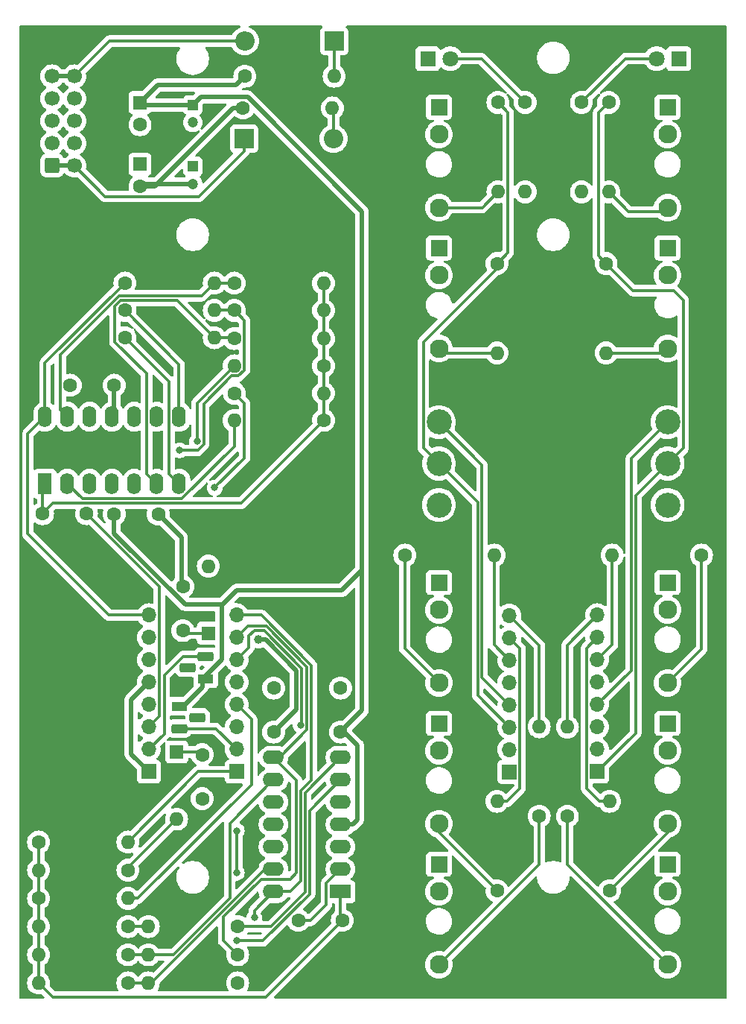
<source format=gtl>
G04 #@! TF.GenerationSoftware,KiCad,Pcbnew,8.0.2-1*
G04 #@! TF.CreationDate,2024-06-17T10:28:58+02:00*
G04 #@! TF.ProjectId,active-mult,61637469-7665-42d6-9d75-6c742e6b6963,rev?*
G04 #@! TF.SameCoordinates,Original*
G04 #@! TF.FileFunction,Copper,L1,Top*
G04 #@! TF.FilePolarity,Positive*
%FSLAX46Y46*%
G04 Gerber Fmt 4.6, Leading zero omitted, Abs format (unit mm)*
G04 Created by KiCad (PCBNEW 8.0.2-1) date 2024-06-17 10:28:58*
%MOMM*%
%LPD*%
G01*
G04 APERTURE LIST*
G04 Aperture macros list*
%AMRoundRect*
0 Rectangle with rounded corners*
0 $1 Rounding radius*
0 $2 $3 $4 $5 $6 $7 $8 $9 X,Y pos of 4 corners*
0 Add a 4 corners polygon primitive as box body*
4,1,4,$2,$3,$4,$5,$6,$7,$8,$9,$2,$3,0*
0 Add four circle primitives for the rounded corners*
1,1,$1+$1,$2,$3*
1,1,$1+$1,$4,$5*
1,1,$1+$1,$6,$7*
1,1,$1+$1,$8,$9*
0 Add four rect primitives between the rounded corners*
20,1,$1+$1,$2,$3,$4,$5,0*
20,1,$1+$1,$4,$5,$6,$7,0*
20,1,$1+$1,$6,$7,$8,$9,0*
20,1,$1+$1,$8,$9,$2,$3,0*%
G04 Aperture macros list end*
G04 #@! TA.AperFunction,ComponentPad*
%ADD10C,2.850000*%
G04 #@! TD*
G04 #@! TA.AperFunction,ComponentPad*
%ADD11C,1.600000*%
G04 #@! TD*
G04 #@! TA.AperFunction,ComponentPad*
%ADD12O,1.600000X1.600000*%
G04 #@! TD*
G04 #@! TA.AperFunction,ComponentPad*
%ADD13R,1.930000X1.830000*%
G04 #@! TD*
G04 #@! TA.AperFunction,ComponentPad*
%ADD14C,2.130000*%
G04 #@! TD*
G04 #@! TA.AperFunction,ComponentPad*
%ADD15R,1.700000X1.700000*%
G04 #@! TD*
G04 #@! TA.AperFunction,ComponentPad*
%ADD16O,1.700000X1.700000*%
G04 #@! TD*
G04 #@! TA.AperFunction,ComponentPad*
%ADD17R,2.200000X2.200000*%
G04 #@! TD*
G04 #@! TA.AperFunction,ComponentPad*
%ADD18O,2.200000X2.200000*%
G04 #@! TD*
G04 #@! TA.AperFunction,ComponentPad*
%ADD19R,1.600000X2.400000*%
G04 #@! TD*
G04 #@! TA.AperFunction,ComponentPad*
%ADD20O,1.600000X2.400000*%
G04 #@! TD*
G04 #@! TA.AperFunction,ComponentPad*
%ADD21R,2.400000X1.600000*%
G04 #@! TD*
G04 #@! TA.AperFunction,ComponentPad*
%ADD22O,2.400000X1.600000*%
G04 #@! TD*
G04 #@! TA.AperFunction,ComponentPad*
%ADD23R,1.600000X1.600000*%
G04 #@! TD*
G04 #@! TA.AperFunction,ComponentPad*
%ADD24R,1.800000X1.800000*%
G04 #@! TD*
G04 #@! TA.AperFunction,ComponentPad*
%ADD25C,1.800000*%
G04 #@! TD*
G04 #@! TA.AperFunction,ComponentPad*
%ADD26R,1.800000X1.100000*%
G04 #@! TD*
G04 #@! TA.AperFunction,ComponentPad*
%ADD27RoundRect,0.275000X0.625000X-0.275000X0.625000X0.275000X-0.625000X0.275000X-0.625000X-0.275000X0*%
G04 #@! TD*
G04 #@! TA.AperFunction,ComponentPad*
%ADD28RoundRect,0.275000X-0.625000X0.275000X-0.625000X-0.275000X0.625000X-0.275000X0.625000X0.275000X0*%
G04 #@! TD*
G04 #@! TA.AperFunction,ComponentPad*
%ADD29R,1.200000X1.200000*%
G04 #@! TD*
G04 #@! TA.AperFunction,ComponentPad*
%ADD30C,1.200000*%
G04 #@! TD*
G04 #@! TA.AperFunction,ComponentPad*
%ADD31RoundRect,0.250000X-0.600000X-0.600000X0.600000X-0.600000X0.600000X0.600000X-0.600000X0.600000X0*%
G04 #@! TD*
G04 #@! TA.AperFunction,ComponentPad*
%ADD32C,1.700000*%
G04 #@! TD*
G04 #@! TA.AperFunction,ViaPad*
%ADD33C,1.000000*%
G04 #@! TD*
G04 #@! TA.AperFunction,ViaPad*
%ADD34C,0.800000*%
G04 #@! TD*
G04 #@! TA.AperFunction,Conductor*
%ADD35C,0.300000*%
G04 #@! TD*
G04 #@! TA.AperFunction,Conductor*
%ADD36C,0.500000*%
G04 #@! TD*
G04 APERTURE END LIST*
D10*
X98000000Y-104700000D03*
X98000000Y-100000000D03*
X98000000Y-95300000D03*
D11*
X104700000Y-58970000D03*
D12*
X104700000Y-69130000D03*
D13*
X124000000Y-145520000D03*
D14*
X124000000Y-156920000D03*
X124000000Y-148620000D03*
D11*
X74720000Y-85800000D03*
D12*
X84880000Y-85800000D03*
D11*
X114200000Y-58970000D03*
D12*
X114200000Y-69130000D03*
D15*
X75000000Y-135000000D03*
D16*
X75000000Y-132460000D03*
X75000000Y-129920000D03*
X75000000Y-127380000D03*
X75000000Y-124840000D03*
X75000000Y-122300000D03*
X75000000Y-119760000D03*
X75000000Y-117220000D03*
D11*
X56075000Y-91100000D03*
X61075000Y-91100000D03*
X82000000Y-151900000D03*
X87000000Y-151900000D03*
D14*
X98000000Y-62620000D03*
X98000000Y-70920000D03*
D13*
X98000000Y-59520000D03*
D11*
X84880000Y-88900000D03*
D12*
X74720000Y-88900000D03*
D11*
X75920000Y-56000000D03*
D12*
X86080000Y-56000000D03*
D11*
X62630000Y-155800000D03*
D12*
X52470000Y-155800000D03*
D11*
X57925000Y-105700000D03*
X52925000Y-105700000D03*
X52470000Y-149400000D03*
D12*
X62630000Y-149400000D03*
D11*
X75110000Y-152600000D03*
D12*
X64950000Y-152600000D03*
D11*
X104600000Y-77270000D03*
D12*
X104600000Y-87430000D03*
D10*
X124000000Y-104700000D03*
X124000000Y-100000000D03*
X124000000Y-95300000D03*
D11*
X74720000Y-82600000D03*
D12*
X84880000Y-82600000D03*
D13*
X124000000Y-113520000D03*
D14*
X124000000Y-124920000D03*
X124000000Y-116620000D03*
D11*
X75110000Y-159000000D03*
D12*
X64950000Y-159000000D03*
D17*
X86080000Y-52000000D03*
D18*
X75920000Y-52000000D03*
D11*
X79200000Y-125500000D03*
X79200000Y-130500000D03*
X62290000Y-82600000D03*
D12*
X72450000Y-82600000D03*
D11*
X84880000Y-95100000D03*
D12*
X74720000Y-95100000D03*
D11*
X62630000Y-146200000D03*
D12*
X52470000Y-146200000D03*
D11*
X62290000Y-85700000D03*
D12*
X72450000Y-85700000D03*
D11*
X62630000Y-159000000D03*
D12*
X52470000Y-159000000D03*
D11*
X62630000Y-152600000D03*
D12*
X52470000Y-152600000D03*
D11*
X52470000Y-143000000D03*
D12*
X62630000Y-143000000D03*
D11*
X117000000Y-77270000D03*
D12*
X117000000Y-87430000D03*
D11*
X107800000Y-58970000D03*
D12*
X107800000Y-69130000D03*
D19*
X53200000Y-102300000D03*
D20*
X55740000Y-102300000D03*
X58280000Y-102300000D03*
X60820000Y-102300000D03*
X63360000Y-102300000D03*
X65900000Y-102300000D03*
X68440000Y-102300000D03*
X68440000Y-94680000D03*
X65900000Y-94680000D03*
X63360000Y-94680000D03*
X60820000Y-94680000D03*
X58280000Y-94680000D03*
X55740000Y-94680000D03*
X53200000Y-94680000D03*
D11*
X62290000Y-79500000D03*
D12*
X72450000Y-79500000D03*
D13*
X98000000Y-129520000D03*
D14*
X98000000Y-140920000D03*
X98000000Y-132620000D03*
D11*
X71070000Y-138070000D03*
X71070000Y-133070000D03*
D13*
X124000000Y-59520000D03*
D14*
X124000000Y-70920000D03*
X124000000Y-62620000D03*
D21*
X86800000Y-148625000D03*
D22*
X86800000Y-146085000D03*
X86800000Y-143545000D03*
X86800000Y-141005000D03*
X86800000Y-138465000D03*
X86800000Y-135925000D03*
X86800000Y-133385000D03*
X79180000Y-133385000D03*
X79180000Y-135925000D03*
X79180000Y-138465000D03*
X79180000Y-141005000D03*
X79180000Y-143545000D03*
X79180000Y-146085000D03*
X79180000Y-148625000D03*
D17*
X75840000Y-63100000D03*
D18*
X86000000Y-63100000D03*
D23*
X68170000Y-132770000D03*
D12*
X68170000Y-140390000D03*
D13*
X98000000Y-113520000D03*
D14*
X98000000Y-124920000D03*
X98000000Y-116620000D03*
D13*
X124000000Y-129520000D03*
D14*
X124000000Y-140920000D03*
X124000000Y-132620000D03*
D11*
X74720000Y-92000000D03*
D12*
X84880000Y-92000000D03*
D24*
X125270000Y-54000000D03*
D25*
X122730000Y-54000000D03*
D13*
X124000000Y-75520000D03*
D14*
X124000000Y-86920000D03*
X124000000Y-78620000D03*
D11*
X86800000Y-130500000D03*
X86800000Y-125500000D03*
X68870000Y-113970000D03*
X68870000Y-118970000D03*
D26*
X71470000Y-124470000D03*
D27*
X69400000Y-123200000D03*
X71470000Y-121930000D03*
D13*
X98000000Y-75520000D03*
D14*
X98000000Y-86920000D03*
X98000000Y-78620000D03*
D11*
X74720000Y-79500000D03*
D12*
X84880000Y-79500000D03*
D26*
X68470000Y-127570000D03*
D28*
X70540000Y-128840000D03*
X68470000Y-130110000D03*
D11*
X94120000Y-110400000D03*
D12*
X104280000Y-110400000D03*
D11*
X75720000Y-59600000D03*
D12*
X85880000Y-59600000D03*
D23*
X71770000Y-119270000D03*
D12*
X71770000Y-111650000D03*
D13*
X98000000Y-145520000D03*
D14*
X98000000Y-156920000D03*
X98000000Y-148620000D03*
D15*
X65000000Y-135000000D03*
D16*
X65000000Y-132460000D03*
X65000000Y-129920000D03*
X65000000Y-127380000D03*
X65000000Y-124840000D03*
X65000000Y-122300000D03*
X65000000Y-119760000D03*
X65000000Y-117220000D03*
D11*
X127860000Y-110400000D03*
D12*
X117700000Y-110400000D03*
D11*
X61075000Y-105750000D03*
X66075000Y-105750000D03*
X117300000Y-58970000D03*
D12*
X117300000Y-69130000D03*
D11*
X75110000Y-155800000D03*
D12*
X64950000Y-155800000D03*
D24*
X96730000Y-54000000D03*
D25*
X99270000Y-54000000D03*
D29*
X70000000Y-59250000D03*
D30*
X70000000Y-61250000D03*
D31*
X54000000Y-66160000D03*
D32*
X56540000Y-66160000D03*
X54000000Y-63620000D03*
X56540000Y-63620000D03*
X54000000Y-61080000D03*
X56540000Y-61080000D03*
X54000000Y-58540000D03*
X56540000Y-58540000D03*
X54000000Y-56000000D03*
X56540000Y-56000000D03*
D15*
X116000000Y-135000000D03*
D16*
X116000000Y-132460000D03*
X116000000Y-129920000D03*
X116000000Y-127380000D03*
X116000000Y-124840000D03*
X116000000Y-122300000D03*
X116000000Y-119760000D03*
X116000000Y-117220000D03*
D23*
X64000000Y-66000000D03*
D11*
X64000000Y-68500000D03*
D29*
X70000000Y-66250000D03*
D30*
X70000000Y-68250000D03*
D15*
X106000000Y-135030000D03*
D16*
X106000000Y-132490000D03*
X106000000Y-129950000D03*
X106000000Y-127410000D03*
X106000000Y-124870000D03*
X106000000Y-122330000D03*
X106000000Y-119790000D03*
X106000000Y-117250000D03*
D23*
X64000000Y-59000000D03*
D11*
X64000000Y-61500000D03*
D12*
X117400000Y-138370000D03*
D11*
X117400000Y-148530000D03*
D12*
X109400000Y-129900000D03*
D11*
X109400000Y-140060000D03*
D12*
X112600000Y-129920000D03*
D11*
X112600000Y-140080000D03*
D12*
X104600000Y-138370000D03*
D11*
X104600000Y-148530000D03*
D33*
X77500000Y-120000000D03*
D34*
X72500000Y-102750000D03*
X68500000Y-98500000D03*
X75000000Y-154200000D03*
X75000000Y-146500000D03*
X75000000Y-141700000D03*
X77000000Y-151600000D03*
X82250000Y-129700000D03*
X70500000Y-97500000D03*
D35*
X104600000Y-77270000D02*
X105850000Y-76020000D01*
X105850000Y-76020000D02*
X105850000Y-60120000D01*
X105850000Y-60120000D02*
X104700000Y-58970000D01*
X117300000Y-58970000D02*
X116150000Y-60120000D01*
X116150000Y-76420000D02*
X117000000Y-77270000D01*
X116150000Y-60120000D02*
X116150000Y-76420000D01*
X114200000Y-58970000D02*
X119170000Y-54000000D01*
X119170000Y-54000000D02*
X122730000Y-54000000D01*
X107800000Y-58970000D02*
X102830000Y-54000000D01*
X102830000Y-54000000D02*
X99270000Y-54000000D01*
X98000000Y-70920000D02*
X102910000Y-70920000D01*
X102910000Y-70920000D02*
X104700000Y-69130000D01*
X117300000Y-69130000D02*
X119570000Y-71400000D01*
X119570000Y-71400000D02*
X123520000Y-71400000D01*
X123520000Y-71400000D02*
X124000000Y-70920000D01*
X109400000Y-140060000D02*
X109400000Y-145520000D01*
X109400000Y-145520000D02*
X98000000Y-156920000D01*
X112600000Y-140080000D02*
X112600000Y-145520000D01*
X112600000Y-145520000D02*
X124000000Y-156920000D01*
X117400000Y-138370000D02*
X116268630Y-138370000D01*
X116268630Y-138370000D02*
X114800000Y-136901370D01*
X114800000Y-136901370D02*
X114800000Y-120960000D01*
X114800000Y-120960000D02*
X116000000Y-119760000D01*
X104600000Y-138370000D02*
X105731370Y-138370000D01*
X105731370Y-138370000D02*
X107200000Y-136901370D01*
X107200000Y-120990000D02*
X106000000Y-119790000D01*
X107200000Y-136901370D02*
X107200000Y-120990000D01*
X104600000Y-148530000D02*
X98000000Y-141930000D01*
X98000000Y-141930000D02*
X98000000Y-140920000D01*
X117400000Y-148530000D02*
X124000000Y-141930000D01*
X124000000Y-141930000D02*
X124000000Y-140920000D01*
X109400000Y-129900000D02*
X109400000Y-120650000D01*
X109400000Y-120650000D02*
X106000000Y-117250000D01*
X116000000Y-117220000D02*
X112600000Y-120620000D01*
X112600000Y-120620000D02*
X112600000Y-129920000D01*
D36*
X75000000Y-114400000D02*
X86930000Y-114400000D01*
X86800000Y-130500000D02*
X87200000Y-130500000D01*
X73300000Y-122240000D02*
X73300000Y-116100000D01*
X86930000Y-114400000D02*
X88530000Y-112800000D01*
X71070000Y-124470000D02*
X71070000Y-125370000D01*
X74920000Y-57000000D02*
X66000000Y-57000000D01*
X73200000Y-116000000D02*
X69132233Y-116000000D01*
X87200000Y-130500000D02*
X88700000Y-132000000D01*
X61075000Y-107942767D02*
X61075000Y-105750000D01*
X88530000Y-112800000D02*
X89250000Y-112080000D01*
X70000000Y-59250000D02*
X64250000Y-59250000D01*
X70900000Y-58350000D02*
X76237767Y-58350000D01*
X88195000Y-141005000D02*
X86800000Y-141005000D01*
X71070000Y-125370000D02*
X68870000Y-127570000D01*
X88700000Y-132000000D02*
X88700000Y-140500000D01*
X73300000Y-116100000D02*
X75000000Y-114400000D01*
X73300000Y-116100000D02*
X73200000Y-116000000D01*
X69132233Y-116000000D02*
X61075000Y-107942767D01*
X75920000Y-56000000D02*
X74920000Y-57000000D01*
X76237767Y-58350000D02*
X89250000Y-71362233D01*
X86800000Y-130500000D02*
X89250000Y-128050000D01*
X66000000Y-57000000D02*
X64000000Y-59000000D01*
X71070000Y-124470000D02*
X73300000Y-122240000D01*
X89250000Y-128050000D02*
X89250000Y-112080000D01*
X88700000Y-140500000D02*
X88195000Y-141005000D01*
X89250000Y-71362233D02*
X89250000Y-112080000D01*
X64250000Y-59250000D02*
X64000000Y-59000000D01*
X70000000Y-59250000D02*
X70900000Y-58350000D01*
X68700000Y-108375000D02*
X68700000Y-113800000D01*
X65000000Y-124840000D02*
X63000000Y-126840000D01*
X68700000Y-113800000D02*
X68870000Y-113970000D01*
X66075000Y-105750000D02*
X68700000Y-108375000D01*
X63000000Y-126840000D02*
X63000000Y-133000000D01*
X63000000Y-133000000D02*
X65000000Y-135000000D01*
X70000000Y-68250000D02*
X64250000Y-68250000D01*
X64250000Y-68250000D02*
X64000000Y-68500000D01*
X81800000Y-123500000D02*
X78300000Y-120000000D01*
X65688630Y-68500000D02*
X64000000Y-68500000D01*
X79200000Y-130500000D02*
X81800000Y-127900000D01*
X61075000Y-94425000D02*
X60820000Y-94680000D01*
X74588630Y-59600000D02*
X65688630Y-68500000D01*
X75720000Y-59600000D02*
X74588630Y-59600000D01*
X78300000Y-120000000D02*
X77500000Y-120000000D01*
X81800000Y-127900000D02*
X81800000Y-123500000D01*
X61075000Y-91100000D02*
X61075000Y-94425000D01*
D35*
X84880000Y-92000000D02*
X84880000Y-95100000D01*
X84880000Y-82600000D02*
X84880000Y-85800000D01*
X84880000Y-95100000D02*
X75480000Y-104500000D01*
X84880000Y-85800000D02*
X84880000Y-88900000D01*
X84880000Y-88900000D02*
X84880000Y-92000000D01*
X75480000Y-104500000D02*
X54125000Y-104500000D01*
X52925000Y-105700000D02*
X52925000Y-102575000D01*
X52925000Y-102575000D02*
X53200000Y-102300000D01*
X84880000Y-79500000D02*
X84880000Y-82600000D01*
X54125000Y-104500000D02*
X52925000Y-105700000D01*
X57440000Y-104000000D02*
X55740000Y-102300000D01*
X65000000Y-129920000D02*
X66200000Y-128720000D01*
X66200000Y-128720000D02*
X66200000Y-113975000D01*
X74720000Y-98046346D02*
X68766346Y-104000000D01*
X74720000Y-95100000D02*
X74720000Y-98046346D01*
X68766346Y-104000000D02*
X57440000Y-104000000D01*
X66200000Y-113975000D02*
X57925000Y-105700000D01*
X71070000Y-133070000D02*
X70770000Y-133070000D01*
X70770000Y-133070000D02*
X70470000Y-132770000D01*
X70470000Y-132770000D02*
X68170000Y-132770000D01*
X62630000Y-145930000D02*
X62630000Y-146200000D01*
X68170000Y-140390000D02*
X62630000Y-145930000D01*
X106000000Y-122330000D02*
X104280000Y-120610000D01*
X104280000Y-120610000D02*
X104280000Y-110400000D01*
X75870000Y-99380000D02*
X72500000Y-102750000D01*
X75870000Y-93150000D02*
X75870000Y-99380000D01*
X74720000Y-92000000D02*
X75870000Y-93150000D01*
X86080000Y-56000000D02*
X86080000Y-52000000D01*
D36*
X54000000Y-56000000D02*
X56540000Y-56000000D01*
D35*
X75920000Y-52000000D02*
X60540000Y-52000000D01*
X60540000Y-52000000D02*
X56540000Y-56000000D01*
X86000000Y-59720000D02*
X85880000Y-59600000D01*
X86000000Y-63100000D02*
X86000000Y-59720000D01*
X75840000Y-63100000D02*
X75840000Y-64500000D01*
D36*
X56540000Y-66160000D02*
X54000000Y-66160000D01*
D35*
X75840000Y-64500000D02*
X70690000Y-69650000D01*
X70690000Y-69650000D02*
X60030000Y-69650000D01*
X60030000Y-69650000D02*
X56540000Y-66160000D01*
X67290000Y-90700000D02*
X67290000Y-101150000D01*
X67290000Y-101150000D02*
X68440000Y-102300000D01*
X62290000Y-85700000D02*
X67290000Y-90700000D01*
X66750000Y-124058496D02*
X66750000Y-130710000D01*
X68878496Y-121930000D02*
X66750000Y-124058496D01*
X66750000Y-130710000D02*
X65000000Y-132460000D01*
X71070000Y-121930000D02*
X68878496Y-121930000D01*
X62290000Y-82600000D02*
X68440000Y-88750000D01*
X68440000Y-88750000D02*
X68440000Y-94680000D01*
X51250000Y-96630000D02*
X53200000Y-94680000D01*
X51250000Y-108000000D02*
X51250000Y-96630000D01*
X53200000Y-88590000D02*
X53200000Y-94680000D01*
X60470000Y-117220000D02*
X51250000Y-108000000D01*
X62290000Y-79500000D02*
X53200000Y-88590000D01*
X65000000Y-117220000D02*
X60470000Y-117220000D01*
X117700000Y-120600000D02*
X117700000Y-110400000D01*
X116000000Y-122300000D02*
X117700000Y-120600000D01*
X98510000Y-87430000D02*
X98000000Y-86920000D01*
X104600000Y-87430000D02*
X98510000Y-87430000D01*
X94120000Y-121040000D02*
X94120000Y-110400000D01*
X98000000Y-124920000D02*
X94120000Y-121040000D01*
X123490000Y-87430000D02*
X124000000Y-86920000D01*
X117000000Y-87430000D02*
X123490000Y-87430000D01*
X127860000Y-121060000D02*
X127860000Y-110400000D01*
X124000000Y-124920000D02*
X127860000Y-121060000D01*
X64750000Y-89786346D02*
X61140000Y-86176346D01*
X74620000Y-85700000D02*
X74720000Y-85800000D01*
X61140000Y-82110000D02*
X61800000Y-81450000D01*
X61140000Y-86176346D02*
X61140000Y-82110000D01*
X65900000Y-102300000D02*
X64750000Y-101150000D01*
X72450000Y-85700000D02*
X74620000Y-85700000D01*
X61800000Y-81450000D02*
X68200000Y-81450000D01*
X64750000Y-101150000D02*
X64750000Y-89786346D01*
X68200000Y-81450000D02*
X72450000Y-85700000D01*
X70560661Y-98500000D02*
X68500000Y-98500000D01*
X71250000Y-93250000D02*
X71250000Y-97810661D01*
X75196346Y-90050000D02*
X74450000Y-90050000D01*
X75870000Y-83750000D02*
X75870000Y-89376346D01*
X71250000Y-97810661D02*
X70560661Y-98500000D01*
X75870000Y-89376346D02*
X75196346Y-90050000D01*
X74450000Y-90050000D02*
X71250000Y-93250000D01*
X74720000Y-82600000D02*
X75870000Y-83750000D01*
X72450000Y-82600000D02*
X74720000Y-82600000D01*
X74720000Y-79500000D02*
X72450000Y-79500000D01*
X54925000Y-93865000D02*
X55740000Y-94680000D01*
X61592892Y-80950000D02*
X54925000Y-87617892D01*
X54925000Y-87617892D02*
X54925000Y-93865000D01*
X72450000Y-79500000D02*
X71000000Y-80950000D01*
X71000000Y-80950000D02*
X61592892Y-80950000D01*
X83300000Y-148900000D02*
X83300000Y-139425000D01*
X62630000Y-152600000D02*
X64950000Y-152600000D01*
X78000000Y-154200000D02*
X83300000Y-148900000D01*
X75000000Y-154200000D02*
X78000000Y-154200000D01*
X83300000Y-139425000D02*
X86800000Y-135925000D01*
X67800000Y-155800000D02*
X74200000Y-149400000D01*
X64950000Y-155800000D02*
X67800000Y-155800000D01*
X74200000Y-140905000D02*
X79180000Y-135925000D01*
X74200000Y-149400000D02*
X74200000Y-140905000D01*
X62630000Y-155800000D02*
X64950000Y-155800000D01*
X64950000Y-159000000D02*
X65307106Y-159000000D01*
X62630000Y-159000000D02*
X64950000Y-159000000D01*
X78222106Y-146085000D02*
X79180000Y-146085000D01*
X65307106Y-159000000D02*
X78222106Y-146085000D01*
X69170000Y-119270000D02*
X68870000Y-118970000D01*
X71770000Y-119270000D02*
X69170000Y-119270000D01*
X83400000Y-151900000D02*
X82000000Y-151900000D01*
X70630000Y-135000000D02*
X75000000Y-135000000D01*
X75000000Y-146500000D02*
X75000000Y-141700000D01*
X62630000Y-143000000D02*
X70630000Y-135000000D01*
X85200000Y-147685000D02*
X85200000Y-150100000D01*
X86800000Y-146085000D02*
X85200000Y-147685000D01*
X85200000Y-150100000D02*
X83400000Y-151900000D01*
X52470000Y-155800000D02*
X52470000Y-159000000D01*
X52470000Y-146200000D02*
X52470000Y-149400000D01*
X52470000Y-152600000D02*
X52470000Y-155800000D01*
X86800000Y-151700000D02*
X87000000Y-151900000D01*
X54070000Y-160600000D02*
X78300000Y-160600000D01*
X52470000Y-159000000D02*
X54070000Y-160600000D01*
X52470000Y-149400000D02*
X52470000Y-152600000D01*
X86800000Y-148625000D02*
X86800000Y-151700000D01*
X78300000Y-160600000D02*
X87000000Y-151900000D01*
X52470000Y-143000000D02*
X52470000Y-146200000D01*
X120377692Y-130622308D02*
X116000000Y-135000000D01*
X120377692Y-103622308D02*
X120377692Y-130622308D01*
X124000000Y-100000000D02*
X120377692Y-103622308D01*
X117000000Y-77270000D02*
X120078525Y-80348525D01*
X120078525Y-80348525D02*
X124687952Y-80348525D01*
X125775000Y-98225000D02*
X124000000Y-100000000D01*
X124687952Y-80348525D02*
X125775000Y-81435573D01*
X125775000Y-81435573D02*
X125775000Y-98225000D01*
X77000000Y-151600000D02*
X77000000Y-150805000D01*
X77000000Y-150805000D02*
X79180000Y-148625000D01*
X83500000Y-122937258D02*
X77782742Y-117220000D01*
X79180000Y-148625000D02*
X81075000Y-148625000D01*
X77782742Y-117220000D02*
X75000000Y-117220000D01*
X81075000Y-148625000D02*
X82300000Y-147400000D01*
X83500000Y-135977893D02*
X83500000Y-122937258D01*
X82300000Y-137177893D02*
X83500000Y-135977893D01*
X82300000Y-147400000D02*
X82300000Y-137177893D01*
X76260000Y-118500000D02*
X75000000Y-119760000D01*
X73500000Y-151514212D02*
X77779212Y-147235000D01*
X81800000Y-146500000D02*
X81800000Y-136005000D01*
X83000000Y-123144365D02*
X78355635Y-118500000D01*
X73500000Y-154190000D02*
X73500000Y-151514212D01*
X75110000Y-155800000D02*
X73500000Y-154190000D01*
X77779212Y-147235000D02*
X81065000Y-147235000D01*
X78355635Y-118500000D02*
X76260000Y-118500000D01*
X83000000Y-130265000D02*
X83000000Y-123144365D01*
X81800000Y-136005000D02*
X79180000Y-133385000D01*
X79880000Y-133385000D02*
X83000000Y-130265000D01*
X81065000Y-147235000D02*
X81800000Y-146500000D01*
X79180000Y-133385000D02*
X79880000Y-133385000D01*
X72650000Y-130110000D02*
X75000000Y-132460000D01*
X68870000Y-130110000D02*
X72650000Y-130110000D01*
X82400000Y-123251472D02*
X82400000Y-129550000D01*
X82400000Y-129550000D02*
X82250000Y-129700000D01*
X82800000Y-148692894D02*
X82800000Y-137385000D01*
X82800000Y-137385000D02*
X86800000Y-133385000D01*
X76400000Y-119600000D02*
X77000000Y-119000000D01*
X75000000Y-122300000D02*
X76400000Y-120900000D01*
X75110000Y-152600000D02*
X78892894Y-152600000D01*
X77000000Y-119000000D02*
X78148528Y-119000000D01*
X78148528Y-119000000D02*
X82400000Y-123251472D01*
X78892894Y-152600000D02*
X82800000Y-148692894D01*
X76400000Y-120900000D02*
X76400000Y-119600000D01*
X98000000Y-100000000D02*
X96225000Y-98225000D01*
X96225000Y-98225000D02*
X96225000Y-86175000D01*
X106000000Y-129950000D02*
X102400000Y-126350000D01*
X102400000Y-104400000D02*
X98000000Y-100000000D01*
X96225000Y-86175000D02*
X104600000Y-77800000D01*
X102400000Y-126350000D02*
X102400000Y-104400000D01*
X104600000Y-77800000D02*
X104600000Y-77270000D01*
X102900000Y-124310000D02*
X102900000Y-100200000D01*
X102900000Y-100200000D02*
X98000000Y-95300000D01*
X106000000Y-127410000D02*
X102900000Y-124310000D01*
X74720000Y-88900000D02*
X70500000Y-93120000D01*
X70500000Y-93120000D02*
X70500000Y-97500000D01*
X124000000Y-95300000D02*
X119877692Y-99422308D01*
X119877692Y-99422308D02*
X119877692Y-123502308D01*
X119877692Y-123502308D02*
X116000000Y-127380000D01*
X76700000Y-129080000D02*
X75000000Y-127380000D01*
X62630000Y-149400000D02*
X63761370Y-149400000D01*
X63761370Y-149400000D02*
X76700000Y-136461370D01*
X76700000Y-136461370D02*
X76700000Y-129080000D01*
G04 #@! TA.AperFunction,NonConductor*
G36*
X55419338Y-56770185D02*
G01*
X55453873Y-56803376D01*
X55501505Y-56871401D01*
X55668597Y-57038493D01*
X55668603Y-57038498D01*
X55854158Y-57168425D01*
X55897783Y-57223002D01*
X55904977Y-57292500D01*
X55873454Y-57354855D01*
X55854158Y-57371575D01*
X55668597Y-57501505D01*
X55501505Y-57668597D01*
X55371575Y-57854158D01*
X55316998Y-57897783D01*
X55247500Y-57904977D01*
X55185145Y-57873454D01*
X55168425Y-57854158D01*
X55038494Y-57668597D01*
X54871402Y-57501506D01*
X54871396Y-57501501D01*
X54685842Y-57371575D01*
X54642217Y-57316998D01*
X54635023Y-57247500D01*
X54666546Y-57185145D01*
X54685842Y-57168425D01*
X54739909Y-57130567D01*
X54871401Y-57038495D01*
X55038495Y-56871401D01*
X55086127Y-56803376D01*
X55140704Y-56759751D01*
X55187701Y-56750500D01*
X55352299Y-56750500D01*
X55419338Y-56770185D01*
G37*
G04 #@! TD.AperFunction*
G04 #@! TA.AperFunction,NonConductor*
G36*
X70205809Y-57770185D02*
G01*
X70251564Y-57822989D01*
X70261508Y-57892147D01*
X70232483Y-57955703D01*
X70226457Y-57962174D01*
X70120665Y-58067967D01*
X70075450Y-58113182D01*
X70014127Y-58146666D01*
X69987769Y-58149500D01*
X69352129Y-58149500D01*
X69352123Y-58149501D01*
X69292516Y-58155908D01*
X69157671Y-58206202D01*
X69157664Y-58206206D01*
X69042455Y-58292452D01*
X69042452Y-58292455D01*
X68956206Y-58407664D01*
X68956204Y-58407668D01*
X68956204Y-58407669D01*
X68952039Y-58418834D01*
X68910171Y-58474766D01*
X68844707Y-58499184D01*
X68835859Y-58499500D01*
X65861229Y-58499500D01*
X65794190Y-58479815D01*
X65748435Y-58427011D01*
X65738491Y-58357853D01*
X65767516Y-58294297D01*
X65773548Y-58287819D01*
X66274548Y-57786819D01*
X66335871Y-57753334D01*
X66362229Y-57750500D01*
X70138770Y-57750500D01*
X70205809Y-57770185D01*
G37*
G04 #@! TD.AperFunction*
G04 #@! TA.AperFunction,NonConductor*
G36*
X55354855Y-59206546D02*
G01*
X55371575Y-59225842D01*
X55501501Y-59411396D01*
X55501506Y-59411402D01*
X55668597Y-59578493D01*
X55668603Y-59578498D01*
X55854158Y-59708425D01*
X55897783Y-59763002D01*
X55904977Y-59832500D01*
X55873454Y-59894855D01*
X55854158Y-59911575D01*
X55668597Y-60041505D01*
X55501505Y-60208597D01*
X55371575Y-60394158D01*
X55316998Y-60437783D01*
X55247500Y-60444977D01*
X55185145Y-60413454D01*
X55168425Y-60394158D01*
X55038494Y-60208597D01*
X54871402Y-60041506D01*
X54871396Y-60041501D01*
X54685842Y-59911575D01*
X54642217Y-59856998D01*
X54635023Y-59787500D01*
X54666546Y-59725145D01*
X54685842Y-59708425D01*
X54840687Y-59600001D01*
X54871401Y-59578495D01*
X55038495Y-59411401D01*
X55168425Y-59225842D01*
X55223002Y-59182217D01*
X55292500Y-59175023D01*
X55354855Y-59206546D01*
G37*
G04 #@! TD.AperFunction*
G04 #@! TA.AperFunction,NonConductor*
G36*
X73794439Y-59120185D02*
G01*
X73840194Y-59172989D01*
X73850138Y-59242147D01*
X73821113Y-59305703D01*
X73815081Y-59312181D01*
X71105565Y-62021696D01*
X71044242Y-62055181D01*
X70974550Y-62050197D01*
X70918617Y-62008325D01*
X70894200Y-61942861D01*
X70909052Y-61874588D01*
X70918922Y-61859298D01*
X70939673Y-61831821D01*
X71030582Y-61649250D01*
X71086397Y-61453083D01*
X71105215Y-61250000D01*
X71086397Y-61046917D01*
X71030582Y-60850750D01*
X71028847Y-60847266D01*
X70944230Y-60677331D01*
X70939673Y-60668179D01*
X70816764Y-60505421D01*
X70810766Y-60499953D01*
X70809551Y-60498845D01*
X70773269Y-60439134D01*
X70775030Y-60369287D01*
X70814273Y-60311479D01*
X70835277Y-60299386D01*
X70834546Y-60298047D01*
X70842326Y-60293797D01*
X70842331Y-60293796D01*
X70957546Y-60207546D01*
X71043796Y-60092331D01*
X71094091Y-59957483D01*
X71100500Y-59897873D01*
X71100499Y-59262229D01*
X71120183Y-59195191D01*
X71136819Y-59174548D01*
X71174550Y-59136818D01*
X71235874Y-59103333D01*
X71262230Y-59100500D01*
X73727400Y-59100500D01*
X73794439Y-59120185D01*
G37*
G04 #@! TD.AperFunction*
G04 #@! TA.AperFunction,NonConductor*
G36*
X55354855Y-61746546D02*
G01*
X55371575Y-61765842D01*
X55501501Y-61951396D01*
X55501506Y-61951402D01*
X55668597Y-62118493D01*
X55668603Y-62118498D01*
X55854158Y-62248425D01*
X55897783Y-62303002D01*
X55904977Y-62372500D01*
X55873454Y-62434855D01*
X55854158Y-62451575D01*
X55668597Y-62581505D01*
X55501505Y-62748597D01*
X55371575Y-62934158D01*
X55316998Y-62977783D01*
X55247500Y-62984977D01*
X55185145Y-62953454D01*
X55168425Y-62934158D01*
X55038494Y-62748597D01*
X54871402Y-62581506D01*
X54871396Y-62581501D01*
X54685842Y-62451575D01*
X54642217Y-62396998D01*
X54635023Y-62327500D01*
X54666546Y-62265145D01*
X54685842Y-62248425D01*
X54817344Y-62156346D01*
X54871401Y-62118495D01*
X55038495Y-61951401D01*
X55168425Y-61765842D01*
X55223002Y-61722217D01*
X55292500Y-61715023D01*
X55354855Y-61746546D01*
G37*
G04 #@! TD.AperFunction*
G04 #@! TA.AperFunction,NonConductor*
G36*
X55354855Y-64286546D02*
G01*
X55371575Y-64305842D01*
X55501501Y-64491396D01*
X55501506Y-64491402D01*
X55668597Y-64658493D01*
X55668603Y-64658498D01*
X55854158Y-64788425D01*
X55897783Y-64843002D01*
X55904977Y-64912500D01*
X55873454Y-64974855D01*
X55854158Y-64991575D01*
X55668597Y-65121505D01*
X55501503Y-65288599D01*
X55500349Y-65289975D01*
X55499688Y-65290414D01*
X55497676Y-65292427D01*
X55497271Y-65292022D01*
X55442173Y-65328671D01*
X55372312Y-65329772D01*
X55312946Y-65292928D01*
X55287663Y-65249265D01*
X55284814Y-65240666D01*
X55192712Y-65091344D01*
X55068656Y-64967288D01*
X54958283Y-64899210D01*
X54919336Y-64875187D01*
X54919331Y-64875185D01*
X54917131Y-64874456D01*
X54910733Y-64872336D01*
X54853290Y-64832564D01*
X54826467Y-64768048D01*
X54838782Y-64699272D01*
X54867767Y-64662517D01*
X54867573Y-64662323D01*
X54869219Y-64660676D01*
X54870040Y-64659636D01*
X54871388Y-64658504D01*
X54871401Y-64658495D01*
X55038495Y-64491401D01*
X55168425Y-64305842D01*
X55223002Y-64262217D01*
X55292500Y-64255023D01*
X55354855Y-64286546D01*
G37*
G04 #@! TD.AperFunction*
G04 #@! TA.AperFunction,NonConductor*
G36*
X68818833Y-66533676D02*
G01*
X68874767Y-66575547D01*
X68899184Y-66641012D01*
X68899500Y-66649858D01*
X68899500Y-66897869D01*
X68899501Y-66897876D01*
X68905908Y-66957483D01*
X68956202Y-67092328D01*
X68956206Y-67092335D01*
X69042452Y-67207544D01*
X69042455Y-67207547D01*
X69134208Y-67276234D01*
X69176079Y-67332168D01*
X69181063Y-67401859D01*
X69147577Y-67463182D01*
X69086254Y-67496666D01*
X69059897Y-67499500D01*
X68049860Y-67499500D01*
X67982821Y-67479815D01*
X67937066Y-67427011D01*
X67927122Y-67357853D01*
X67956147Y-67294297D01*
X67962179Y-67287819D01*
X68100379Y-67149619D01*
X68687821Y-66562175D01*
X68749142Y-66528692D01*
X68818833Y-66533676D01*
G37*
G04 #@! TD.AperFunction*
G04 #@! TA.AperFunction,NonConductor*
G36*
X61946582Y-83854358D02*
G01*
X62063308Y-83885635D01*
X62225230Y-83899801D01*
X62289998Y-83905468D01*
X62290000Y-83905468D01*
X62290002Y-83905468D01*
X62321421Y-83902719D01*
X62516692Y-83885635D01*
X62557162Y-83874791D01*
X62627012Y-83876452D01*
X62676938Y-83906884D01*
X63263952Y-84493898D01*
X63297437Y-84555221D01*
X63292453Y-84624913D01*
X63250581Y-84680846D01*
X63185117Y-84705263D01*
X63116844Y-84690411D01*
X63105148Y-84683154D01*
X62942734Y-84569432D01*
X62942732Y-84569431D01*
X62736497Y-84473261D01*
X62736488Y-84473258D01*
X62516697Y-84414366D01*
X62516693Y-84414365D01*
X62516692Y-84414365D01*
X62516691Y-84414364D01*
X62516686Y-84414364D01*
X62290002Y-84394532D01*
X62289998Y-84394532D01*
X62063313Y-84414364D01*
X62063302Y-84414366D01*
X61946593Y-84445638D01*
X61876743Y-84443975D01*
X61818881Y-84404812D01*
X61791377Y-84340583D01*
X61790500Y-84325863D01*
X61790500Y-83974136D01*
X61810185Y-83907097D01*
X61862989Y-83861342D01*
X61932147Y-83851398D01*
X61946582Y-83854358D01*
G37*
G04 #@! TD.AperFunction*
G04 #@! TA.AperFunction,NonConductor*
G36*
X73669854Y-83372173D02*
G01*
X73686575Y-83391470D01*
X73719954Y-83439141D01*
X73880858Y-83600045D01*
X73880861Y-83600047D01*
X74067266Y-83730568D01*
X74273504Y-83826739D01*
X74493308Y-83885635D01*
X74655230Y-83899801D01*
X74719998Y-83905468D01*
X74720000Y-83905468D01*
X74720002Y-83905468D01*
X74751421Y-83902719D01*
X74946692Y-83885635D01*
X74987162Y-83874791D01*
X75057012Y-83876452D01*
X75106938Y-83906884D01*
X75183181Y-83983127D01*
X75216666Y-84044450D01*
X75219500Y-84070808D01*
X75219500Y-84425863D01*
X75199815Y-84492902D01*
X75147011Y-84538657D01*
X75077853Y-84548601D01*
X75063407Y-84545638D01*
X74946697Y-84514366D01*
X74946693Y-84514365D01*
X74946692Y-84514365D01*
X74946691Y-84514364D01*
X74946686Y-84514364D01*
X74720002Y-84494532D01*
X74719998Y-84494532D01*
X74493313Y-84514364D01*
X74493302Y-84514366D01*
X74273511Y-84573258D01*
X74273502Y-84573261D01*
X74067267Y-84669431D01*
X74067265Y-84669432D01*
X73880858Y-84799954D01*
X73719951Y-84960861D01*
X73716474Y-84965006D01*
X73715017Y-84963783D01*
X73666991Y-85002161D01*
X73597491Y-85009344D01*
X73535141Y-84977812D01*
X73518435Y-84958529D01*
X73450046Y-84860859D01*
X73289141Y-84699954D01*
X73102734Y-84569432D01*
X73102732Y-84569431D01*
X72896497Y-84473261D01*
X72896488Y-84473258D01*
X72676697Y-84414366D01*
X72676693Y-84414365D01*
X72676692Y-84414365D01*
X72676691Y-84414364D01*
X72676686Y-84414364D01*
X72450002Y-84394532D01*
X72449998Y-84394532D01*
X72223313Y-84414364D01*
X72223299Y-84414367D01*
X72182834Y-84425209D01*
X72112984Y-84423545D01*
X72063061Y-84393115D01*
X71476047Y-83806101D01*
X71442562Y-83744778D01*
X71447546Y-83675086D01*
X71489418Y-83619153D01*
X71554882Y-83594736D01*
X71623155Y-83609588D01*
X71634851Y-83616845D01*
X71797266Y-83730568D01*
X72003504Y-83826739D01*
X72223308Y-83885635D01*
X72385230Y-83899801D01*
X72449998Y-83905468D01*
X72450000Y-83905468D01*
X72450002Y-83905468D01*
X72506673Y-83900509D01*
X72676692Y-83885635D01*
X72896496Y-83826739D01*
X73102734Y-83730568D01*
X73289139Y-83600047D01*
X73450047Y-83439139D01*
X73483425Y-83391470D01*
X73538001Y-83347845D01*
X73607500Y-83340651D01*
X73669854Y-83372173D01*
G37*
G04 #@! TD.AperFunction*
G04 #@! TA.AperFunction,NonConductor*
G36*
X63485843Y-84716869D02*
G01*
X63496101Y-84726047D01*
X67753181Y-88983127D01*
X67786666Y-89044450D01*
X67789500Y-89070808D01*
X67789500Y-89980192D01*
X67769815Y-90047231D01*
X67717011Y-90092986D01*
X67647853Y-90102930D01*
X67584297Y-90073905D01*
X67577819Y-90067873D01*
X63596884Y-86086938D01*
X63563399Y-86025615D01*
X63564791Y-85967162D01*
X63575633Y-85926699D01*
X63575632Y-85926699D01*
X63575635Y-85926692D01*
X63595468Y-85700000D01*
X63575635Y-85473308D01*
X63516739Y-85253504D01*
X63420568Y-85047266D01*
X63306845Y-84884851D01*
X63284518Y-84818645D01*
X63301529Y-84750877D01*
X63352477Y-84703065D01*
X63421187Y-84690387D01*
X63485843Y-84716869D01*
G37*
G04 #@! TD.AperFunction*
G04 #@! TA.AperFunction,NonConductor*
G36*
X65605703Y-89936095D02*
G01*
X65612181Y-89942127D01*
X66603181Y-90933127D01*
X66636666Y-90994450D01*
X66639500Y-91020808D01*
X66639500Y-92994859D01*
X66619815Y-93061898D01*
X66567011Y-93107653D01*
X66497853Y-93117597D01*
X66459206Y-93105344D01*
X66399226Y-93074782D01*
X66204534Y-93011522D01*
X66029995Y-92983878D01*
X66002352Y-92979500D01*
X65797648Y-92979500D01*
X65743704Y-92988044D01*
X65595464Y-93011523D01*
X65595457Y-93011524D01*
X65562817Y-93022130D01*
X65492976Y-93024125D01*
X65433143Y-92988044D01*
X65402316Y-92925343D01*
X65400500Y-92904199D01*
X65400500Y-90029808D01*
X65420185Y-89962769D01*
X65472989Y-89917014D01*
X65542147Y-89907070D01*
X65605703Y-89936095D01*
G37*
G04 #@! TD.AperFunction*
G04 #@! TA.AperFunction,NonConductor*
G36*
X54193834Y-88618626D02*
G01*
X54249767Y-88660498D01*
X54274184Y-88725962D01*
X54274500Y-88734808D01*
X54274500Y-93215953D01*
X54254815Y-93282992D01*
X54202011Y-93328747D01*
X54132853Y-93338691D01*
X54069297Y-93309666D01*
X54062819Y-93303634D01*
X54047217Y-93288032D01*
X54047212Y-93288028D01*
X53901615Y-93182246D01*
X53858949Y-93126916D01*
X53850500Y-93081928D01*
X53850500Y-88910808D01*
X53870185Y-88843769D01*
X53886819Y-88823127D01*
X54062819Y-88647127D01*
X54124142Y-88613642D01*
X54193834Y-88618626D01*
G37*
G04 #@! TD.AperFunction*
G04 #@! TA.AperFunction,NonConductor*
G36*
X60408834Y-83156518D02*
G01*
X60464767Y-83198390D01*
X60489184Y-83263854D01*
X60489500Y-83272700D01*
X60489500Y-86240417D01*
X60511398Y-86350500D01*
X60514499Y-86366090D01*
X60563535Y-86484473D01*
X60601619Y-86541470D01*
X60634726Y-86591019D01*
X60634727Y-86591020D01*
X64063181Y-90019473D01*
X64096666Y-90080796D01*
X64099500Y-90107154D01*
X64099500Y-92994859D01*
X64079815Y-93061898D01*
X64027011Y-93107653D01*
X63957853Y-93117597D01*
X63919206Y-93105344D01*
X63859226Y-93074782D01*
X63664534Y-93011522D01*
X63489995Y-92983878D01*
X63462352Y-92979500D01*
X63257648Y-92979500D01*
X63233329Y-92983351D01*
X63055465Y-93011522D01*
X62860776Y-93074781D01*
X62678386Y-93167715D01*
X62512786Y-93288028D01*
X62368028Y-93432786D01*
X62247715Y-93598386D01*
X62200485Y-93691080D01*
X62152510Y-93741876D01*
X62084689Y-93758671D01*
X62018554Y-93736134D01*
X61979515Y-93691080D01*
X61978883Y-93689840D01*
X61932287Y-93598390D01*
X61892794Y-93544032D01*
X61849182Y-93484004D01*
X61825702Y-93418198D01*
X61825500Y-93411119D01*
X61825500Y-92226662D01*
X61845185Y-92159623D01*
X61878379Y-92125086D01*
X61914140Y-92100046D01*
X62075045Y-91939141D01*
X62075047Y-91939139D01*
X62205568Y-91752734D01*
X62301739Y-91546496D01*
X62360635Y-91326692D01*
X62380468Y-91100000D01*
X62360635Y-90873308D01*
X62301739Y-90653504D01*
X62205568Y-90447266D01*
X62075047Y-90260861D01*
X62075045Y-90260858D01*
X61914141Y-90099954D01*
X61727734Y-89969432D01*
X61727732Y-89969431D01*
X61521497Y-89873261D01*
X61521488Y-89873258D01*
X61301697Y-89814366D01*
X61301693Y-89814365D01*
X61301692Y-89814365D01*
X61301691Y-89814364D01*
X61301686Y-89814364D01*
X61075002Y-89794532D01*
X61074998Y-89794532D01*
X60848313Y-89814364D01*
X60848302Y-89814366D01*
X60628511Y-89873258D01*
X60628502Y-89873261D01*
X60422267Y-89969431D01*
X60422265Y-89969432D01*
X60235858Y-90099954D01*
X60074954Y-90260858D01*
X59944432Y-90447265D01*
X59944431Y-90447267D01*
X59848261Y-90653502D01*
X59848258Y-90653511D01*
X59789366Y-90873302D01*
X59789364Y-90873313D01*
X59769532Y-91099998D01*
X59769532Y-91100001D01*
X59789364Y-91326686D01*
X59789366Y-91326697D01*
X59848258Y-91546488D01*
X59848261Y-91546497D01*
X59944431Y-91752732D01*
X59944432Y-91752734D01*
X60074954Y-91939141D01*
X60235859Y-92100046D01*
X60271621Y-92125086D01*
X60315247Y-92179662D01*
X60324500Y-92226662D01*
X60324500Y-92996898D01*
X60304815Y-93063937D01*
X60256796Y-93107381D01*
X60211293Y-93130567D01*
X60138385Y-93167715D01*
X59972786Y-93288028D01*
X59828028Y-93432786D01*
X59707715Y-93598386D01*
X59660485Y-93691080D01*
X59612510Y-93741876D01*
X59544689Y-93758671D01*
X59478554Y-93736134D01*
X59439515Y-93691080D01*
X59438883Y-93689840D01*
X59392287Y-93598390D01*
X59352794Y-93544032D01*
X59271971Y-93432786D01*
X59127213Y-93288028D01*
X58961613Y-93167715D01*
X58961612Y-93167714D01*
X58961610Y-93167713D01*
X58881542Y-93126916D01*
X58779223Y-93074781D01*
X58584534Y-93011522D01*
X58409995Y-92983878D01*
X58382352Y-92979500D01*
X58177648Y-92979500D01*
X58153329Y-92983351D01*
X57975465Y-93011522D01*
X57780776Y-93074781D01*
X57598386Y-93167715D01*
X57432786Y-93288028D01*
X57288028Y-93432786D01*
X57167715Y-93598386D01*
X57120485Y-93691080D01*
X57072510Y-93741876D01*
X57004689Y-93758671D01*
X56938554Y-93736134D01*
X56899515Y-93691080D01*
X56898883Y-93689840D01*
X56852287Y-93598390D01*
X56812794Y-93544032D01*
X56731971Y-93432786D01*
X56587213Y-93288028D01*
X56421613Y-93167715D01*
X56421612Y-93167714D01*
X56421610Y-93167713D01*
X56341542Y-93126916D01*
X56239223Y-93074781D01*
X56044534Y-93011522D01*
X55869995Y-92983878D01*
X55842352Y-92979500D01*
X55699500Y-92979500D01*
X55632461Y-92959815D01*
X55586706Y-92907011D01*
X55575500Y-92855500D01*
X55575500Y-92474136D01*
X55595185Y-92407097D01*
X55647989Y-92361342D01*
X55717147Y-92351398D01*
X55731582Y-92354358D01*
X55848308Y-92385635D01*
X56010230Y-92399801D01*
X56074998Y-92405468D01*
X56075000Y-92405468D01*
X56075002Y-92405468D01*
X56131673Y-92400509D01*
X56301692Y-92385635D01*
X56521496Y-92326739D01*
X56727734Y-92230568D01*
X56914139Y-92100047D01*
X57075047Y-91939139D01*
X57205568Y-91752734D01*
X57301739Y-91546496D01*
X57360635Y-91326692D01*
X57380468Y-91100000D01*
X57360635Y-90873308D01*
X57301739Y-90653504D01*
X57205568Y-90447266D01*
X57075047Y-90260861D01*
X57075045Y-90260858D01*
X56914141Y-90099954D01*
X56727734Y-89969432D01*
X56727732Y-89969431D01*
X56521497Y-89873261D01*
X56521488Y-89873258D01*
X56301697Y-89814366D01*
X56301693Y-89814365D01*
X56301692Y-89814365D01*
X56301691Y-89814364D01*
X56301686Y-89814364D01*
X56075002Y-89794532D01*
X56074998Y-89794532D01*
X55848313Y-89814364D01*
X55848302Y-89814366D01*
X55731593Y-89845638D01*
X55661743Y-89843975D01*
X55603881Y-89804812D01*
X55576377Y-89740583D01*
X55575500Y-89725863D01*
X55575500Y-87938700D01*
X55595185Y-87871661D01*
X55611819Y-87851019D01*
X60277819Y-83185019D01*
X60339142Y-83151534D01*
X60408834Y-83156518D01*
G37*
G04 #@! TD.AperFunction*
G04 #@! TA.AperFunction,NonConductor*
G36*
X67946231Y-82120185D02*
G01*
X67966873Y-82136819D01*
X71143115Y-85313061D01*
X71176600Y-85374384D01*
X71175209Y-85432834D01*
X71164367Y-85473299D01*
X71164364Y-85473313D01*
X71144532Y-85699998D01*
X71144532Y-85700001D01*
X71164364Y-85926686D01*
X71164366Y-85926697D01*
X71223258Y-86146488D01*
X71223261Y-86146497D01*
X71319431Y-86352732D01*
X71319432Y-86352734D01*
X71449954Y-86539141D01*
X71610858Y-86700045D01*
X71610861Y-86700047D01*
X71797266Y-86830568D01*
X72003504Y-86926739D01*
X72223308Y-86985635D01*
X72385230Y-86999801D01*
X72449998Y-87005468D01*
X72450000Y-87005468D01*
X72450002Y-87005468D01*
X72506673Y-87000509D01*
X72676692Y-86985635D01*
X72896496Y-86926739D01*
X73102734Y-86830568D01*
X73289139Y-86700047D01*
X73450047Y-86539139D01*
X73450048Y-86539138D01*
X73453526Y-86534994D01*
X73454986Y-86536219D01*
X73502983Y-86497848D01*
X73572481Y-86490650D01*
X73634838Y-86522168D01*
X73651565Y-86541470D01*
X73719954Y-86639141D01*
X73880858Y-86800045D01*
X73880861Y-86800047D01*
X74067266Y-86930568D01*
X74273504Y-87026739D01*
X74493308Y-87085635D01*
X74655230Y-87099801D01*
X74719998Y-87105468D01*
X74720000Y-87105468D01*
X74720002Y-87105468D01*
X74776673Y-87100509D01*
X74946692Y-87085635D01*
X75063408Y-87054361D01*
X75133256Y-87056024D01*
X75191119Y-87095186D01*
X75218623Y-87159415D01*
X75219500Y-87174136D01*
X75219500Y-87525863D01*
X75199815Y-87592902D01*
X75147011Y-87638657D01*
X75077853Y-87648601D01*
X75063407Y-87645638D01*
X74946697Y-87614366D01*
X74946693Y-87614365D01*
X74946692Y-87614365D01*
X74946691Y-87614364D01*
X74946686Y-87614364D01*
X74720002Y-87594532D01*
X74719998Y-87594532D01*
X74493313Y-87614364D01*
X74493302Y-87614366D01*
X74273511Y-87673258D01*
X74273502Y-87673261D01*
X74067267Y-87769431D01*
X74067265Y-87769432D01*
X73880858Y-87899954D01*
X73719954Y-88060858D01*
X73589432Y-88247265D01*
X73589431Y-88247267D01*
X73493261Y-88453502D01*
X73493258Y-88453511D01*
X73434366Y-88673302D01*
X73434364Y-88673313D01*
X73414532Y-88899998D01*
X73414532Y-88900001D01*
X73434364Y-89126686D01*
X73434366Y-89126697D01*
X73445209Y-89167163D01*
X73443546Y-89237013D01*
X73413115Y-89286937D01*
X69994724Y-92705328D01*
X69968401Y-92744723D01*
X69968402Y-92744724D01*
X69923534Y-92811874D01*
X69874499Y-92930255D01*
X69874497Y-92930261D01*
X69849500Y-93055928D01*
X69849500Y-93665205D01*
X69829815Y-93732244D01*
X69777011Y-93777999D01*
X69707853Y-93787943D01*
X69644297Y-93758918D01*
X69615015Y-93721500D01*
X69599515Y-93691080D01*
X69552287Y-93598390D01*
X69512794Y-93544032D01*
X69431971Y-93432786D01*
X69287217Y-93288032D01*
X69287212Y-93288028D01*
X69141615Y-93182246D01*
X69098949Y-93126916D01*
X69090500Y-93081928D01*
X69090500Y-88685928D01*
X69065502Y-88560261D01*
X69065501Y-88560260D01*
X69065501Y-88560256D01*
X69016465Y-88441873D01*
X69008563Y-88430047D01*
X68997495Y-88413483D01*
X68945277Y-88335331D01*
X68945271Y-88335324D01*
X63596884Y-82986938D01*
X63563399Y-82925615D01*
X63564791Y-82867162D01*
X63575633Y-82826699D01*
X63575632Y-82826699D01*
X63575635Y-82826692D01*
X63595468Y-82600000D01*
X63575635Y-82373308D01*
X63562308Y-82323573D01*
X63544362Y-82256593D01*
X63546025Y-82186743D01*
X63585188Y-82128881D01*
X63649417Y-82101377D01*
X63664137Y-82100500D01*
X67879192Y-82100500D01*
X67946231Y-82120185D01*
G37*
G04 #@! TD.AperFunction*
G04 #@! TA.AperFunction,NonConductor*
G36*
X69796945Y-95593445D02*
G01*
X69840397Y-95648160D01*
X69849500Y-95694794D01*
X69849500Y-96829078D01*
X69829815Y-96896117D01*
X69817650Y-96912050D01*
X69767466Y-96967785D01*
X69672821Y-97131715D01*
X69672818Y-97131722D01*
X69614327Y-97311740D01*
X69614326Y-97311744D01*
X69594540Y-97500000D01*
X69611921Y-97665378D01*
X69614327Y-97688261D01*
X69615678Y-97694617D01*
X69614198Y-97694931D01*
X69615972Y-97757024D01*
X69579891Y-97816856D01*
X69517190Y-97847684D01*
X69496046Y-97849500D01*
X69176975Y-97849500D01*
X69109936Y-97829815D01*
X69104090Y-97825818D01*
X68952734Y-97715851D01*
X68952729Y-97715848D01*
X68779807Y-97638857D01*
X68779802Y-97638855D01*
X68634001Y-97607865D01*
X68594646Y-97599500D01*
X68405354Y-97599500D01*
X68373630Y-97606243D01*
X68220197Y-97638855D01*
X68220192Y-97638857D01*
X68114936Y-97685721D01*
X68045686Y-97695006D01*
X67982409Y-97665378D01*
X67945196Y-97606243D01*
X67940500Y-97572442D01*
X67940500Y-96455800D01*
X67960185Y-96388761D01*
X68012989Y-96343006D01*
X68082147Y-96333062D01*
X68102820Y-96337870D01*
X68135458Y-96348475D01*
X68135461Y-96348475D01*
X68135466Y-96348477D01*
X68337648Y-96380500D01*
X68337649Y-96380500D01*
X68542351Y-96380500D01*
X68542352Y-96380500D01*
X68744534Y-96348477D01*
X68939219Y-96285220D01*
X69121610Y-96192287D01*
X69248569Y-96100047D01*
X69287213Y-96071971D01*
X69287215Y-96071968D01*
X69287219Y-96071966D01*
X69431966Y-95927219D01*
X69431968Y-95927215D01*
X69431971Y-95927213D01*
X69552284Y-95761614D01*
X69552283Y-95761614D01*
X69552287Y-95761610D01*
X69615015Y-95638498D01*
X69662990Y-95587703D01*
X69730810Y-95570908D01*
X69796945Y-95593445D01*
G37*
G04 #@! TD.AperFunction*
G04 #@! TA.AperFunction,NonConductor*
G36*
X66592614Y-96268035D02*
G01*
X66632871Y-96325141D01*
X66639500Y-96365140D01*
X66639500Y-100614859D01*
X66619815Y-100681898D01*
X66567011Y-100727653D01*
X66497853Y-100737597D01*
X66459206Y-100725344D01*
X66399226Y-100694782D01*
X66204534Y-100631522D01*
X66029995Y-100603878D01*
X66002352Y-100599500D01*
X65797648Y-100599500D01*
X65757184Y-100605909D01*
X65595464Y-100631523D01*
X65595457Y-100631524D01*
X65562817Y-100642130D01*
X65492976Y-100644125D01*
X65433143Y-100608044D01*
X65402316Y-100545343D01*
X65400500Y-100524199D01*
X65400500Y-96455800D01*
X65420185Y-96388761D01*
X65472989Y-96343006D01*
X65542147Y-96333062D01*
X65562820Y-96337870D01*
X65595458Y-96348475D01*
X65595461Y-96348475D01*
X65595466Y-96348477D01*
X65797648Y-96380500D01*
X65797649Y-96380500D01*
X66002351Y-96380500D01*
X66002352Y-96380500D01*
X66204534Y-96348477D01*
X66399219Y-96285220D01*
X66459204Y-96254655D01*
X66527873Y-96241759D01*
X66592614Y-96268035D01*
G37*
G04 #@! TD.AperFunction*
G04 #@! TA.AperFunction,NonConductor*
G36*
X62161445Y-95623865D02*
G01*
X62200483Y-95668917D01*
X62243189Y-95752732D01*
X62247715Y-95761614D01*
X62368028Y-95927213D01*
X62512786Y-96071971D01*
X62665757Y-96183109D01*
X62678390Y-96192287D01*
X62753519Y-96230567D01*
X62860776Y-96285218D01*
X62860778Y-96285218D01*
X62860781Y-96285220D01*
X62965137Y-96319127D01*
X63055465Y-96348477D01*
X63104611Y-96356261D01*
X63257648Y-96380500D01*
X63257649Y-96380500D01*
X63462351Y-96380500D01*
X63462352Y-96380500D01*
X63664534Y-96348477D01*
X63859219Y-96285220D01*
X63919204Y-96254655D01*
X63987873Y-96241759D01*
X64052614Y-96268035D01*
X64092871Y-96325141D01*
X64099500Y-96365140D01*
X64099500Y-100614859D01*
X64079815Y-100681898D01*
X64027011Y-100727653D01*
X63957853Y-100737597D01*
X63919206Y-100725344D01*
X63859226Y-100694782D01*
X63664534Y-100631522D01*
X63489995Y-100603878D01*
X63462352Y-100599500D01*
X63257648Y-100599500D01*
X63233329Y-100603351D01*
X63055465Y-100631522D01*
X62860776Y-100694781D01*
X62678386Y-100787715D01*
X62512786Y-100908028D01*
X62368028Y-101052786D01*
X62247715Y-101218386D01*
X62200485Y-101311080D01*
X62152510Y-101361876D01*
X62084689Y-101378671D01*
X62018554Y-101356134D01*
X61979515Y-101311080D01*
X61978883Y-101309840D01*
X61932287Y-101218390D01*
X61924556Y-101207749D01*
X61811971Y-101052786D01*
X61667213Y-100908028D01*
X61501613Y-100787715D01*
X61501612Y-100787714D01*
X61501610Y-100787713D01*
X61431706Y-100752095D01*
X61319223Y-100694781D01*
X61124534Y-100631522D01*
X60949995Y-100603878D01*
X60922352Y-100599500D01*
X60717648Y-100599500D01*
X60693329Y-100603351D01*
X60515465Y-100631522D01*
X60320776Y-100694781D01*
X60138386Y-100787715D01*
X59972786Y-100908028D01*
X59828028Y-101052786D01*
X59707715Y-101218386D01*
X59660485Y-101311080D01*
X59612510Y-101361876D01*
X59544689Y-101378671D01*
X59478554Y-101356134D01*
X59439515Y-101311080D01*
X59438883Y-101309840D01*
X59392287Y-101218390D01*
X59384556Y-101207749D01*
X59271971Y-101052786D01*
X59127213Y-100908028D01*
X58961613Y-100787715D01*
X58961612Y-100787714D01*
X58961610Y-100787713D01*
X58891706Y-100752095D01*
X58779223Y-100694781D01*
X58584534Y-100631522D01*
X58409995Y-100603878D01*
X58382352Y-100599500D01*
X58177648Y-100599500D01*
X58153329Y-100603351D01*
X57975465Y-100631522D01*
X57780776Y-100694781D01*
X57598386Y-100787715D01*
X57432786Y-100908028D01*
X57288028Y-101052786D01*
X57167715Y-101218386D01*
X57120485Y-101311080D01*
X57072510Y-101361876D01*
X57004689Y-101378671D01*
X56938554Y-101356134D01*
X56899515Y-101311080D01*
X56898883Y-101309840D01*
X56852287Y-101218390D01*
X56844556Y-101207749D01*
X56731971Y-101052786D01*
X56587213Y-100908028D01*
X56421613Y-100787715D01*
X56421612Y-100787714D01*
X56421610Y-100787713D01*
X56351706Y-100752095D01*
X56239223Y-100694781D01*
X56044534Y-100631522D01*
X55869995Y-100603878D01*
X55842352Y-100599500D01*
X55637648Y-100599500D01*
X55613329Y-100603351D01*
X55435465Y-100631522D01*
X55240776Y-100694781D01*
X55058386Y-100787715D01*
X54892786Y-100908028D01*
X54748032Y-101052782D01*
X54721668Y-101089070D01*
X54666338Y-101131735D01*
X54596724Y-101137714D01*
X54534929Y-101105108D01*
X54500572Y-101044269D01*
X54498060Y-101029438D01*
X54497640Y-101025533D01*
X54494091Y-100992517D01*
X54453285Y-100883110D01*
X54443797Y-100857671D01*
X54443793Y-100857664D01*
X54357547Y-100742455D01*
X54357544Y-100742452D01*
X54242335Y-100656206D01*
X54242328Y-100656202D01*
X54107482Y-100605908D01*
X54107483Y-100605908D01*
X54047883Y-100599501D01*
X54047881Y-100599500D01*
X54047873Y-100599500D01*
X54047864Y-100599500D01*
X52352129Y-100599500D01*
X52352123Y-100599501D01*
X52292516Y-100605908D01*
X52157671Y-100656202D01*
X52157668Y-100656204D01*
X52098811Y-100700265D01*
X52033347Y-100724682D01*
X51965074Y-100709830D01*
X51915668Y-100660425D01*
X51900500Y-100600998D01*
X51900500Y-96950807D01*
X51920185Y-96883768D01*
X51936815Y-96863130D01*
X52513824Y-96286120D01*
X52575145Y-96252637D01*
X52644836Y-96257621D01*
X52657787Y-96263313D01*
X52700781Y-96285220D01*
X52848024Y-96333062D01*
X52895465Y-96348477D01*
X52944611Y-96356261D01*
X53097648Y-96380500D01*
X53097649Y-96380500D01*
X53302351Y-96380500D01*
X53302352Y-96380500D01*
X53504534Y-96348477D01*
X53699219Y-96285220D01*
X53881610Y-96192287D01*
X54008569Y-96100047D01*
X54047213Y-96071971D01*
X54047215Y-96071968D01*
X54047219Y-96071966D01*
X54191966Y-95927219D01*
X54191968Y-95927215D01*
X54191971Y-95927213D01*
X54312284Y-95761614D01*
X54312283Y-95761614D01*
X54312287Y-95761610D01*
X54359516Y-95668917D01*
X54407489Y-95618123D01*
X54475310Y-95601328D01*
X54541445Y-95623865D01*
X54580483Y-95668917D01*
X54623189Y-95752732D01*
X54627715Y-95761614D01*
X54748028Y-95927213D01*
X54892786Y-96071971D01*
X55045757Y-96183109D01*
X55058390Y-96192287D01*
X55133519Y-96230567D01*
X55240776Y-96285218D01*
X55240778Y-96285218D01*
X55240781Y-96285220D01*
X55345137Y-96319127D01*
X55435465Y-96348477D01*
X55484611Y-96356261D01*
X55637648Y-96380500D01*
X55637649Y-96380500D01*
X55842351Y-96380500D01*
X55842352Y-96380500D01*
X56044534Y-96348477D01*
X56239219Y-96285220D01*
X56421610Y-96192287D01*
X56548569Y-96100047D01*
X56587213Y-96071971D01*
X56587215Y-96071968D01*
X56587219Y-96071966D01*
X56731966Y-95927219D01*
X56731968Y-95927215D01*
X56731971Y-95927213D01*
X56852284Y-95761614D01*
X56852283Y-95761614D01*
X56852287Y-95761610D01*
X56899516Y-95668917D01*
X56947489Y-95618123D01*
X57015310Y-95601328D01*
X57081445Y-95623865D01*
X57120483Y-95668917D01*
X57163189Y-95752732D01*
X57167715Y-95761614D01*
X57288028Y-95927213D01*
X57432786Y-96071971D01*
X57585757Y-96183109D01*
X57598390Y-96192287D01*
X57673519Y-96230567D01*
X57780776Y-96285218D01*
X57780778Y-96285218D01*
X57780781Y-96285220D01*
X57885137Y-96319127D01*
X57975465Y-96348477D01*
X58024611Y-96356261D01*
X58177648Y-96380500D01*
X58177649Y-96380500D01*
X58382351Y-96380500D01*
X58382352Y-96380500D01*
X58584534Y-96348477D01*
X58779219Y-96285220D01*
X58961610Y-96192287D01*
X59088569Y-96100047D01*
X59127213Y-96071971D01*
X59127215Y-96071968D01*
X59127219Y-96071966D01*
X59271966Y-95927219D01*
X59271968Y-95927215D01*
X59271971Y-95927213D01*
X59392284Y-95761614D01*
X59392283Y-95761614D01*
X59392287Y-95761610D01*
X59439516Y-95668917D01*
X59487489Y-95618123D01*
X59555310Y-95601328D01*
X59621445Y-95623865D01*
X59660483Y-95668917D01*
X59703189Y-95752732D01*
X59707715Y-95761614D01*
X59828028Y-95927213D01*
X59972786Y-96071971D01*
X60125757Y-96183109D01*
X60138390Y-96192287D01*
X60213519Y-96230567D01*
X60320776Y-96285218D01*
X60320778Y-96285218D01*
X60320781Y-96285220D01*
X60425137Y-96319127D01*
X60515465Y-96348477D01*
X60564611Y-96356261D01*
X60717648Y-96380500D01*
X60717649Y-96380500D01*
X60922351Y-96380500D01*
X60922352Y-96380500D01*
X61124534Y-96348477D01*
X61319219Y-96285220D01*
X61501610Y-96192287D01*
X61628569Y-96100047D01*
X61667213Y-96071971D01*
X61667215Y-96071968D01*
X61667219Y-96071966D01*
X61811966Y-95927219D01*
X61811968Y-95927215D01*
X61811971Y-95927213D01*
X61932284Y-95761614D01*
X61932283Y-95761614D01*
X61932287Y-95761610D01*
X61979516Y-95668917D01*
X62027489Y-95618123D01*
X62095310Y-95601328D01*
X62161445Y-95623865D01*
G37*
G04 #@! TD.AperFunction*
G04 #@! TA.AperFunction,NonConductor*
G36*
X73362558Y-92159900D02*
G01*
X73418491Y-92201772D01*
X73438999Y-92243988D01*
X73493259Y-92446491D01*
X73493261Y-92446497D01*
X73589431Y-92652732D01*
X73589432Y-92652734D01*
X73719954Y-92839141D01*
X73880858Y-93000045D01*
X73897252Y-93011524D01*
X74067266Y-93130568D01*
X74273504Y-93226739D01*
X74493308Y-93285635D01*
X74655230Y-93299801D01*
X74719998Y-93305468D01*
X74720000Y-93305468D01*
X74720002Y-93305468D01*
X74751421Y-93302719D01*
X74946692Y-93285635D01*
X74987162Y-93274791D01*
X75057012Y-93276452D01*
X75106938Y-93306884D01*
X75183181Y-93383127D01*
X75216666Y-93444450D01*
X75219500Y-93470808D01*
X75219500Y-93725863D01*
X75199815Y-93792902D01*
X75147011Y-93838657D01*
X75077853Y-93848601D01*
X75063407Y-93845638D01*
X74946697Y-93814366D01*
X74946693Y-93814365D01*
X74946692Y-93814365D01*
X74946691Y-93814364D01*
X74946686Y-93814364D01*
X74720002Y-93794532D01*
X74719998Y-93794532D01*
X74493313Y-93814364D01*
X74493302Y-93814366D01*
X74273511Y-93873258D01*
X74273502Y-93873261D01*
X74067267Y-93969431D01*
X74067265Y-93969432D01*
X73880858Y-94099954D01*
X73719954Y-94260858D01*
X73589432Y-94447265D01*
X73589431Y-94447267D01*
X73493261Y-94653502D01*
X73493258Y-94653511D01*
X73434366Y-94873302D01*
X73434364Y-94873313D01*
X73414532Y-95099998D01*
X73414532Y-95100001D01*
X73434364Y-95326686D01*
X73434366Y-95326697D01*
X73493258Y-95546488D01*
X73493261Y-95546497D01*
X73589431Y-95752732D01*
X73589432Y-95752734D01*
X73719954Y-95939141D01*
X73880855Y-96100042D01*
X73880858Y-96100044D01*
X73880861Y-96100047D01*
X74016626Y-96195109D01*
X74060248Y-96249683D01*
X74069500Y-96296682D01*
X74069500Y-97725538D01*
X74049815Y-97792577D01*
X74033181Y-97813219D01*
X69952181Y-101894219D01*
X69890858Y-101927704D01*
X69821166Y-101922720D01*
X69765233Y-101880848D01*
X69740816Y-101815384D01*
X69740500Y-101806538D01*
X69740500Y-101797648D01*
X69708477Y-101595465D01*
X69645218Y-101400776D01*
X69599515Y-101311080D01*
X69552287Y-101218390D01*
X69544556Y-101207749D01*
X69431971Y-101052786D01*
X69287213Y-100908028D01*
X69121613Y-100787715D01*
X69121612Y-100787714D01*
X69121610Y-100787713D01*
X69051706Y-100752095D01*
X68939223Y-100694781D01*
X68744534Y-100631522D01*
X68569995Y-100603878D01*
X68542352Y-100599500D01*
X68337648Y-100599500D01*
X68297184Y-100605909D01*
X68135464Y-100631523D01*
X68135457Y-100631524D01*
X68102817Y-100642130D01*
X68032976Y-100644125D01*
X67973143Y-100608044D01*
X67942316Y-100545343D01*
X67940500Y-100524199D01*
X67940500Y-99427557D01*
X67960185Y-99360518D01*
X68012989Y-99314763D01*
X68082147Y-99304819D01*
X68114932Y-99314276D01*
X68220197Y-99361144D01*
X68405354Y-99400500D01*
X68405355Y-99400500D01*
X68594644Y-99400500D01*
X68594646Y-99400500D01*
X68779803Y-99361144D01*
X68952730Y-99284151D01*
X69104090Y-99174182D01*
X69169896Y-99150702D01*
X69176975Y-99150500D01*
X70624732Y-99150500D01*
X70709276Y-99133682D01*
X70750405Y-99125501D01*
X70868788Y-99076465D01*
X70975330Y-99005277D01*
X71755277Y-98225330D01*
X71826466Y-98118787D01*
X71875501Y-98000404D01*
X71889396Y-97930550D01*
X71900500Y-97874732D01*
X71900500Y-93570807D01*
X71920185Y-93503768D01*
X71936814Y-93483131D01*
X73231545Y-92188399D01*
X73292866Y-92154916D01*
X73362558Y-92159900D01*
G37*
G04 #@! TD.AperFunction*
G04 #@! TA.AperFunction,NonConductor*
G36*
X75138834Y-98649972D02*
G01*
X75194767Y-98691844D01*
X75219184Y-98757308D01*
X75219500Y-98766154D01*
X75219500Y-99059192D01*
X75199815Y-99126231D01*
X75183181Y-99146873D01*
X72516873Y-101813181D01*
X72455550Y-101846666D01*
X72429192Y-101849500D01*
X72405354Y-101849500D01*
X72372897Y-101856398D01*
X72220197Y-101888855D01*
X72220192Y-101888857D01*
X72069351Y-101956017D01*
X72000101Y-101965302D01*
X71936824Y-101935674D01*
X71899611Y-101876539D01*
X71900276Y-101806673D01*
X71931232Y-101755059D01*
X75007819Y-98678473D01*
X75069142Y-98644988D01*
X75138834Y-98649972D01*
G37*
G04 #@! TD.AperFunction*
G04 #@! TA.AperFunction,NonConductor*
G36*
X71640864Y-102147941D02*
G01*
X71696797Y-102189813D01*
X71721214Y-102255277D01*
X71706362Y-102323550D01*
X71704918Y-102326122D01*
X71672820Y-102381718D01*
X71672818Y-102381722D01*
X71617537Y-102551862D01*
X71614326Y-102561744D01*
X71594540Y-102750000D01*
X71614326Y-102938256D01*
X71614327Y-102938259D01*
X71672818Y-103118277D01*
X71672821Y-103118284D01*
X71767467Y-103282216D01*
X71828050Y-103349500D01*
X71894129Y-103422888D01*
X72047265Y-103534148D01*
X72047270Y-103534151D01*
X72222615Y-103612221D01*
X72275852Y-103657471D01*
X72296173Y-103724320D01*
X72277127Y-103791544D01*
X72224761Y-103837799D01*
X72172179Y-103849500D01*
X70136154Y-103849500D01*
X70069115Y-103829815D01*
X70023360Y-103777011D01*
X70013416Y-103707853D01*
X70042441Y-103644297D01*
X70048473Y-103637819D01*
X70748038Y-102938254D01*
X71509851Y-102176440D01*
X71571172Y-102142957D01*
X71640864Y-102147941D01*
G37*
G04 #@! TD.AperFunction*
G04 #@! TA.AperFunction,NonConductor*
G36*
X52098810Y-103899734D02*
G01*
X52157669Y-103943796D01*
X52193832Y-103957284D01*
X52249766Y-103999154D01*
X52274184Y-104064618D01*
X52274500Y-104073466D01*
X52274500Y-104503316D01*
X52254815Y-104570355D01*
X52221623Y-104604891D01*
X52095623Y-104693117D01*
X52029417Y-104715444D01*
X51961650Y-104698434D01*
X51913837Y-104647486D01*
X51900500Y-104591542D01*
X51900500Y-103999001D01*
X51920185Y-103931962D01*
X51972989Y-103886207D01*
X52042147Y-103876263D01*
X52098810Y-103899734D01*
G37*
G04 #@! TD.AperFunction*
G04 #@! TA.AperFunction,NonConductor*
G36*
X59794697Y-105170185D02*
G01*
X59840452Y-105222989D01*
X59850396Y-105292147D01*
X59847433Y-105306593D01*
X59789366Y-105523302D01*
X59789364Y-105523313D01*
X59769532Y-105749998D01*
X59769532Y-105750001D01*
X59789364Y-105976686D01*
X59789366Y-105976697D01*
X59848258Y-106196488D01*
X59848261Y-106196497D01*
X59944431Y-106402732D01*
X59944432Y-106402734D01*
X60058154Y-106565148D01*
X60080481Y-106631355D01*
X60063470Y-106699122D01*
X60012522Y-106746934D01*
X59943812Y-106759612D01*
X59879156Y-106733130D01*
X59868898Y-106723952D01*
X59231884Y-106086938D01*
X59198399Y-106025615D01*
X59199791Y-105967162D01*
X59210633Y-105926699D01*
X59210632Y-105926699D01*
X59210635Y-105926692D01*
X59230468Y-105700000D01*
X59210635Y-105473308D01*
X59165964Y-105306592D01*
X59167627Y-105236744D01*
X59206790Y-105178881D01*
X59271018Y-105151377D01*
X59285739Y-105150500D01*
X59727658Y-105150500D01*
X59794697Y-105170185D01*
G37*
G04 #@! TD.AperFunction*
G04 #@! TA.AperFunction,NonConductor*
G36*
X64794697Y-105170185D02*
G01*
X64840452Y-105222989D01*
X64850396Y-105292147D01*
X64847433Y-105306593D01*
X64789366Y-105523302D01*
X64789364Y-105523313D01*
X64769532Y-105749998D01*
X64769532Y-105750001D01*
X64789364Y-105976686D01*
X64789366Y-105976697D01*
X64848258Y-106196488D01*
X64848261Y-106196497D01*
X64944431Y-106402732D01*
X64944432Y-106402734D01*
X65074954Y-106589141D01*
X65235858Y-106750045D01*
X65235861Y-106750047D01*
X65422266Y-106880568D01*
X65628504Y-106976739D01*
X65848308Y-107035635D01*
X66010230Y-107049801D01*
X66074998Y-107055468D01*
X66075000Y-107055468D01*
X66075001Y-107055468D01*
X66095062Y-107053712D01*
X66241861Y-107040869D01*
X66310359Y-107054635D01*
X66340348Y-107076716D01*
X67913181Y-108649548D01*
X67946666Y-108710871D01*
X67949500Y-108737229D01*
X67949500Y-112999951D01*
X67929815Y-113066990D01*
X67913181Y-113087632D01*
X67869954Y-113130858D01*
X67739430Y-113317268D01*
X67736721Y-113321961D01*
X67734580Y-113320724D01*
X67695062Y-113365306D01*
X67627805Y-113384233D01*
X67560992Y-113363794D01*
X67541522Y-113347922D01*
X64738379Y-110544779D01*
X61861819Y-107668218D01*
X61828334Y-107606895D01*
X61825500Y-107580537D01*
X61825500Y-106876662D01*
X61845185Y-106809623D01*
X61878379Y-106775086D01*
X61914139Y-106750047D01*
X62075047Y-106589139D01*
X62205568Y-106402734D01*
X62301739Y-106196496D01*
X62360635Y-105976692D01*
X62380468Y-105750000D01*
X62360635Y-105523308D01*
X62302567Y-105306593D01*
X62304230Y-105236743D01*
X62343393Y-105178881D01*
X62407621Y-105151377D01*
X62422342Y-105150500D01*
X64727658Y-105150500D01*
X64794697Y-105170185D01*
G37*
G04 #@! TD.AperFunction*
G04 #@! TA.AperFunction,NonConductor*
G36*
X56631300Y-105170185D02*
G01*
X56677055Y-105222989D01*
X56686999Y-105292147D01*
X56684036Y-105306593D01*
X56639366Y-105473302D01*
X56639364Y-105473313D01*
X56619532Y-105699998D01*
X56619532Y-105700001D01*
X56639364Y-105926686D01*
X56639366Y-105926697D01*
X56698258Y-106146488D01*
X56698261Y-106146497D01*
X56794431Y-106352732D01*
X56794432Y-106352734D01*
X56924954Y-106539141D01*
X57085858Y-106700045D01*
X57085861Y-106700047D01*
X57272266Y-106830568D01*
X57478504Y-106926739D01*
X57698308Y-106985635D01*
X57860230Y-106999801D01*
X57924998Y-107005468D01*
X57925000Y-107005468D01*
X57925002Y-107005468D01*
X57956421Y-107002719D01*
X58151692Y-106985635D01*
X58184892Y-106976739D01*
X58192162Y-106974791D01*
X58262012Y-106976452D01*
X58311938Y-107006884D01*
X65513181Y-114208126D01*
X65546666Y-114269449D01*
X65549500Y-114295807D01*
X65549500Y-115807496D01*
X65529815Y-115874535D01*
X65477011Y-115920290D01*
X65407853Y-115930234D01*
X65393408Y-115927271D01*
X65235416Y-115884939D01*
X65235412Y-115884938D01*
X65235408Y-115884937D01*
X65235406Y-115884936D01*
X65235403Y-115884936D01*
X65000001Y-115864341D01*
X64999999Y-115864341D01*
X64764596Y-115884936D01*
X64764586Y-115884938D01*
X64536344Y-115946094D01*
X64536335Y-115946098D01*
X64322171Y-116045964D01*
X64322169Y-116045965D01*
X64128597Y-116181505D01*
X63961506Y-116348596D01*
X63843854Y-116516623D01*
X63789277Y-116560248D01*
X63742279Y-116569500D01*
X60790808Y-116569500D01*
X60723769Y-116549815D01*
X60703127Y-116533181D01*
X51936819Y-107766873D01*
X51903334Y-107705550D01*
X51900500Y-107679192D01*
X51900500Y-106808457D01*
X51920185Y-106741418D01*
X51972989Y-106695663D01*
X52042147Y-106685719D01*
X52095621Y-106706881D01*
X52272266Y-106830568D01*
X52478504Y-106926739D01*
X52698308Y-106985635D01*
X52860230Y-106999801D01*
X52924998Y-107005468D01*
X52925000Y-107005468D01*
X52925002Y-107005468D01*
X52981673Y-107000509D01*
X53151692Y-106985635D01*
X53371496Y-106926739D01*
X53577734Y-106830568D01*
X53764139Y-106700047D01*
X53925047Y-106539139D01*
X54055568Y-106352734D01*
X54151739Y-106146496D01*
X54210635Y-105926692D01*
X54230468Y-105700000D01*
X54210635Y-105473308D01*
X54199790Y-105432834D01*
X54201453Y-105362986D01*
X54231882Y-105313063D01*
X54358128Y-105186817D01*
X54419450Y-105153334D01*
X54445808Y-105150500D01*
X56564261Y-105150500D01*
X56631300Y-105170185D01*
G37*
G04 #@! TD.AperFunction*
G04 #@! TA.AperFunction,NonConductor*
G36*
X67055703Y-114985283D02*
G01*
X67062181Y-114991315D01*
X68653813Y-116582948D01*
X68653817Y-116582951D01*
X68776731Y-116665080D01*
X68776744Y-116665087D01*
X68896587Y-116714727D01*
X68913320Y-116721658D01*
X68913324Y-116721658D01*
X68913325Y-116721659D01*
X69058312Y-116750500D01*
X69058315Y-116750500D01*
X69206150Y-116750500D01*
X72425500Y-116750500D01*
X72492539Y-116770185D01*
X72538294Y-116822989D01*
X72549500Y-116874500D01*
X72549500Y-117845500D01*
X72529815Y-117912539D01*
X72477011Y-117958294D01*
X72425500Y-117969500D01*
X70922129Y-117969500D01*
X70922123Y-117969501D01*
X70862516Y-117975908D01*
X70727671Y-118026202D01*
X70727664Y-118026206D01*
X70612455Y-118112452D01*
X70612452Y-118112455D01*
X70526206Y-118227664D01*
X70526202Y-118227671D01*
X70475908Y-118362517D01*
X70469501Y-118422116D01*
X70469500Y-118422135D01*
X70469500Y-118495500D01*
X70449815Y-118562539D01*
X70397011Y-118608294D01*
X70345500Y-118619500D01*
X70217610Y-118619500D01*
X70150571Y-118599815D01*
X70104816Y-118547011D01*
X70097835Y-118527593D01*
X70096741Y-118523511D01*
X70096738Y-118523502D01*
X70059200Y-118443002D01*
X70000568Y-118317266D01*
X69870047Y-118130861D01*
X69870045Y-118130858D01*
X69709141Y-117969954D01*
X69522734Y-117839432D01*
X69522732Y-117839431D01*
X69316497Y-117743261D01*
X69316488Y-117743258D01*
X69096697Y-117684366D01*
X69096693Y-117684365D01*
X69096692Y-117684365D01*
X69096691Y-117684364D01*
X69096686Y-117684364D01*
X68870002Y-117664532D01*
X68869998Y-117664532D01*
X68643313Y-117684364D01*
X68643302Y-117684366D01*
X68423511Y-117743258D01*
X68423502Y-117743261D01*
X68217267Y-117839431D01*
X68217265Y-117839432D01*
X68030858Y-117969954D01*
X67869954Y-118130858D01*
X67739432Y-118317265D01*
X67739431Y-118317267D01*
X67643261Y-118523502D01*
X67643258Y-118523511D01*
X67584366Y-118743302D01*
X67584364Y-118743313D01*
X67564532Y-118969998D01*
X67564532Y-118970001D01*
X67584364Y-119196686D01*
X67584366Y-119196697D01*
X67643258Y-119416488D01*
X67643261Y-119416497D01*
X67739431Y-119622732D01*
X67739432Y-119622734D01*
X67869954Y-119809141D01*
X68030858Y-119970045D01*
X68030861Y-119970047D01*
X68217266Y-120100568D01*
X68423504Y-120196739D01*
X68643308Y-120255635D01*
X68805230Y-120269801D01*
X68869998Y-120275468D01*
X68870000Y-120275468D01*
X68870002Y-120275468D01*
X68926673Y-120270509D01*
X69096692Y-120255635D01*
X69316496Y-120196739D01*
X69522734Y-120100568D01*
X69709139Y-119970047D01*
X69709141Y-119970045D01*
X69722368Y-119956819D01*
X69783691Y-119923334D01*
X69810049Y-119920500D01*
X70345501Y-119920500D01*
X70412540Y-119940185D01*
X70458295Y-119992989D01*
X70469501Y-120044500D01*
X70469501Y-120117876D01*
X70475908Y-120177483D01*
X70526202Y-120312328D01*
X70526206Y-120312335D01*
X70612452Y-120427544D01*
X70612455Y-120427547D01*
X70727664Y-120513793D01*
X70727671Y-120513797D01*
X70862517Y-120564091D01*
X70862516Y-120564091D01*
X70869444Y-120564835D01*
X70922127Y-120570500D01*
X72425500Y-120570499D01*
X72492539Y-120590184D01*
X72538294Y-120642987D01*
X72549500Y-120694499D01*
X72549500Y-120817669D01*
X72529815Y-120884708D01*
X72477011Y-120930463D01*
X72407853Y-120940407D01*
X72384549Y-120934712D01*
X72268657Y-120894159D01*
X72268653Y-120894158D01*
X72268649Y-120894157D01*
X72138558Y-120879500D01*
X72138552Y-120879500D01*
X70801448Y-120879500D01*
X70801441Y-120879500D01*
X70671351Y-120894157D01*
X70671341Y-120894159D01*
X70506395Y-120951877D01*
X70358423Y-121044853D01*
X70234853Y-121168423D01*
X70201521Y-121221472D01*
X70149186Y-121267763D01*
X70096527Y-121279500D01*
X68814425Y-121279500D01*
X68688757Y-121304497D01*
X68688751Y-121304499D01*
X68570370Y-121353534D01*
X68463822Y-121424726D01*
X68463821Y-121424727D01*
X67062181Y-122826368D01*
X67000858Y-122859853D01*
X66931166Y-122854869D01*
X66875233Y-122812997D01*
X66850816Y-122747533D01*
X66850500Y-122738687D01*
X66850500Y-115078996D01*
X66870185Y-115011957D01*
X66922989Y-114966202D01*
X66992147Y-114956258D01*
X67055703Y-114985283D01*
G37*
G04 #@! TD.AperFunction*
G04 #@! TA.AperFunction,NonConductor*
G36*
X71265809Y-123000185D02*
G01*
X71311564Y-123052989D01*
X71321508Y-123122147D01*
X71292483Y-123185703D01*
X71286457Y-123192173D01*
X71183131Y-123295500D01*
X71095450Y-123383181D01*
X71034127Y-123416666D01*
X71007769Y-123419500D01*
X70924500Y-123419500D01*
X70857461Y-123399815D01*
X70811706Y-123347011D01*
X70800500Y-123295500D01*
X70800500Y-123104500D01*
X70820185Y-123037461D01*
X70872989Y-122991706D01*
X70924500Y-122980500D01*
X71198770Y-122980500D01*
X71265809Y-123000185D01*
G37*
G04 #@! TD.AperFunction*
G04 #@! TA.AperFunction,NonConductor*
G36*
X68032343Y-123798610D02*
G01*
X68088277Y-123840481D01*
X68094004Y-123848820D01*
X68108650Y-123872129D01*
X68164853Y-123961576D01*
X68288424Y-124085147D01*
X68436394Y-124178122D01*
X68601343Y-124235841D01*
X68601349Y-124235841D01*
X68601351Y-124235842D01*
X68642750Y-124240506D01*
X68731442Y-124250499D01*
X68731445Y-124250500D01*
X69945500Y-124250500D01*
X70012539Y-124270185D01*
X70058294Y-124322989D01*
X70069500Y-124374500D01*
X70069500Y-125067870D01*
X70069501Y-125067876D01*
X70075908Y-125127482D01*
X70095665Y-125180452D01*
X70100649Y-125250144D01*
X70067164Y-125311466D01*
X68895449Y-126483181D01*
X68834126Y-126516666D01*
X68807768Y-126519500D01*
X67524500Y-126519500D01*
X67457461Y-126499815D01*
X67411706Y-126447011D01*
X67400500Y-126395500D01*
X67400500Y-124379303D01*
X67420185Y-124312264D01*
X67436815Y-124291626D01*
X67901331Y-123827109D01*
X67962652Y-123793626D01*
X68032343Y-123798610D01*
G37*
G04 #@! TD.AperFunction*
G04 #@! TA.AperFunction,NonConductor*
G36*
X63955703Y-128246045D02*
G01*
X63962181Y-128252077D01*
X64128597Y-128418493D01*
X64128603Y-128418498D01*
X64314158Y-128548425D01*
X64357783Y-128603002D01*
X64364977Y-128672500D01*
X64333454Y-128734855D01*
X64314158Y-128751575D01*
X64128597Y-128881505D01*
X63962181Y-129047922D01*
X63900858Y-129081407D01*
X63831166Y-129076423D01*
X63775233Y-129034551D01*
X63750816Y-128969087D01*
X63750500Y-128960241D01*
X63750500Y-128339758D01*
X63770185Y-128272719D01*
X63822989Y-128226964D01*
X63892147Y-128217020D01*
X63955703Y-128246045D01*
G37*
G04 #@! TD.AperFunction*
G04 #@! TA.AperFunction,NonConductor*
G36*
X69082539Y-128640184D02*
G01*
X69128294Y-128692988D01*
X69139500Y-128744499D01*
X69139500Y-128935500D01*
X69119815Y-129002539D01*
X69067011Y-129048294D01*
X69015500Y-129059500D01*
X67801441Y-129059500D01*
X67671351Y-129074157D01*
X67671340Y-129074159D01*
X67565455Y-129111211D01*
X67495676Y-129114773D01*
X67435049Y-129080045D01*
X67402821Y-129018051D01*
X67400500Y-128994170D01*
X67400500Y-128744499D01*
X67420185Y-128677460D01*
X67472989Y-128631705D01*
X67524495Y-128620499D01*
X69015500Y-128620499D01*
X69082539Y-128640184D01*
G37*
G04 #@! TD.AperFunction*
G04 #@! TA.AperFunction,NonConductor*
G36*
X73769117Y-122934762D02*
G01*
X73825050Y-122976634D01*
X73827358Y-122979820D01*
X73877225Y-123051036D01*
X73961505Y-123171401D01*
X73961506Y-123171402D01*
X74128597Y-123338493D01*
X74128603Y-123338498D01*
X74314158Y-123468425D01*
X74357783Y-123523002D01*
X74364977Y-123592500D01*
X74333454Y-123654855D01*
X74314158Y-123671575D01*
X74128597Y-123801505D01*
X73961505Y-123968597D01*
X73825965Y-124162169D01*
X73825964Y-124162171D01*
X73726098Y-124376335D01*
X73726094Y-124376344D01*
X73664938Y-124604586D01*
X73664936Y-124604596D01*
X73644341Y-124839999D01*
X73644341Y-124840000D01*
X73664936Y-125075403D01*
X73664938Y-125075413D01*
X73726094Y-125303655D01*
X73726096Y-125303659D01*
X73726097Y-125303663D01*
X73800769Y-125463797D01*
X73825965Y-125517830D01*
X73825967Y-125517834D01*
X73961501Y-125711395D01*
X73961506Y-125711402D01*
X74128597Y-125878493D01*
X74128603Y-125878498D01*
X74314158Y-126008425D01*
X74357783Y-126063002D01*
X74364977Y-126132500D01*
X74333454Y-126194855D01*
X74314158Y-126211575D01*
X74128597Y-126341505D01*
X73961505Y-126508597D01*
X73825965Y-126702169D01*
X73825964Y-126702171D01*
X73726098Y-126916335D01*
X73726094Y-126916344D01*
X73664938Y-127144586D01*
X73664936Y-127144596D01*
X73644341Y-127379999D01*
X73644341Y-127380000D01*
X73664936Y-127615403D01*
X73664938Y-127615413D01*
X73726094Y-127843655D01*
X73726096Y-127843659D01*
X73726097Y-127843663D01*
X73734591Y-127861878D01*
X73825965Y-128057830D01*
X73825967Y-128057834D01*
X73961501Y-128251395D01*
X73961506Y-128251402D01*
X74128597Y-128418493D01*
X74128603Y-128418498D01*
X74314158Y-128548425D01*
X74357783Y-128603002D01*
X74364977Y-128672500D01*
X74333454Y-128734855D01*
X74314158Y-128751575D01*
X74128597Y-128881505D01*
X73961505Y-129048597D01*
X73825965Y-129242169D01*
X73825964Y-129242171D01*
X73758424Y-129387011D01*
X73727371Y-129453606D01*
X73726098Y-129456335D01*
X73726094Y-129456344D01*
X73664938Y-129684586D01*
X73664936Y-129684596D01*
X73646246Y-129898218D01*
X73620793Y-129963287D01*
X73564202Y-130004265D01*
X73494440Y-130008143D01*
X73435037Y-129975091D01*
X73064674Y-129604727D01*
X73064673Y-129604726D01*
X73064669Y-129604723D01*
X72958127Y-129533535D01*
X72839744Y-129484499D01*
X72839738Y-129484497D01*
X72714071Y-129459500D01*
X72714069Y-129459500D01*
X72040822Y-129459500D01*
X71973783Y-129439815D01*
X71928028Y-129387011D01*
X71918084Y-129317853D01*
X71923780Y-129294548D01*
X71924368Y-129292864D01*
X71925841Y-129288657D01*
X71940500Y-129158552D01*
X71940500Y-128521448D01*
X71925841Y-128391343D01*
X71868122Y-128226394D01*
X71775147Y-128078424D01*
X71651576Y-127954853D01*
X71503606Y-127861878D01*
X71503605Y-127861877D01*
X71503604Y-127861877D01*
X71338658Y-127804159D01*
X71338648Y-127804157D01*
X71208558Y-127789500D01*
X71208552Y-127789500D01*
X70011229Y-127789500D01*
X69944190Y-127769815D01*
X69898435Y-127717011D01*
X69888491Y-127647853D01*
X69917516Y-127584297D01*
X69923548Y-127577819D01*
X70774627Y-126726741D01*
X71652952Y-125848416D01*
X71734324Y-125726632D01*
X71734327Y-125726634D01*
X71734343Y-125726603D01*
X71735084Y-125725495D01*
X71735085Y-125725491D01*
X71735087Y-125725489D01*
X71788289Y-125597047D01*
X71832130Y-125542643D01*
X71898424Y-125520578D01*
X71902850Y-125520499D01*
X72417871Y-125520499D01*
X72417872Y-125520499D01*
X72477483Y-125514091D01*
X72612331Y-125463796D01*
X72727546Y-125377546D01*
X72813796Y-125262331D01*
X72864091Y-125127483D01*
X72870500Y-125067873D01*
X72870499Y-123872128D01*
X72864091Y-123812517D01*
X72863262Y-123804804D01*
X72866388Y-123804467D01*
X72869353Y-123749184D01*
X72898606Y-123702759D01*
X73638104Y-122963261D01*
X73699425Y-122929778D01*
X73769117Y-122934762D01*
G37*
G04 #@! TD.AperFunction*
G04 #@! TA.AperFunction,NonConductor*
G36*
X63955703Y-130786045D02*
G01*
X63962181Y-130792077D01*
X64128597Y-130958493D01*
X64128603Y-130958498D01*
X64314158Y-131088425D01*
X64357783Y-131143002D01*
X64364977Y-131212500D01*
X64333454Y-131274855D01*
X64314158Y-131291575D01*
X64128597Y-131421505D01*
X63962181Y-131587922D01*
X63900858Y-131621407D01*
X63831166Y-131616423D01*
X63775233Y-131574551D01*
X63750816Y-131509087D01*
X63750500Y-131500241D01*
X63750500Y-130879758D01*
X63770185Y-130812719D01*
X63822989Y-130766964D01*
X63892147Y-130757020D01*
X63955703Y-130786045D01*
G37*
G04 #@! TD.AperFunction*
G04 #@! TA.AperFunction,NonConductor*
G36*
X78121508Y-120884445D02*
G01*
X78133996Y-120895364D01*
X81013181Y-123774548D01*
X81046666Y-123835871D01*
X81049500Y-123862229D01*
X81049500Y-127537769D01*
X81029815Y-127604808D01*
X81013181Y-127625450D01*
X79465348Y-129173282D01*
X79404025Y-129206767D01*
X79366861Y-129209129D01*
X79200003Y-129194532D01*
X79199998Y-129194532D01*
X78973313Y-129214364D01*
X78973302Y-129214366D01*
X78753511Y-129273258D01*
X78753502Y-129273261D01*
X78547267Y-129369431D01*
X78547265Y-129369432D01*
X78360858Y-129499954D01*
X78199954Y-129660858D01*
X78069432Y-129847265D01*
X78069431Y-129847267D01*
X77973261Y-130053502D01*
X77973258Y-130053511D01*
X77914366Y-130273302D01*
X77914364Y-130273313D01*
X77894532Y-130499998D01*
X77894532Y-130500001D01*
X77914364Y-130726686D01*
X77914366Y-130726697D01*
X77973258Y-130946488D01*
X77973261Y-130946497D01*
X78069431Y-131152732D01*
X78069432Y-131152734D01*
X78199954Y-131339141D01*
X78360858Y-131500045D01*
X78374506Y-131509601D01*
X78547266Y-131630568D01*
X78753504Y-131726739D01*
X78753509Y-131726740D01*
X78753511Y-131726741D01*
X78756982Y-131727671D01*
X78973308Y-131785635D01*
X79135230Y-131799801D01*
X79199998Y-131805468D01*
X79200000Y-131805468D01*
X79200002Y-131805468D01*
X79256673Y-131800509D01*
X79426692Y-131785635D01*
X79646496Y-131726739D01*
X79852734Y-131630568D01*
X80039139Y-131500047D01*
X80200047Y-131339139D01*
X80330568Y-131152734D01*
X80426739Y-130946496D01*
X80485635Y-130726692D01*
X80505468Y-130500000D01*
X80503969Y-130482872D01*
X80498958Y-130425590D01*
X80490869Y-130333137D01*
X80504635Y-130264639D01*
X80526713Y-130234653D01*
X81133782Y-129627583D01*
X81195103Y-129594100D01*
X81264794Y-129599084D01*
X81320728Y-129640955D01*
X81344782Y-129702304D01*
X81364326Y-129888256D01*
X81364327Y-129888259D01*
X81422818Y-130068277D01*
X81422821Y-130068284D01*
X81517467Y-130232216D01*
X81638366Y-130366488D01*
X81644129Y-130372888D01*
X81716667Y-130425590D01*
X81759333Y-130480920D01*
X81765312Y-130550533D01*
X81732706Y-130612328D01*
X81731463Y-130613589D01*
X80197900Y-132147152D01*
X80136577Y-132180637D01*
X80071901Y-132177402D01*
X79884536Y-132116523D01*
X79739547Y-132093559D01*
X79682352Y-132084500D01*
X78677648Y-132084500D01*
X78653329Y-132088351D01*
X78475465Y-132116522D01*
X78280776Y-132179781D01*
X78098386Y-132272715D01*
X77932786Y-132393028D01*
X77788028Y-132537786D01*
X77667715Y-132703386D01*
X77584985Y-132865752D01*
X77537010Y-132916548D01*
X77469189Y-132933343D01*
X77403054Y-132910805D01*
X77359603Y-132856090D01*
X77350500Y-132809457D01*
X77350500Y-129015928D01*
X77325502Y-128890261D01*
X77325501Y-128890260D01*
X77325501Y-128890256D01*
X77276465Y-128771873D01*
X77238506Y-128715063D01*
X77221891Y-128690197D01*
X77205279Y-128665333D01*
X76347709Y-127807763D01*
X76314224Y-127746440D01*
X76315615Y-127687989D01*
X76326369Y-127647853D01*
X76335063Y-127615408D01*
X76355659Y-127380000D01*
X76335063Y-127144592D01*
X76273903Y-126916337D01*
X76174035Y-126702171D01*
X76143196Y-126658127D01*
X76038494Y-126508597D01*
X75871402Y-126341506D01*
X75871396Y-126341501D01*
X75685842Y-126211575D01*
X75642217Y-126156998D01*
X75635023Y-126087500D01*
X75666546Y-126025145D01*
X75685842Y-126008425D01*
X75774284Y-125946497D01*
X75871401Y-125878495D01*
X76038495Y-125711401D01*
X76174035Y-125517830D01*
X76182350Y-125499998D01*
X77894532Y-125499998D01*
X77894532Y-125500001D01*
X77914364Y-125726686D01*
X77914366Y-125726697D01*
X77973258Y-125946488D01*
X77973261Y-125946497D01*
X78069431Y-126152732D01*
X78069432Y-126152734D01*
X78199954Y-126339141D01*
X78360858Y-126500045D01*
X78360861Y-126500047D01*
X78547266Y-126630568D01*
X78753504Y-126726739D01*
X78973308Y-126785635D01*
X79135230Y-126799801D01*
X79199998Y-126805468D01*
X79200000Y-126805468D01*
X79200002Y-126805468D01*
X79256673Y-126800509D01*
X79426692Y-126785635D01*
X79646496Y-126726739D01*
X79852734Y-126630568D01*
X80039139Y-126500047D01*
X80200047Y-126339139D01*
X80330568Y-126152734D01*
X80426739Y-125946496D01*
X80485635Y-125726692D01*
X80505468Y-125500000D01*
X80485635Y-125273308D01*
X80440647Y-125105408D01*
X80426741Y-125053511D01*
X80426738Y-125053502D01*
X80368483Y-124928575D01*
X80330568Y-124847266D01*
X80200047Y-124660861D01*
X80200045Y-124660858D01*
X80039141Y-124499954D01*
X79852734Y-124369432D01*
X79852732Y-124369431D01*
X79646497Y-124273261D01*
X79646488Y-124273258D01*
X79426697Y-124214366D01*
X79426693Y-124214365D01*
X79426692Y-124214365D01*
X79426691Y-124214364D01*
X79426686Y-124214364D01*
X79200002Y-124194532D01*
X79199998Y-124194532D01*
X78973313Y-124214364D01*
X78973302Y-124214366D01*
X78753511Y-124273258D01*
X78753502Y-124273261D01*
X78547267Y-124369431D01*
X78547265Y-124369432D01*
X78360858Y-124499954D01*
X78199954Y-124660858D01*
X78069432Y-124847265D01*
X78069431Y-124847267D01*
X77973261Y-125053502D01*
X77973258Y-125053511D01*
X77914366Y-125273302D01*
X77914364Y-125273313D01*
X77894532Y-125499998D01*
X76182350Y-125499998D01*
X76273903Y-125303663D01*
X76335063Y-125075408D01*
X76355659Y-124840000D01*
X76335063Y-124604592D01*
X76273903Y-124376337D01*
X76174035Y-124162171D01*
X76120103Y-124085147D01*
X76038494Y-123968597D01*
X75871402Y-123801506D01*
X75871396Y-123801501D01*
X75685842Y-123671575D01*
X75642217Y-123616998D01*
X75635023Y-123547500D01*
X75666546Y-123485145D01*
X75685842Y-123468425D01*
X75783827Y-123399815D01*
X75871401Y-123338495D01*
X76038495Y-123171401D01*
X76174035Y-122977830D01*
X76273903Y-122763663D01*
X76335063Y-122535408D01*
X76355659Y-122300000D01*
X76335063Y-122064592D01*
X76315614Y-121992007D01*
X76317277Y-121922162D01*
X76347706Y-121872238D01*
X76905277Y-121314669D01*
X76976465Y-121208127D01*
X77025501Y-121089744D01*
X77032194Y-121056097D01*
X77034107Y-121046475D01*
X77066488Y-120984566D01*
X77127202Y-120949989D01*
X77191719Y-120952003D01*
X77303868Y-120986024D01*
X77500000Y-121005341D01*
X77696132Y-120986024D01*
X77884727Y-120928814D01*
X77987863Y-120873686D01*
X78056264Y-120859445D01*
X78121508Y-120884445D01*
G37*
G04 #@! TD.AperFunction*
G04 #@! TA.AperFunction,NonConductor*
G36*
X72396231Y-130780185D02*
G01*
X72416873Y-130796819D01*
X73652290Y-132032236D01*
X73685775Y-132093559D01*
X73684384Y-132152008D01*
X73664937Y-132224589D01*
X73664937Y-132224590D01*
X73644341Y-132459999D01*
X73644341Y-132460000D01*
X73664936Y-132695403D01*
X73664938Y-132695413D01*
X73726094Y-132923655D01*
X73726096Y-132923659D01*
X73726097Y-132923663D01*
X73740087Y-132953664D01*
X73825965Y-133137830D01*
X73825967Y-133137834D01*
X73917200Y-133268127D01*
X73961501Y-133331396D01*
X73961506Y-133331402D01*
X74083430Y-133453326D01*
X74116915Y-133514649D01*
X74111931Y-133584341D01*
X74070059Y-133640274D01*
X74039083Y-133657189D01*
X73907669Y-133706203D01*
X73907664Y-133706206D01*
X73792455Y-133792452D01*
X73792452Y-133792455D01*
X73706206Y-133907664D01*
X73706202Y-133907671D01*
X73655908Y-134042517D01*
X73649501Y-134102116D01*
X73649501Y-134102123D01*
X73649500Y-134102135D01*
X73649500Y-134225500D01*
X73629815Y-134292539D01*
X73577011Y-134338294D01*
X73525500Y-134349500D01*
X71903316Y-134349500D01*
X71836277Y-134329815D01*
X71790522Y-134277011D01*
X71780578Y-134207853D01*
X71809603Y-134144297D01*
X71832193Y-134123925D01*
X71905611Y-134072517D01*
X71909139Y-134070047D01*
X72070047Y-133909139D01*
X72200568Y-133722734D01*
X72296739Y-133516496D01*
X72355635Y-133296692D01*
X72375468Y-133070000D01*
X72355635Y-132843308D01*
X72296739Y-132623504D01*
X72200568Y-132417266D01*
X72086666Y-132254596D01*
X72070045Y-132230858D01*
X71909141Y-132069954D01*
X71722734Y-131939432D01*
X71722732Y-131939431D01*
X71516497Y-131843261D01*
X71516488Y-131843258D01*
X71296697Y-131784366D01*
X71296693Y-131784365D01*
X71296692Y-131784365D01*
X71296691Y-131784364D01*
X71296686Y-131784364D01*
X71070002Y-131764532D01*
X71069998Y-131764532D01*
X70843313Y-131784364D01*
X70843302Y-131784366D01*
X70623511Y-131843258D01*
X70623502Y-131843261D01*
X70417267Y-131939431D01*
X70417265Y-131939432D01*
X70230858Y-132069954D01*
X70217632Y-132083181D01*
X70156309Y-132116666D01*
X70129951Y-132119500D01*
X69594499Y-132119500D01*
X69527460Y-132099815D01*
X69481705Y-132047011D01*
X69470499Y-131995500D01*
X69470499Y-131922129D01*
X69470498Y-131922123D01*
X69470497Y-131922116D01*
X69464091Y-131862517D01*
X69450050Y-131824872D01*
X69413797Y-131727671D01*
X69413793Y-131727664D01*
X69327547Y-131612455D01*
X69327544Y-131612452D01*
X69212335Y-131526206D01*
X69212328Y-131526202D01*
X69077482Y-131475908D01*
X69077483Y-131475908D01*
X69017883Y-131469501D01*
X69017881Y-131469500D01*
X69017873Y-131469500D01*
X69017864Y-131469500D01*
X67322129Y-131469500D01*
X67322123Y-131469501D01*
X67262515Y-131475909D01*
X67224874Y-131489948D01*
X67155183Y-131494932D01*
X67093860Y-131461446D01*
X67060375Y-131400123D01*
X67065361Y-131330431D01*
X67093859Y-131286086D01*
X67255277Y-131124669D01*
X67279745Y-131088048D01*
X67333355Y-131043244D01*
X67402680Y-131034535D01*
X67448816Y-131051944D01*
X67506394Y-131088122D01*
X67671343Y-131145841D01*
X67671349Y-131145841D01*
X67671351Y-131145842D01*
X67712750Y-131150506D01*
X67801442Y-131160499D01*
X67801445Y-131160500D01*
X67801448Y-131160500D01*
X69138555Y-131160500D01*
X69138556Y-131160499D01*
X69268657Y-131145841D01*
X69433606Y-131088122D01*
X69581576Y-130995147D01*
X69705147Y-130871576D01*
X69738479Y-130818528D01*
X69790814Y-130772237D01*
X69843473Y-130760500D01*
X72329192Y-130760500D01*
X72396231Y-130780185D01*
G37*
G04 #@! TD.AperFunction*
G04 #@! TA.AperFunction,NonConductor*
G36*
X88418834Y-114075048D02*
G01*
X88474767Y-114116920D01*
X88499184Y-114182384D01*
X88499500Y-114191230D01*
X88499500Y-127687769D01*
X88479815Y-127754808D01*
X88463181Y-127775450D01*
X87065348Y-129173282D01*
X87004025Y-129206767D01*
X86966861Y-129209129D01*
X86800003Y-129194532D01*
X86799998Y-129194532D01*
X86573313Y-129214364D01*
X86573302Y-129214366D01*
X86353511Y-129273258D01*
X86353502Y-129273261D01*
X86147267Y-129369431D01*
X86147265Y-129369432D01*
X85960858Y-129499954D01*
X85799954Y-129660858D01*
X85669432Y-129847265D01*
X85669431Y-129847267D01*
X85573261Y-130053502D01*
X85573258Y-130053511D01*
X85514366Y-130273302D01*
X85514364Y-130273313D01*
X85494532Y-130499998D01*
X85494532Y-130500001D01*
X85514364Y-130726686D01*
X85514366Y-130726697D01*
X85573258Y-130946488D01*
X85573261Y-130946497D01*
X85669431Y-131152732D01*
X85669432Y-131152734D01*
X85799954Y-131339141D01*
X85960858Y-131500045D01*
X85974506Y-131509601D01*
X86147266Y-131630568D01*
X86353504Y-131726739D01*
X86353509Y-131726740D01*
X86353511Y-131726741D01*
X86356982Y-131727671D01*
X86573308Y-131785635D01*
X86735230Y-131799801D01*
X86799998Y-131805468D01*
X86800000Y-131805468D01*
X86800002Y-131805468D01*
X86856673Y-131800509D01*
X87026692Y-131785635D01*
X87246496Y-131726739D01*
X87248859Y-131725636D01*
X87250002Y-131725462D01*
X87251582Y-131724888D01*
X87251697Y-131725205D01*
X87317933Y-131715133D01*
X87381722Y-131743642D01*
X87388962Y-131750329D01*
X87532466Y-131893833D01*
X87565951Y-131955156D01*
X87560967Y-132024848D01*
X87519095Y-132080781D01*
X87453631Y-132105198D01*
X87425387Y-132103987D01*
X87359547Y-132093559D01*
X87302352Y-132084500D01*
X86297648Y-132084500D01*
X86273329Y-132088351D01*
X86095465Y-132116522D01*
X85900776Y-132179781D01*
X85718386Y-132272715D01*
X85552786Y-132393028D01*
X85408028Y-132537786D01*
X85287715Y-132703386D01*
X85194781Y-132885776D01*
X85131522Y-133080465D01*
X85099500Y-133282648D01*
X85099500Y-133487351D01*
X85131522Y-133689534D01*
X85194781Y-133884223D01*
X85216680Y-133927200D01*
X85229576Y-133995869D01*
X85203300Y-134060609D01*
X85193876Y-134071176D01*
X84362181Y-134902872D01*
X84300858Y-134936357D01*
X84231167Y-134931373D01*
X84175233Y-134889501D01*
X84150816Y-134824037D01*
X84150500Y-134815191D01*
X84150500Y-125499998D01*
X85494532Y-125499998D01*
X85494532Y-125500001D01*
X85514364Y-125726686D01*
X85514366Y-125726697D01*
X85573258Y-125946488D01*
X85573261Y-125946497D01*
X85669431Y-126152732D01*
X85669432Y-126152734D01*
X85799954Y-126339141D01*
X85960858Y-126500045D01*
X85960861Y-126500047D01*
X86147266Y-126630568D01*
X86353504Y-126726739D01*
X86573308Y-126785635D01*
X86735230Y-126799801D01*
X86799998Y-126805468D01*
X86800000Y-126805468D01*
X86800002Y-126805468D01*
X86856673Y-126800509D01*
X87026692Y-126785635D01*
X87246496Y-126726739D01*
X87452734Y-126630568D01*
X87639139Y-126500047D01*
X87800047Y-126339139D01*
X87930568Y-126152734D01*
X88026739Y-125946496D01*
X88085635Y-125726692D01*
X88105468Y-125500000D01*
X88085635Y-125273308D01*
X88040647Y-125105408D01*
X88026741Y-125053511D01*
X88026738Y-125053502D01*
X87968483Y-124928575D01*
X87930568Y-124847266D01*
X87800047Y-124660861D01*
X87800045Y-124660858D01*
X87639141Y-124499954D01*
X87452734Y-124369432D01*
X87452732Y-124369431D01*
X87246497Y-124273261D01*
X87246488Y-124273258D01*
X87026697Y-124214366D01*
X87026693Y-124214365D01*
X87026692Y-124214365D01*
X87026691Y-124214364D01*
X87026686Y-124214364D01*
X86800002Y-124194532D01*
X86799998Y-124194532D01*
X86573313Y-124214364D01*
X86573302Y-124214366D01*
X86353511Y-124273258D01*
X86353502Y-124273261D01*
X86147267Y-124369431D01*
X86147265Y-124369432D01*
X85960858Y-124499954D01*
X85799954Y-124660858D01*
X85669432Y-124847265D01*
X85669431Y-124847267D01*
X85573261Y-125053502D01*
X85573258Y-125053511D01*
X85514366Y-125273302D01*
X85514364Y-125273313D01*
X85494532Y-125499998D01*
X84150500Y-125499998D01*
X84150500Y-122873186D01*
X84125502Y-122747519D01*
X84125501Y-122747518D01*
X84125501Y-122747514D01*
X84076465Y-122629131D01*
X84033887Y-122565408D01*
X84013839Y-122535403D01*
X84005279Y-122522591D01*
X84005277Y-122522589D01*
X78197416Y-116714727D01*
X78197415Y-116714726D01*
X78123124Y-116665087D01*
X78090869Y-116643535D01*
X77972486Y-116594499D01*
X77972480Y-116594497D01*
X77846813Y-116569500D01*
X77846811Y-116569500D01*
X76257721Y-116569500D01*
X76190682Y-116549815D01*
X76156146Y-116516623D01*
X76038494Y-116348597D01*
X75871402Y-116181506D01*
X75871395Y-116181501D01*
X75677834Y-116045967D01*
X75677830Y-116045965D01*
X75677828Y-116045964D01*
X75463663Y-115946097D01*
X75463659Y-115946096D01*
X75463655Y-115946094D01*
X75235413Y-115884938D01*
X75235403Y-115884936D01*
X75000001Y-115864341D01*
X74999998Y-115864341D01*
X74897780Y-115873284D01*
X74829280Y-115859517D01*
X74779097Y-115810902D01*
X74763164Y-115742874D01*
X74786539Y-115677030D01*
X74799292Y-115662075D01*
X74951767Y-115509601D01*
X75274549Y-115186819D01*
X75335872Y-115153334D01*
X75362230Y-115150500D01*
X87003920Y-115150500D01*
X87105875Y-115130219D01*
X87148913Y-115121658D01*
X87285495Y-115065084D01*
X87334729Y-115032186D01*
X87408416Y-114982952D01*
X88287819Y-114103549D01*
X88349142Y-114070064D01*
X88418834Y-114075048D01*
G37*
G04 #@! TD.AperFunction*
G04 #@! TA.AperFunction,NonConductor*
G36*
X77555703Y-133866829D02*
G01*
X77584984Y-133904246D01*
X77596680Y-133927200D01*
X77667715Y-134066614D01*
X77788028Y-134232213D01*
X77932786Y-134376971D01*
X78030499Y-134447962D01*
X78098390Y-134497287D01*
X78168728Y-134533126D01*
X78191080Y-134544515D01*
X78241876Y-134592490D01*
X78258671Y-134660311D01*
X78236134Y-134726446D01*
X78191080Y-134765485D01*
X78098386Y-134812715D01*
X77932786Y-134933028D01*
X77788028Y-135077786D01*
X77667715Y-135243386D01*
X77584985Y-135405752D01*
X77537010Y-135456548D01*
X77469189Y-135473343D01*
X77403054Y-135450805D01*
X77359603Y-135396090D01*
X77350500Y-135349457D01*
X77350500Y-133960542D01*
X77370185Y-133893503D01*
X77422989Y-133847748D01*
X77492147Y-133837804D01*
X77555703Y-133866829D01*
G37*
G04 #@! TD.AperFunction*
G04 #@! TA.AperFunction,NonConductor*
G36*
X82768834Y-131518626D02*
G01*
X82824767Y-131560498D01*
X82849184Y-131625962D01*
X82849500Y-131634808D01*
X82849500Y-135657085D01*
X82829815Y-135724124D01*
X82813181Y-135744766D01*
X82642166Y-135915780D01*
X82580843Y-135949265D01*
X82511151Y-135944281D01*
X82455218Y-135902409D01*
X82432868Y-135852290D01*
X82425502Y-135815263D01*
X82425501Y-135815256D01*
X82425499Y-135815251D01*
X82392364Y-135735255D01*
X82376469Y-135696881D01*
X82376468Y-135696880D01*
X82376466Y-135696874D01*
X82358633Y-135670185D01*
X82305278Y-135590332D01*
X82305272Y-135590325D01*
X80786122Y-134071176D01*
X80752637Y-134009853D01*
X80757621Y-133940161D01*
X80763313Y-133927212D01*
X80785220Y-133884219D01*
X80848477Y-133689534D01*
X80880500Y-133487352D01*
X80880500Y-133355808D01*
X80900185Y-133288769D01*
X80916819Y-133268127D01*
X82637819Y-131547127D01*
X82699142Y-131513642D01*
X82768834Y-131518626D01*
G37*
G04 #@! TD.AperFunction*
G04 #@! TA.AperFunction,NonConductor*
G36*
X85056646Y-136150813D02*
G01*
X85112579Y-136192685D01*
X85131243Y-136228676D01*
X85194781Y-136424222D01*
X85216680Y-136467200D01*
X85229576Y-136535869D01*
X85203300Y-136600609D01*
X85193876Y-136611176D01*
X83662181Y-138142872D01*
X83600858Y-138176357D01*
X83531166Y-138171373D01*
X83475233Y-138129501D01*
X83450816Y-138064037D01*
X83450500Y-138055191D01*
X83450500Y-137705808D01*
X83470185Y-137638769D01*
X83486819Y-137618127D01*
X84187980Y-136916966D01*
X84925633Y-136179312D01*
X84986954Y-136145829D01*
X85056646Y-136150813D01*
G37*
G04 #@! TD.AperFunction*
G04 #@! TA.AperFunction,NonConductor*
G36*
X66871518Y-139780941D02*
G01*
X66927451Y-139822813D01*
X66951868Y-139888277D01*
X66944705Y-139939535D01*
X66943261Y-139943500D01*
X66884366Y-140163302D01*
X66884364Y-140163313D01*
X66864532Y-140389998D01*
X66864532Y-140390001D01*
X66884364Y-140616686D01*
X66884367Y-140616700D01*
X66895209Y-140657165D01*
X66893546Y-140727015D01*
X66863115Y-140776938D01*
X64059497Y-143580555D01*
X63998174Y-143614040D01*
X63928482Y-143609056D01*
X63872549Y-143567184D01*
X63848132Y-143501720D01*
X63855299Y-143450449D01*
X63856734Y-143446505D01*
X63856739Y-143446496D01*
X63915635Y-143226692D01*
X63935468Y-143000000D01*
X63915635Y-142773308D01*
X63904790Y-142732834D01*
X63906453Y-142662984D01*
X63936882Y-142613062D01*
X66740503Y-139809441D01*
X66801826Y-139775957D01*
X66871518Y-139780941D01*
G37*
G04 #@! TD.AperFunction*
G04 #@! TA.AperFunction,NonConductor*
G36*
X81021399Y-136155718D02*
G01*
X81054368Y-136179314D01*
X81113181Y-136238127D01*
X81146666Y-136299450D01*
X81149500Y-136325808D01*
X81149500Y-146179192D01*
X81129815Y-146246231D01*
X81113179Y-146266875D01*
X81091497Y-146288556D01*
X81030173Y-146322040D01*
X80960482Y-146317054D01*
X80904549Y-146275181D01*
X80880134Y-146209716D01*
X80880202Y-146191125D01*
X80880498Y-146187358D01*
X80880500Y-146187352D01*
X80880500Y-145982648D01*
X80848477Y-145780466D01*
X80847436Y-145777263D01*
X80793242Y-145610471D01*
X80785220Y-145585781D01*
X80785218Y-145585778D01*
X80785218Y-145585776D01*
X80721179Y-145460094D01*
X80692287Y-145403390D01*
X80644470Y-145337575D01*
X80571971Y-145237786D01*
X80427213Y-145093028D01*
X80261614Y-144972715D01*
X80255006Y-144969348D01*
X80168917Y-144925483D01*
X80118123Y-144877511D01*
X80101328Y-144809690D01*
X80123865Y-144743555D01*
X80168917Y-144704516D01*
X80261610Y-144657287D01*
X80399467Y-144557129D01*
X80427213Y-144536971D01*
X80427215Y-144536968D01*
X80427219Y-144536966D01*
X80571966Y-144392219D01*
X80571968Y-144392215D01*
X80571971Y-144392213D01*
X80649403Y-144285635D01*
X80692287Y-144226610D01*
X80785220Y-144044219D01*
X80848477Y-143849534D01*
X80880500Y-143647352D01*
X80880500Y-143442648D01*
X80848477Y-143240466D01*
X80785220Y-143045781D01*
X80785218Y-143045778D01*
X80785218Y-143045776D01*
X80751503Y-142979607D01*
X80692287Y-142863390D01*
X80626843Y-142773313D01*
X80571971Y-142697786D01*
X80427213Y-142553028D01*
X80261614Y-142432715D01*
X80223867Y-142413482D01*
X80168917Y-142385483D01*
X80118123Y-142337511D01*
X80101328Y-142269690D01*
X80123865Y-142203555D01*
X80168917Y-142164516D01*
X80261610Y-142117287D01*
X80324105Y-142071882D01*
X80427213Y-141996971D01*
X80427215Y-141996968D01*
X80427219Y-141996966D01*
X80571966Y-141852219D01*
X80571968Y-141852215D01*
X80571971Y-141852213D01*
X80642236Y-141755500D01*
X80692287Y-141686610D01*
X80785220Y-141504219D01*
X80848477Y-141309534D01*
X80880500Y-141107352D01*
X80880500Y-140902648D01*
X80860589Y-140776938D01*
X80848477Y-140700465D01*
X80791951Y-140526497D01*
X80785220Y-140505781D01*
X80785218Y-140505778D01*
X80785218Y-140505776D01*
X80726227Y-140390001D01*
X80692287Y-140323390D01*
X80607784Y-140207080D01*
X80571971Y-140157786D01*
X80427213Y-140013028D01*
X80261614Y-139892715D01*
X80252904Y-139888277D01*
X80168917Y-139845483D01*
X80118123Y-139797511D01*
X80101328Y-139729690D01*
X80123865Y-139663555D01*
X80168917Y-139624516D01*
X80261610Y-139577287D01*
X80329501Y-139527962D01*
X80427213Y-139456971D01*
X80427215Y-139456968D01*
X80427219Y-139456966D01*
X80571966Y-139312219D01*
X80571968Y-139312215D01*
X80571971Y-139312213D01*
X80646857Y-139209139D01*
X80692287Y-139146610D01*
X80785220Y-138964219D01*
X80848477Y-138769534D01*
X80880500Y-138567352D01*
X80880500Y-138362648D01*
X80870053Y-138296692D01*
X80848477Y-138160465D01*
X80785218Y-137965776D01*
X80722819Y-137843313D01*
X80692287Y-137783390D01*
X80684556Y-137772749D01*
X80571971Y-137617786D01*
X80427213Y-137473028D01*
X80261614Y-137352715D01*
X80255006Y-137349348D01*
X80168917Y-137305483D01*
X80118123Y-137257511D01*
X80101328Y-137189690D01*
X80123865Y-137123555D01*
X80168917Y-137084516D01*
X80261610Y-137037287D01*
X80346644Y-136975507D01*
X80427213Y-136916971D01*
X80427215Y-136916968D01*
X80427219Y-136916966D01*
X80571966Y-136772219D01*
X80571968Y-136772215D01*
X80571971Y-136772213D01*
X80674929Y-136630501D01*
X80692287Y-136606610D01*
X80785220Y-136424219D01*
X80845685Y-136238127D01*
X80848756Y-136228676D01*
X80888194Y-136171001D01*
X80952553Y-136143803D01*
X81021399Y-136155718D01*
G37*
G04 #@! TD.AperFunction*
G04 #@! TA.AperFunction,NonConductor*
G36*
X77436646Y-138690813D02*
G01*
X77492579Y-138732685D01*
X77511243Y-138768676D01*
X77574781Y-138964223D01*
X77667715Y-139146613D01*
X77788028Y-139312213D01*
X77932786Y-139456971D01*
X78030499Y-139527962D01*
X78098390Y-139577287D01*
X78189840Y-139623883D01*
X78191080Y-139624515D01*
X78241876Y-139672490D01*
X78258671Y-139740311D01*
X78236134Y-139806446D01*
X78191080Y-139845485D01*
X78098386Y-139892715D01*
X77932786Y-140013028D01*
X77788028Y-140157786D01*
X77667715Y-140323386D01*
X77574781Y-140505776D01*
X77511522Y-140700465D01*
X77479500Y-140902648D01*
X77479500Y-141107351D01*
X77511522Y-141309534D01*
X77574781Y-141504223D01*
X77617444Y-141587952D01*
X77655886Y-141663399D01*
X77667715Y-141686613D01*
X77788028Y-141852213D01*
X77932786Y-141996971D01*
X78072804Y-142098698D01*
X78098390Y-142117287D01*
X78182258Y-142160020D01*
X78191080Y-142164515D01*
X78241876Y-142212490D01*
X78258671Y-142280311D01*
X78236134Y-142346446D01*
X78191080Y-142385485D01*
X78098386Y-142432715D01*
X77932786Y-142553028D01*
X77788028Y-142697786D01*
X77667715Y-142863386D01*
X77574781Y-143045776D01*
X77511522Y-143240465D01*
X77479500Y-143442648D01*
X77479500Y-143647352D01*
X77483878Y-143674995D01*
X77511522Y-143849534D01*
X77574781Y-144044223D01*
X77667715Y-144226613D01*
X77788028Y-144392213D01*
X77932786Y-144536971D01*
X78087749Y-144649556D01*
X78098390Y-144657287D01*
X78189840Y-144703883D01*
X78191080Y-144704515D01*
X78241876Y-144752490D01*
X78258671Y-144820311D01*
X78236134Y-144886446D01*
X78191080Y-144925485D01*
X78098386Y-144972715D01*
X77932786Y-145093028D01*
X77788028Y-145237786D01*
X77667715Y-145403386D01*
X77574781Y-145585778D01*
X77511522Y-145780467D01*
X77499914Y-145853756D01*
X77469984Y-145916890D01*
X77465122Y-145922037D01*
X75062181Y-148324979D01*
X75000858Y-148358464D01*
X74931166Y-148353480D01*
X74875233Y-148311608D01*
X74850816Y-148246144D01*
X74850500Y-148237298D01*
X74850500Y-147524500D01*
X74870185Y-147457461D01*
X74922989Y-147411706D01*
X74974500Y-147400500D01*
X75094644Y-147400500D01*
X75094646Y-147400500D01*
X75279803Y-147361144D01*
X75452730Y-147284151D01*
X75605871Y-147172888D01*
X75732533Y-147032216D01*
X75827179Y-146868284D01*
X75885674Y-146688256D01*
X75905460Y-146500000D01*
X75885674Y-146311744D01*
X75827179Y-146131716D01*
X75732533Y-145967784D01*
X75682350Y-145912050D01*
X75652120Y-145849058D01*
X75650500Y-145829078D01*
X75650500Y-142370921D01*
X75670185Y-142303882D01*
X75682351Y-142287948D01*
X75732533Y-142232216D01*
X75827179Y-142068284D01*
X75885674Y-141888256D01*
X75905460Y-141700000D01*
X75885674Y-141511744D01*
X75827179Y-141331716D01*
X75732533Y-141167784D01*
X75605871Y-141027112D01*
X75605870Y-141027111D01*
X75452734Y-140915851D01*
X75452729Y-140915848D01*
X75379780Y-140883369D01*
X75326543Y-140838119D01*
X75306222Y-140771270D01*
X75325268Y-140704046D01*
X75342530Y-140682414D01*
X77305633Y-138719312D01*
X77366954Y-138685829D01*
X77436646Y-138690813D01*
G37*
G04 #@! TD.AperFunction*
G04 #@! TA.AperFunction,NonConductor*
G36*
X85056645Y-138690813D02*
G01*
X85112579Y-138732685D01*
X85131243Y-138768676D01*
X85194781Y-138964223D01*
X85287715Y-139146613D01*
X85408028Y-139312213D01*
X85552786Y-139456971D01*
X85650499Y-139527962D01*
X85718390Y-139577287D01*
X85809840Y-139623883D01*
X85811080Y-139624515D01*
X85861876Y-139672490D01*
X85878671Y-139740311D01*
X85856134Y-139806446D01*
X85811080Y-139845485D01*
X85718386Y-139892715D01*
X85552786Y-140013028D01*
X85408028Y-140157786D01*
X85287715Y-140323386D01*
X85194781Y-140505776D01*
X85131522Y-140700465D01*
X85099500Y-140902648D01*
X85099500Y-141107351D01*
X85131522Y-141309534D01*
X85194781Y-141504223D01*
X85237444Y-141587952D01*
X85275886Y-141663399D01*
X85287715Y-141686613D01*
X85408028Y-141852213D01*
X85552786Y-141996971D01*
X85692804Y-142098698D01*
X85718390Y-142117287D01*
X85802258Y-142160020D01*
X85811080Y-142164515D01*
X85861876Y-142212490D01*
X85878671Y-142280311D01*
X85856134Y-142346446D01*
X85811080Y-142385485D01*
X85718386Y-142432715D01*
X85552786Y-142553028D01*
X85408028Y-142697786D01*
X85287715Y-142863386D01*
X85194781Y-143045776D01*
X85131522Y-143240465D01*
X85099500Y-143442648D01*
X85099500Y-143647352D01*
X85103878Y-143674995D01*
X85131522Y-143849534D01*
X85194781Y-144044223D01*
X85287715Y-144226613D01*
X85408028Y-144392213D01*
X85552786Y-144536971D01*
X85707749Y-144649556D01*
X85718390Y-144657287D01*
X85809840Y-144703883D01*
X85811080Y-144704515D01*
X85861876Y-144752490D01*
X85878671Y-144820311D01*
X85856134Y-144886446D01*
X85811080Y-144925485D01*
X85718386Y-144972715D01*
X85552786Y-145093028D01*
X85408028Y-145237786D01*
X85287715Y-145403386D01*
X85194781Y-145585776D01*
X85131522Y-145780465D01*
X85099500Y-145982648D01*
X85099500Y-146187352D01*
X85103042Y-146209716D01*
X85131522Y-146389534D01*
X85194781Y-146584223D01*
X85216680Y-146627200D01*
X85229576Y-146695869D01*
X85203300Y-146760609D01*
X85193876Y-146771176D01*
X84694724Y-147270328D01*
X84637133Y-147356519D01*
X84637134Y-147356520D01*
X84623534Y-147376874D01*
X84574499Y-147495255D01*
X84574497Y-147495261D01*
X84549500Y-147620928D01*
X84549500Y-149779191D01*
X84529815Y-149846230D01*
X84513181Y-149866872D01*
X83235976Y-151144076D01*
X83174653Y-151177561D01*
X83104961Y-151172577D01*
X83049028Y-151130705D01*
X83046737Y-151127542D01*
X83000047Y-151060861D01*
X83000046Y-151060860D01*
X83000044Y-151060857D01*
X82839141Y-150899954D01*
X82652735Y-150769433D01*
X82652736Y-150769433D01*
X82652734Y-150769432D01*
X82607119Y-150748161D01*
X82554681Y-150701989D01*
X82535530Y-150634795D01*
X82555746Y-150567914D01*
X82571840Y-150548104D01*
X83805277Y-149314669D01*
X83876465Y-149208127D01*
X83925501Y-149089744D01*
X83933099Y-149051547D01*
X83950500Y-148964069D01*
X83950500Y-139745808D01*
X83970185Y-139678769D01*
X83986819Y-139658127D01*
X84444379Y-139200567D01*
X84925633Y-138719312D01*
X84986954Y-138685829D01*
X85056645Y-138690813D01*
G37*
G04 #@! TD.AperFunction*
G04 #@! TA.AperFunction,NonConductor*
G36*
X77401146Y-148635524D02*
G01*
X77457079Y-148677396D01*
X77480285Y-148732308D01*
X77511522Y-148929534D01*
X77574781Y-149124223D01*
X77596680Y-149167200D01*
X77609576Y-149235869D01*
X77583300Y-149300609D01*
X77573876Y-149311176D01*
X76494726Y-150390326D01*
X76423534Y-150496874D01*
X76374499Y-150615255D01*
X76374497Y-150615261D01*
X76349500Y-150740928D01*
X76349500Y-150929078D01*
X76329815Y-150996117D01*
X76317650Y-151012050D01*
X76267466Y-151067785D01*
X76172821Y-151231715D01*
X76172818Y-151231722D01*
X76126830Y-151373261D01*
X76114326Y-151411744D01*
X76110272Y-151450314D01*
X76106581Y-151485432D01*
X76079995Y-151550046D01*
X76022698Y-151590030D01*
X75952879Y-151592689D01*
X75912137Y-151574044D01*
X75762734Y-151469432D01*
X75762732Y-151469431D01*
X75556497Y-151373261D01*
X75556488Y-151373258D01*
X75336697Y-151314366D01*
X75336693Y-151314365D01*
X75336692Y-151314365D01*
X75336691Y-151314364D01*
X75336686Y-151314364D01*
X75110002Y-151294532D01*
X75109998Y-151294532D01*
X74933916Y-151309937D01*
X74865416Y-151296170D01*
X74815233Y-151247555D01*
X74799300Y-151179526D01*
X74822675Y-151113683D01*
X74835422Y-151098734D01*
X77270133Y-148664023D01*
X77331454Y-148630540D01*
X77401146Y-148635524D01*
G37*
G04 #@! TD.AperFunction*
G04 #@! TA.AperFunction,NonConductor*
G36*
X81065124Y-149295185D02*
G01*
X81110879Y-149347989D01*
X81120823Y-149417147D01*
X81091798Y-149480703D01*
X81085766Y-149487181D01*
X78659767Y-151913181D01*
X78598444Y-151946666D01*
X78572086Y-151949500D01*
X78003954Y-151949500D01*
X77936915Y-151929815D01*
X77891160Y-151877011D01*
X77881216Y-151807853D01*
X77884617Y-151793227D01*
X77885672Y-151788261D01*
X77885674Y-151788256D01*
X77905460Y-151600000D01*
X77885674Y-151411744D01*
X77827179Y-151231716D01*
X77827176Y-151231710D01*
X77752519Y-151102399D01*
X77736046Y-151034499D01*
X77758899Y-150968472D01*
X77772219Y-150952725D01*
X78763127Y-149961819D01*
X78824450Y-149928334D01*
X78850808Y-149925500D01*
X79682351Y-149925500D01*
X79682352Y-149925500D01*
X79884534Y-149893477D01*
X80079219Y-149830220D01*
X80261610Y-149737287D01*
X80367207Y-149660567D01*
X80427213Y-149616971D01*
X80427215Y-149616968D01*
X80427219Y-149616966D01*
X80571966Y-149472219D01*
X80677753Y-149326613D01*
X80733082Y-149283949D01*
X80778071Y-149275500D01*
X80998085Y-149275500D01*
X81065124Y-149295185D01*
G37*
G04 #@! TD.AperFunction*
G04 #@! TA.AperFunction,NonConductor*
G36*
X77797231Y-153270185D02*
G01*
X77842986Y-153322989D01*
X77852930Y-153392147D01*
X77823905Y-153455703D01*
X77817873Y-153462181D01*
X77766873Y-153513181D01*
X77705550Y-153546666D01*
X77679192Y-153549500D01*
X76270973Y-153549500D01*
X76203934Y-153529815D01*
X76158179Y-153477011D01*
X76148235Y-153407853D01*
X76169398Y-153354377D01*
X76205108Y-153303377D01*
X76259684Y-153259752D01*
X76306683Y-153250500D01*
X77730192Y-153250500D01*
X77797231Y-153270185D01*
G37*
G04 #@! TD.AperFunction*
G04 #@! TA.AperFunction,NonConductor*
G36*
X86092539Y-149945184D02*
G01*
X86138294Y-149997988D01*
X86149500Y-150049499D01*
X86149500Y-150859951D01*
X86129815Y-150926990D01*
X86113181Y-150947632D01*
X85999954Y-151060858D01*
X85869432Y-151247265D01*
X85869431Y-151247267D01*
X85773261Y-151453502D01*
X85773258Y-151453511D01*
X85714366Y-151673302D01*
X85714364Y-151673313D01*
X85694532Y-151899998D01*
X85694532Y-151900001D01*
X85714364Y-152126686D01*
X85714366Y-152126697D01*
X85725209Y-152167163D01*
X85723546Y-152237013D01*
X85693115Y-152286937D01*
X78066873Y-159913181D01*
X78005550Y-159946666D01*
X77979192Y-159949500D01*
X76270972Y-159949500D01*
X76203933Y-159929815D01*
X76158178Y-159877011D01*
X76148234Y-159807853D01*
X76169397Y-159754377D01*
X76240568Y-159652734D01*
X76336739Y-159446496D01*
X76395635Y-159226692D01*
X76415468Y-159000000D01*
X76395635Y-158773308D01*
X76336739Y-158553504D01*
X76240568Y-158347266D01*
X76110047Y-158160861D01*
X76110045Y-158160858D01*
X75949141Y-157999954D01*
X75762734Y-157869432D01*
X75762732Y-157869431D01*
X75556497Y-157773261D01*
X75556488Y-157773258D01*
X75336697Y-157714366D01*
X75336693Y-157714365D01*
X75336692Y-157714365D01*
X75336691Y-157714364D01*
X75336686Y-157714364D01*
X75110002Y-157694532D01*
X75109998Y-157694532D01*
X74883313Y-157714364D01*
X74883302Y-157714366D01*
X74663511Y-157773258D01*
X74663502Y-157773261D01*
X74457267Y-157869431D01*
X74457265Y-157869432D01*
X74270858Y-157999954D01*
X74109954Y-158160858D01*
X73979432Y-158347265D01*
X73979431Y-158347267D01*
X73883261Y-158553502D01*
X73883258Y-158553511D01*
X73824366Y-158773302D01*
X73824364Y-158773313D01*
X73804532Y-158999998D01*
X73804532Y-159000001D01*
X73824364Y-159226686D01*
X73824366Y-159226697D01*
X73883258Y-159446488D01*
X73883261Y-159446497D01*
X73979431Y-159652732D01*
X73979432Y-159652734D01*
X74050603Y-159754377D01*
X74072930Y-159820583D01*
X74055920Y-159888350D01*
X74004972Y-159936163D01*
X73949028Y-159949500D01*
X66110972Y-159949500D01*
X66043933Y-159929815D01*
X65998178Y-159877011D01*
X65988234Y-159807853D01*
X66009397Y-159754377D01*
X66080568Y-159652734D01*
X66176739Y-159446496D01*
X66235635Y-159226692D01*
X66254259Y-159013817D01*
X66279711Y-158948749D01*
X66290098Y-158936952D01*
X72637819Y-152589232D01*
X72699142Y-152555747D01*
X72768834Y-152560731D01*
X72824767Y-152602603D01*
X72849184Y-152668067D01*
X72849500Y-152676913D01*
X72849500Y-154254069D01*
X72849500Y-154254071D01*
X72849499Y-154254071D01*
X72872335Y-154368868D01*
X72874499Y-154379744D01*
X72874499Y-154379745D01*
X72923533Y-154498125D01*
X72994726Y-154604673D01*
X72994727Y-154604674D01*
X73803115Y-155413061D01*
X73836600Y-155474384D01*
X73835209Y-155532834D01*
X73824367Y-155573299D01*
X73824364Y-155573313D01*
X73804532Y-155799998D01*
X73804532Y-155800001D01*
X73824364Y-156026686D01*
X73824366Y-156026697D01*
X73883258Y-156246488D01*
X73883261Y-156246497D01*
X73979431Y-156452732D01*
X73979432Y-156452734D01*
X74109954Y-156639141D01*
X74270858Y-156800045D01*
X74270861Y-156800047D01*
X74457266Y-156930568D01*
X74663504Y-157026739D01*
X74883308Y-157085635D01*
X75045230Y-157099801D01*
X75109998Y-157105468D01*
X75110000Y-157105468D01*
X75110002Y-157105468D01*
X75166673Y-157100509D01*
X75336692Y-157085635D01*
X75556496Y-157026739D01*
X75762734Y-156930568D01*
X75949139Y-156800047D01*
X76110047Y-156639139D01*
X76240568Y-156452734D01*
X76336739Y-156246496D01*
X76395635Y-156026692D01*
X76415468Y-155800000D01*
X76395635Y-155573308D01*
X76336739Y-155353504D01*
X76240568Y-155147266D01*
X76169396Y-155045621D01*
X76147070Y-154979417D01*
X76164080Y-154911650D01*
X76215028Y-154863837D01*
X76270972Y-154850500D01*
X78064071Y-154850500D01*
X78148615Y-154833682D01*
X78189744Y-154825501D01*
X78308127Y-154776465D01*
X78308132Y-154776461D01*
X78308135Y-154776460D01*
X78323091Y-154766467D01*
X78323093Y-154766466D01*
X78391619Y-154720678D01*
X78414669Y-154705277D01*
X80648101Y-152471843D01*
X80709422Y-152438360D01*
X80779113Y-152443344D01*
X80835047Y-152485216D01*
X80848160Y-152507118D01*
X80869432Y-152552734D01*
X80904350Y-152602603D01*
X80999954Y-152739141D01*
X81160858Y-152900045D01*
X81160861Y-152900047D01*
X81347266Y-153030568D01*
X81553504Y-153126739D01*
X81773308Y-153185635D01*
X81935230Y-153199801D01*
X81999998Y-153205468D01*
X82000000Y-153205468D01*
X82000002Y-153205468D01*
X82056673Y-153200509D01*
X82226692Y-153185635D01*
X82446496Y-153126739D01*
X82652734Y-153030568D01*
X82839139Y-152900047D01*
X83000047Y-152739139D01*
X83095108Y-152603377D01*
X83149685Y-152559752D01*
X83196683Y-152550500D01*
X83464071Y-152550500D01*
X83548615Y-152533682D01*
X83589744Y-152525501D01*
X83708127Y-152476465D01*
X83747587Y-152450099D01*
X83814669Y-152405277D01*
X85705276Y-150514670D01*
X85776465Y-150408127D01*
X85825501Y-150289744D01*
X85835567Y-150239139D01*
X85850500Y-150164069D01*
X85850500Y-150049499D01*
X85870185Y-149982460D01*
X85922989Y-149936705D01*
X85974500Y-149925499D01*
X86025500Y-149925499D01*
X86092539Y-149945184D01*
G37*
G04 #@! TD.AperFunction*
G04 #@! TA.AperFunction,NonConductor*
G36*
X84706936Y-50270185D02*
G01*
X84752691Y-50322989D01*
X84762635Y-50392147D01*
X84733610Y-50455703D01*
X84714208Y-50473766D01*
X84622455Y-50542452D01*
X84622452Y-50542455D01*
X84536206Y-50657664D01*
X84536202Y-50657671D01*
X84485908Y-50792517D01*
X84479501Y-50852116D01*
X84479501Y-50852123D01*
X84479500Y-50852135D01*
X84479500Y-53147870D01*
X84479501Y-53147876D01*
X84485908Y-53207483D01*
X84536202Y-53342328D01*
X84536206Y-53342335D01*
X84622452Y-53457544D01*
X84622455Y-53457547D01*
X84737664Y-53543793D01*
X84737671Y-53543797D01*
X84782618Y-53560561D01*
X84872517Y-53594091D01*
X84932127Y-53600500D01*
X85305500Y-53600499D01*
X85372539Y-53620183D01*
X85418294Y-53672987D01*
X85429500Y-53724499D01*
X85429500Y-54803316D01*
X85409815Y-54870355D01*
X85376623Y-54904891D01*
X85240859Y-54999953D01*
X85079954Y-55160858D01*
X84949432Y-55347265D01*
X84949431Y-55347267D01*
X84853261Y-55553502D01*
X84853258Y-55553511D01*
X84794366Y-55773302D01*
X84794364Y-55773313D01*
X84774532Y-55999998D01*
X84774532Y-56000001D01*
X84794364Y-56226686D01*
X84794366Y-56226697D01*
X84853258Y-56446488D01*
X84853261Y-56446497D01*
X84949431Y-56652732D01*
X84949432Y-56652734D01*
X85079954Y-56839141D01*
X85240858Y-57000045D01*
X85240861Y-57000047D01*
X85427266Y-57130568D01*
X85633504Y-57226739D01*
X85853308Y-57285635D01*
X86015230Y-57299801D01*
X86079998Y-57305468D01*
X86080000Y-57305468D01*
X86080002Y-57305468D01*
X86136673Y-57300509D01*
X86306692Y-57285635D01*
X86526496Y-57226739D01*
X86732734Y-57130568D01*
X86919139Y-57000047D01*
X87080047Y-56839139D01*
X87210568Y-56652734D01*
X87306739Y-56446496D01*
X87365635Y-56226692D01*
X87385468Y-56000000D01*
X87365635Y-55773308D01*
X87309344Y-55563226D01*
X87306741Y-55553511D01*
X87306738Y-55553502D01*
X87298733Y-55536335D01*
X87210568Y-55347266D01*
X87105088Y-55196623D01*
X87080045Y-55160858D01*
X86919140Y-54999953D01*
X86783377Y-54904891D01*
X86739752Y-54850314D01*
X86730500Y-54803316D01*
X86730500Y-53724499D01*
X86750185Y-53657460D01*
X86802989Y-53611705D01*
X86854500Y-53600499D01*
X87227871Y-53600499D01*
X87227872Y-53600499D01*
X87287483Y-53594091D01*
X87422331Y-53543796D01*
X87537546Y-53457546D01*
X87623796Y-53342331D01*
X87674091Y-53207483D01*
X87680500Y-53147873D01*
X87680500Y-53052135D01*
X95329500Y-53052135D01*
X95329500Y-54947870D01*
X95329501Y-54947876D01*
X95335908Y-55007483D01*
X95386202Y-55142328D01*
X95386206Y-55142335D01*
X95472452Y-55257544D01*
X95472455Y-55257547D01*
X95587664Y-55343793D01*
X95587671Y-55343797D01*
X95722517Y-55394091D01*
X95722516Y-55394091D01*
X95729444Y-55394835D01*
X95782127Y-55400500D01*
X97677872Y-55400499D01*
X97737483Y-55394091D01*
X97872331Y-55343796D01*
X97987546Y-55257546D01*
X98073796Y-55142331D01*
X98078918Y-55128599D01*
X98102455Y-55065493D01*
X98144326Y-55009559D01*
X98209790Y-54985141D01*
X98278063Y-54999992D01*
X98309866Y-55024843D01*
X98314880Y-55030289D01*
X98318215Y-55033912D01*
X98318222Y-55033918D01*
X98501365Y-55176464D01*
X98501371Y-55176468D01*
X98501374Y-55176470D01*
X98705497Y-55286936D01*
X98808127Y-55322169D01*
X98925015Y-55362297D01*
X98925017Y-55362297D01*
X98925019Y-55362298D01*
X99153951Y-55400500D01*
X99153952Y-55400500D01*
X99386048Y-55400500D01*
X99386049Y-55400500D01*
X99614981Y-55362298D01*
X99834503Y-55286936D01*
X100038626Y-55176470D01*
X100058685Y-55160858D01*
X100107664Y-55122736D01*
X100221784Y-55033913D01*
X100378979Y-54863153D01*
X100481209Y-54706678D01*
X100534354Y-54661322D01*
X100585017Y-54650500D01*
X102509192Y-54650500D01*
X102576231Y-54670185D01*
X102596873Y-54686819D01*
X105673952Y-57763898D01*
X105707437Y-57825221D01*
X105702453Y-57894913D01*
X105660581Y-57950846D01*
X105595117Y-57975263D01*
X105526844Y-57960411D01*
X105515148Y-57953154D01*
X105352734Y-57839432D01*
X105352732Y-57839431D01*
X105146497Y-57743261D01*
X105146488Y-57743258D01*
X104926697Y-57684366D01*
X104926693Y-57684365D01*
X104926692Y-57684365D01*
X104926691Y-57684364D01*
X104926686Y-57684364D01*
X104700002Y-57664532D01*
X104699998Y-57664532D01*
X104473313Y-57684364D01*
X104473302Y-57684366D01*
X104253511Y-57743258D01*
X104253502Y-57743261D01*
X104047267Y-57839431D01*
X104047265Y-57839432D01*
X103860858Y-57969954D01*
X103699954Y-58130858D01*
X103569432Y-58317265D01*
X103569431Y-58317267D01*
X103473261Y-58523502D01*
X103473258Y-58523511D01*
X103414366Y-58743302D01*
X103414364Y-58743313D01*
X103394532Y-58969998D01*
X103394532Y-58970001D01*
X103414364Y-59196686D01*
X103414366Y-59196697D01*
X103473258Y-59416488D01*
X103473261Y-59416497D01*
X103569431Y-59622732D01*
X103569432Y-59622734D01*
X103699954Y-59809141D01*
X103860858Y-59970045D01*
X103860861Y-59970047D01*
X104047266Y-60100568D01*
X104253504Y-60196739D01*
X104473308Y-60255635D01*
X104635230Y-60269801D01*
X104699998Y-60275468D01*
X104700000Y-60275468D01*
X104700002Y-60275468D01*
X104731421Y-60272719D01*
X104926692Y-60255635D01*
X104967162Y-60244791D01*
X105037012Y-60246452D01*
X105086938Y-60276884D01*
X105163181Y-60353127D01*
X105196666Y-60414450D01*
X105199500Y-60440808D01*
X105199500Y-67755863D01*
X105179815Y-67822902D01*
X105127011Y-67868657D01*
X105057853Y-67878601D01*
X105043407Y-67875638D01*
X104926697Y-67844366D01*
X104926693Y-67844365D01*
X104926692Y-67844365D01*
X104926691Y-67844364D01*
X104926686Y-67844364D01*
X104700002Y-67824532D01*
X104699998Y-67824532D01*
X104473313Y-67844364D01*
X104473302Y-67844366D01*
X104253511Y-67903258D01*
X104253502Y-67903261D01*
X104047267Y-67999431D01*
X104047265Y-67999432D01*
X103860858Y-68129954D01*
X103699954Y-68290858D01*
X103569432Y-68477265D01*
X103569431Y-68477267D01*
X103473261Y-68683502D01*
X103473258Y-68683511D01*
X103414366Y-68903302D01*
X103414364Y-68903313D01*
X103394532Y-69129998D01*
X103394532Y-69130001D01*
X103414364Y-69356686D01*
X103414366Y-69356697D01*
X103425209Y-69397163D01*
X103423546Y-69467013D01*
X103393115Y-69516937D01*
X102676873Y-70233181D01*
X102615550Y-70266666D01*
X102589192Y-70269500D01*
X99506879Y-70269500D01*
X99439840Y-70249815D01*
X99401152Y-70210290D01*
X99270436Y-69996982D01*
X99270435Y-69996979D01*
X99156543Y-69863629D01*
X99110399Y-69809601D01*
X98986516Y-69703795D01*
X98923020Y-69649564D01*
X98923018Y-69649563D01*
X98712920Y-69520815D01*
X98485264Y-69426517D01*
X98245658Y-69368993D01*
X98000000Y-69349659D01*
X97754341Y-69368993D01*
X97514735Y-69426517D01*
X97287079Y-69520815D01*
X97076981Y-69649563D01*
X97076979Y-69649564D01*
X96889601Y-69809601D01*
X96729564Y-69996979D01*
X96729563Y-69996981D01*
X96600815Y-70207079D01*
X96506517Y-70434735D01*
X96448993Y-70674341D01*
X96429659Y-70920000D01*
X96448993Y-71165658D01*
X96506517Y-71405264D01*
X96600815Y-71632920D01*
X96729563Y-71843018D01*
X96729564Y-71843020D01*
X96729567Y-71843023D01*
X96889601Y-72030399D01*
X97029051Y-72149500D01*
X97076979Y-72190435D01*
X97076981Y-72190436D01*
X97287079Y-72319184D01*
X97514735Y-72413482D01*
X97514736Y-72413482D01*
X97514738Y-72413483D01*
X97754345Y-72471007D01*
X98000000Y-72490341D01*
X98245655Y-72471007D01*
X98485262Y-72413483D01*
X98712920Y-72319184D01*
X98923023Y-72190433D01*
X99110399Y-72030399D01*
X99270433Y-71843023D01*
X99343087Y-71724462D01*
X99401152Y-71629710D01*
X99452964Y-71582835D01*
X99506879Y-71570500D01*
X102974071Y-71570500D01*
X103058615Y-71553682D01*
X103099744Y-71545501D01*
X103218127Y-71496465D01*
X103324669Y-71425277D01*
X104313062Y-70436882D01*
X104374383Y-70403399D01*
X104432834Y-70404790D01*
X104473308Y-70415635D01*
X104635230Y-70429801D01*
X104699998Y-70435468D01*
X104700000Y-70435468D01*
X104700002Y-70435468D01*
X104756673Y-70430509D01*
X104926692Y-70415635D01*
X105043408Y-70384361D01*
X105113256Y-70386024D01*
X105171119Y-70425186D01*
X105198623Y-70489415D01*
X105199500Y-70504136D01*
X105199500Y-75699191D01*
X105179815Y-75766230D01*
X105163181Y-75786872D01*
X104986937Y-75963115D01*
X104925614Y-75996600D01*
X104867163Y-75995209D01*
X104826697Y-75984366D01*
X104826693Y-75984365D01*
X104826692Y-75984365D01*
X104826691Y-75984364D01*
X104826686Y-75984364D01*
X104600002Y-75964532D01*
X104599998Y-75964532D01*
X104373313Y-75984364D01*
X104373302Y-75984366D01*
X104153511Y-76043258D01*
X104153502Y-76043261D01*
X103947267Y-76139431D01*
X103947265Y-76139432D01*
X103760858Y-76269954D01*
X103599954Y-76430858D01*
X103469432Y-76617265D01*
X103469431Y-76617267D01*
X103373261Y-76823502D01*
X103373258Y-76823511D01*
X103314366Y-77043302D01*
X103314364Y-77043313D01*
X103294532Y-77269998D01*
X103294532Y-77270001D01*
X103314364Y-77496686D01*
X103314366Y-77496697D01*
X103373258Y-77716488D01*
X103373260Y-77716492D01*
X103373261Y-77716496D01*
X103460687Y-77903980D01*
X103471179Y-77973057D01*
X103442659Y-78036841D01*
X103435986Y-78044066D01*
X99687963Y-81792089D01*
X99626640Y-81825574D01*
X99556948Y-81820590D01*
X99501015Y-81778718D01*
X99480018Y-81734616D01*
X99475834Y-81717960D01*
X99424841Y-81514945D01*
X99326486Y-81288744D01*
X99192508Y-81081645D01*
X99026504Y-80899210D01*
X98867200Y-80773399D01*
X98832935Y-80746338D01*
X98832932Y-80746336D01*
X98616991Y-80627130D01*
X98616982Y-80627126D01*
X98384491Y-80544796D01*
X98384471Y-80544791D01*
X98141644Y-80501538D01*
X98141652Y-80501538D01*
X97900496Y-80498592D01*
X97895007Y-80498525D01*
X97895006Y-80498525D01*
X97895005Y-80498525D01*
X97895004Y-80498525D01*
X97651190Y-80535834D01*
X97651180Y-80535837D01*
X97416732Y-80612466D01*
X97197951Y-80726356D01*
X97197948Y-80726358D01*
X97000698Y-80874456D01*
X96830289Y-81052779D01*
X96830279Y-81052792D01*
X96691287Y-81256547D01*
X96691285Y-81256552D01*
X96587439Y-81480268D01*
X96587436Y-81480276D01*
X96521520Y-81717960D01*
X96521519Y-81717967D01*
X96495307Y-81963225D01*
X96509507Y-82209474D01*
X96509507Y-82209479D01*
X96563731Y-82450092D01*
X96656533Y-82678636D01*
X96785412Y-82888947D01*
X96826444Y-82936315D01*
X96946908Y-83075382D01*
X97136687Y-83232939D01*
X97136690Y-83232941D01*
X97136696Y-83232945D01*
X97349650Y-83357385D01*
X97580073Y-83445375D01*
X97580074Y-83445375D01*
X97580079Y-83445377D01*
X97731682Y-83476221D01*
X97793450Y-83508875D01*
X97827759Y-83569741D01*
X97823715Y-83639494D01*
X97794640Y-83685412D01*
X95719726Y-85760326D01*
X95650417Y-85864057D01*
X95650410Y-85864068D01*
X95648532Y-85866877D01*
X95599500Y-85985251D01*
X95599497Y-85985261D01*
X95574500Y-86110928D01*
X95574500Y-98289071D01*
X95596665Y-98400496D01*
X95596665Y-98400497D01*
X95599497Y-98414736D01*
X95599501Y-98414749D01*
X95648532Y-98533123D01*
X95719726Y-98639673D01*
X95719727Y-98639674D01*
X96196943Y-99116889D01*
X96230428Y-99178212D01*
X96225444Y-99247903D01*
X96147775Y-99456142D01*
X96089232Y-99725265D01*
X96089231Y-99725272D01*
X96069582Y-99999998D01*
X96069582Y-100000001D01*
X96089231Y-100274727D01*
X96089232Y-100274734D01*
X96147775Y-100543854D01*
X96147777Y-100543862D01*
X96238729Y-100787713D01*
X96244032Y-100801930D01*
X96376025Y-101043657D01*
X96376030Y-101043665D01*
X96541080Y-101264147D01*
X96541096Y-101264165D01*
X96735834Y-101458903D01*
X96735852Y-101458919D01*
X96956334Y-101623969D01*
X96956342Y-101623974D01*
X97198069Y-101755967D01*
X97198068Y-101755967D01*
X97198072Y-101755968D01*
X97198075Y-101755970D01*
X97456138Y-101852223D01*
X97725273Y-101910769D01*
X97980350Y-101929012D01*
X97999999Y-101930418D01*
X98000000Y-101930418D01*
X98000001Y-101930418D01*
X98018338Y-101929106D01*
X98274727Y-101910769D01*
X98543862Y-101852223D01*
X98752097Y-101774554D01*
X98821787Y-101769571D01*
X98883110Y-101803056D01*
X101713181Y-104633127D01*
X101746666Y-104694450D01*
X101749500Y-104720808D01*
X101749500Y-126414070D01*
X101764672Y-126490340D01*
X101764672Y-126490342D01*
X101774497Y-126539736D01*
X101774499Y-126539744D01*
X101808194Y-126621092D01*
X101823535Y-126658127D01*
X101869381Y-126726741D01*
X101894726Y-126764673D01*
X101894727Y-126764674D01*
X104652290Y-129522236D01*
X104685775Y-129583559D01*
X104684384Y-129642008D01*
X104664937Y-129714589D01*
X104664937Y-129714590D01*
X104644341Y-129949999D01*
X104644341Y-129950000D01*
X104664936Y-130185403D01*
X104664938Y-130185413D01*
X104726094Y-130413655D01*
X104726096Y-130413659D01*
X104726097Y-130413663D01*
X104786167Y-130542483D01*
X104825965Y-130627830D01*
X104825967Y-130627834D01*
X104895189Y-130726692D01*
X104944292Y-130796819D01*
X104961501Y-130821395D01*
X104961506Y-130821402D01*
X105128597Y-130988493D01*
X105128603Y-130988498D01*
X105314158Y-131118425D01*
X105357783Y-131173002D01*
X105364977Y-131242500D01*
X105333454Y-131304855D01*
X105314158Y-131321575D01*
X105128597Y-131451505D01*
X104961505Y-131618597D01*
X104825965Y-131812169D01*
X104825964Y-131812171D01*
X104726098Y-132026335D01*
X104726094Y-132026344D01*
X104664938Y-132254586D01*
X104664936Y-132254596D01*
X104644341Y-132489999D01*
X104644341Y-132490000D01*
X104664936Y-132725403D01*
X104664938Y-132725413D01*
X104726094Y-132953655D01*
X104726096Y-132953659D01*
X104726097Y-132953663D01*
X104796789Y-133105262D01*
X104825965Y-133167830D01*
X104825967Y-133167834D01*
X104910647Y-133288769D01*
X104957367Y-133355492D01*
X104961501Y-133361395D01*
X104961506Y-133361402D01*
X105083430Y-133483326D01*
X105116915Y-133544649D01*
X105111931Y-133614341D01*
X105070059Y-133670274D01*
X105039083Y-133687189D01*
X104907669Y-133736203D01*
X104907664Y-133736206D01*
X104792455Y-133822452D01*
X104792452Y-133822455D01*
X104706206Y-133937664D01*
X104706202Y-133937671D01*
X104655908Y-134072517D01*
X104649501Y-134132116D01*
X104649500Y-134132135D01*
X104649500Y-135927870D01*
X104649501Y-135927876D01*
X104655908Y-135987483D01*
X104706202Y-136122328D01*
X104706206Y-136122335D01*
X104792452Y-136237544D01*
X104792455Y-136237547D01*
X104907664Y-136323793D01*
X104907671Y-136323797D01*
X105042517Y-136374091D01*
X105042516Y-136374091D01*
X105049444Y-136374835D01*
X105102127Y-136380500D01*
X106425500Y-136380499D01*
X106492539Y-136400184D01*
X106538294Y-136452987D01*
X106549500Y-136504499D01*
X106549500Y-136580561D01*
X106529815Y-136647600D01*
X106513181Y-136668242D01*
X105712985Y-137468437D01*
X105651662Y-137501922D01*
X105581970Y-137496938D01*
X105537624Y-137468438D01*
X105439139Y-137369953D01*
X105439138Y-137369952D01*
X105439137Y-137369951D01*
X105252734Y-137239432D01*
X105252732Y-137239431D01*
X105046497Y-137143261D01*
X105046488Y-137143258D01*
X104826697Y-137084366D01*
X104826693Y-137084365D01*
X104826692Y-137084365D01*
X104826691Y-137084364D01*
X104826686Y-137084364D01*
X104600002Y-137064532D01*
X104599998Y-137064532D01*
X104373313Y-137084364D01*
X104373302Y-137084366D01*
X104153511Y-137143258D01*
X104153502Y-137143261D01*
X103947267Y-137239431D01*
X103947265Y-137239432D01*
X103760858Y-137369954D01*
X103599954Y-137530858D01*
X103469432Y-137717265D01*
X103469431Y-137717267D01*
X103373261Y-137923502D01*
X103373258Y-137923511D01*
X103314366Y-138143302D01*
X103314364Y-138143313D01*
X103294532Y-138369998D01*
X103294532Y-138370001D01*
X103314364Y-138596686D01*
X103314366Y-138596697D01*
X103373258Y-138816488D01*
X103373261Y-138816497D01*
X103469431Y-139022732D01*
X103469432Y-139022734D01*
X103599954Y-139209141D01*
X103760858Y-139370045D01*
X103760861Y-139370047D01*
X103947266Y-139500568D01*
X104153504Y-139596739D01*
X104373308Y-139655635D01*
X104535230Y-139669801D01*
X104599998Y-139675468D01*
X104600000Y-139675468D01*
X104600002Y-139675468D01*
X104659985Y-139670220D01*
X104826692Y-139655635D01*
X105046496Y-139596739D01*
X105252734Y-139500568D01*
X105439139Y-139370047D01*
X105600047Y-139209139D01*
X105687297Y-139084532D01*
X105695108Y-139073377D01*
X105749685Y-139029752D01*
X105789460Y-139021921D01*
X105789379Y-139021097D01*
X105795441Y-139020500D01*
X105879985Y-139003682D01*
X105921114Y-138995501D01*
X106039497Y-138946465D01*
X106079518Y-138919724D01*
X106146039Y-138875277D01*
X107705276Y-137316040D01*
X107776465Y-137209497D01*
X107825501Y-137091114D01*
X107829710Y-137069953D01*
X107850500Y-136965439D01*
X107850500Y-129950767D01*
X107865896Y-129898331D01*
X107852931Y-129873664D01*
X107850500Y-129849232D01*
X107850500Y-120925928D01*
X107825502Y-120800261D01*
X107825501Y-120800260D01*
X107825501Y-120800256D01*
X107776465Y-120681873D01*
X107752918Y-120646632D01*
X107752918Y-120646631D01*
X107705274Y-120575327D01*
X107347709Y-120217762D01*
X107314224Y-120156439D01*
X107315614Y-120097989D01*
X107335063Y-120025408D01*
X107353753Y-119811781D01*
X107379205Y-119746713D01*
X107435796Y-119705734D01*
X107505558Y-119701856D01*
X107564962Y-119734908D01*
X108713181Y-120883127D01*
X108746666Y-120944450D01*
X108749500Y-120970808D01*
X108749500Y-128703316D01*
X108729815Y-128770355D01*
X108696623Y-128804891D01*
X108560859Y-128899953D01*
X108399954Y-129060858D01*
X108269432Y-129247265D01*
X108269431Y-129247267D01*
X108173261Y-129453502D01*
X108173258Y-129453511D01*
X108114366Y-129673302D01*
X108114364Y-129673313D01*
X108098028Y-129860039D01*
X108082739Y-129899124D01*
X108093477Y-129915832D01*
X108098028Y-129939960D01*
X108114364Y-130126686D01*
X108114366Y-130126697D01*
X108173258Y-130346488D01*
X108173261Y-130346497D01*
X108269431Y-130552732D01*
X108269432Y-130552734D01*
X108399954Y-130739141D01*
X108560858Y-130900045D01*
X108604260Y-130930435D01*
X108747266Y-131030568D01*
X108953504Y-131126739D01*
X108953509Y-131126740D01*
X108953511Y-131126741D01*
X109005611Y-131140701D01*
X109173308Y-131185635D01*
X109335230Y-131199801D01*
X109399998Y-131205468D01*
X109400000Y-131205468D01*
X109400002Y-131205468D01*
X109456673Y-131200509D01*
X109626692Y-131185635D01*
X109846496Y-131126739D01*
X110052734Y-131030568D01*
X110239139Y-130900047D01*
X110400047Y-130739139D01*
X110530568Y-130552734D01*
X110626739Y-130346496D01*
X110685635Y-130126692D01*
X110703719Y-129919998D01*
X111294532Y-129919998D01*
X111294532Y-129920001D01*
X111314364Y-130146686D01*
X111314366Y-130146697D01*
X111373258Y-130366488D01*
X111373261Y-130366497D01*
X111469431Y-130572732D01*
X111469432Y-130572734D01*
X111599954Y-130759141D01*
X111760858Y-130920045D01*
X111782929Y-130935499D01*
X111947266Y-131050568D01*
X112153504Y-131146739D01*
X112153509Y-131146740D01*
X112153511Y-131146741D01*
X112180140Y-131153876D01*
X112373308Y-131205635D01*
X112535230Y-131219801D01*
X112599998Y-131225468D01*
X112600000Y-131225468D01*
X112600002Y-131225468D01*
X112662499Y-131220000D01*
X112826692Y-131205635D01*
X113046496Y-131146739D01*
X113252734Y-131050568D01*
X113439139Y-130920047D01*
X113600047Y-130759139D01*
X113730568Y-130572734D01*
X113826739Y-130366496D01*
X113885635Y-130146692D01*
X113901972Y-129959960D01*
X113917260Y-129920874D01*
X113906523Y-129904167D01*
X113901972Y-129880039D01*
X113887497Y-129714590D01*
X113885635Y-129693308D01*
X113826739Y-129473504D01*
X113730568Y-129267266D01*
X113600047Y-129080861D01*
X113600045Y-129080858D01*
X113439140Y-128919953D01*
X113303377Y-128824891D01*
X113259752Y-128770314D01*
X113250500Y-128723316D01*
X113250500Y-120940807D01*
X113270185Y-120873768D01*
X113286814Y-120853131D01*
X114435039Y-119704905D01*
X114496360Y-119671422D01*
X114566052Y-119676406D01*
X114621985Y-119718278D01*
X114646246Y-119781780D01*
X114664936Y-119995403D01*
X114664939Y-119995416D01*
X114684384Y-120067989D01*
X114682721Y-120137839D01*
X114652290Y-120187762D01*
X114294722Y-120545331D01*
X114294718Y-120545336D01*
X114241271Y-120625329D01*
X114241270Y-120625330D01*
X114223536Y-120651870D01*
X114223534Y-120651874D01*
X114174499Y-120770255D01*
X114174497Y-120770261D01*
X114149500Y-120895928D01*
X114149500Y-129869232D01*
X114134103Y-129921667D01*
X114147069Y-129946335D01*
X114149500Y-129970767D01*
X114149500Y-136965441D01*
X114170289Y-137069950D01*
X114173157Y-137084366D01*
X114174499Y-137091114D01*
X114223535Y-137209497D01*
X114294723Y-137316039D01*
X114294726Y-137316043D01*
X115853957Y-138875274D01*
X115853960Y-138875276D01*
X115920482Y-138919724D01*
X115960503Y-138946465D01*
X116078886Y-138995501D01*
X116078890Y-138995501D01*
X116078891Y-138995502D01*
X116204558Y-139020500D01*
X116210621Y-139021097D01*
X116210472Y-139022601D01*
X116270356Y-139040185D01*
X116304892Y-139073377D01*
X116399954Y-139209141D01*
X116560858Y-139370045D01*
X116560861Y-139370047D01*
X116747266Y-139500568D01*
X116953504Y-139596739D01*
X117173308Y-139655635D01*
X117335230Y-139669801D01*
X117399998Y-139675468D01*
X117400000Y-139675468D01*
X117400002Y-139675468D01*
X117459985Y-139670220D01*
X117626692Y-139655635D01*
X117846496Y-139596739D01*
X118052734Y-139500568D01*
X118239139Y-139370047D01*
X118400047Y-139209139D01*
X118530568Y-139022734D01*
X118626739Y-138816496D01*
X118685635Y-138596692D01*
X118705468Y-138370000D01*
X118685635Y-138143308D01*
X118626739Y-137923504D01*
X118530568Y-137717266D01*
X118400047Y-137530861D01*
X118400045Y-137530858D01*
X118239141Y-137369954D01*
X118052734Y-137239432D01*
X118052732Y-137239431D01*
X117846497Y-137143261D01*
X117846488Y-137143258D01*
X117626697Y-137084366D01*
X117626693Y-137084365D01*
X117626692Y-137084365D01*
X117626691Y-137084364D01*
X117626686Y-137084364D01*
X117400002Y-137064532D01*
X117399998Y-137064532D01*
X117173313Y-137084364D01*
X117173302Y-137084366D01*
X116953511Y-137143258D01*
X116953502Y-137143261D01*
X116747267Y-137239431D01*
X116747265Y-137239432D01*
X116560862Y-137369951D01*
X116462375Y-137468438D01*
X116401052Y-137501922D01*
X116331360Y-137496938D01*
X116287013Y-137468437D01*
X115486819Y-136668243D01*
X115453334Y-136606920D01*
X115450500Y-136580562D01*
X115450500Y-136474499D01*
X115470185Y-136407460D01*
X115522989Y-136361705D01*
X115574500Y-136350499D01*
X116897871Y-136350499D01*
X116897872Y-136350499D01*
X116957483Y-136344091D01*
X117092331Y-136293796D01*
X117207546Y-136207546D01*
X117293796Y-136092331D01*
X117341949Y-135963225D01*
X122495307Y-135963225D01*
X122509507Y-136209474D01*
X122509507Y-136209479D01*
X122563731Y-136450092D01*
X122563734Y-136450099D01*
X122643930Y-136647600D01*
X122656533Y-136678636D01*
X122785412Y-136888947D01*
X122829143Y-136939431D01*
X122946908Y-137075382D01*
X123136687Y-137232939D01*
X123136690Y-137232941D01*
X123136696Y-137232945D01*
X123349650Y-137357385D01*
X123580072Y-137445375D01*
X123580075Y-137445375D01*
X123580079Y-137445377D01*
X123821785Y-137494553D01*
X124068278Y-137503592D01*
X124312936Y-137472250D01*
X124549191Y-137401370D01*
X124770697Y-137292856D01*
X124971505Y-137149621D01*
X125146223Y-136975512D01*
X125290158Y-136775205D01*
X125399445Y-136554079D01*
X125471149Y-136318074D01*
X125503344Y-136073526D01*
X125505141Y-136000000D01*
X125484930Y-135754171D01*
X125424841Y-135514945D01*
X125326486Y-135288744D01*
X125192508Y-135081645D01*
X125026504Y-134899210D01*
X124920118Y-134815191D01*
X124832935Y-134746338D01*
X124832932Y-134746336D01*
X124616991Y-134627130D01*
X124616982Y-134627126D01*
X124384491Y-134544796D01*
X124384471Y-134544791D01*
X124141644Y-134501538D01*
X124141652Y-134501538D01*
X123900496Y-134498592D01*
X123895007Y-134498525D01*
X123895006Y-134498525D01*
X123895005Y-134498525D01*
X123895004Y-134498525D01*
X123651190Y-134535834D01*
X123651180Y-134535837D01*
X123416732Y-134612466D01*
X123197951Y-134726356D01*
X123197948Y-134726358D01*
X123000698Y-134874456D01*
X122830289Y-135052779D01*
X122830279Y-135052792D01*
X122691287Y-135256547D01*
X122691285Y-135256552D01*
X122587439Y-135480268D01*
X122587436Y-135480276D01*
X122521520Y-135717960D01*
X122521519Y-135717967D01*
X122495307Y-135963225D01*
X117341949Y-135963225D01*
X117344091Y-135957483D01*
X117350500Y-135897873D01*
X117350499Y-134620806D01*
X117370184Y-134553768D01*
X117386813Y-134533131D01*
X119299945Y-132620000D01*
X122429659Y-132620000D01*
X122448993Y-132865658D01*
X122506517Y-133105264D01*
X122600815Y-133332920D01*
X122729563Y-133543018D01*
X122729564Y-133543020D01*
X122735400Y-133549853D01*
X122889601Y-133730399D01*
X122997384Y-133822454D01*
X123076979Y-133890435D01*
X123076981Y-133890436D01*
X123287079Y-134019184D01*
X123514735Y-134113482D01*
X123514736Y-134113482D01*
X123514738Y-134113483D01*
X123754345Y-134171007D01*
X124000000Y-134190341D01*
X124245655Y-134171007D01*
X124485262Y-134113483D01*
X124712920Y-134019184D01*
X124923023Y-133890433D01*
X125110399Y-133730399D01*
X125270433Y-133543023D01*
X125399184Y-133332920D01*
X125493483Y-133105262D01*
X125551007Y-132865655D01*
X125570341Y-132620000D01*
X125551007Y-132374345D01*
X125493483Y-132134738D01*
X125487171Y-132119500D01*
X125399184Y-131907079D01*
X125270436Y-131696981D01*
X125270435Y-131696979D01*
X125213714Y-131630568D01*
X125110399Y-131509601D01*
X124982217Y-131400123D01*
X124923020Y-131349564D01*
X124923018Y-131349563D01*
X124712920Y-131220815D01*
X124600042Y-131174060D01*
X124545639Y-131130219D01*
X124523574Y-131063925D01*
X124540853Y-130996225D01*
X124591990Y-130948615D01*
X124647494Y-130935499D01*
X125012872Y-130935499D01*
X125072483Y-130929091D01*
X125207331Y-130878796D01*
X125322546Y-130792546D01*
X125408796Y-130677331D01*
X125459091Y-130542483D01*
X125465500Y-130482873D01*
X125465499Y-128557128D01*
X125459091Y-128497517D01*
X125424771Y-128405501D01*
X125408797Y-128362671D01*
X125408793Y-128362664D01*
X125322547Y-128247455D01*
X125322544Y-128247452D01*
X125207335Y-128161206D01*
X125207328Y-128161202D01*
X125072482Y-128110908D01*
X125072483Y-128110908D01*
X125012883Y-128104501D01*
X125012881Y-128104500D01*
X125012873Y-128104500D01*
X125012864Y-128104500D01*
X122987129Y-128104500D01*
X122987123Y-128104501D01*
X122927516Y-128110908D01*
X122792671Y-128161202D01*
X122792664Y-128161206D01*
X122677455Y-128247452D01*
X122677452Y-128247455D01*
X122591206Y-128362664D01*
X122591202Y-128362671D01*
X122540908Y-128497517D01*
X122534832Y-128554035D01*
X122534501Y-128557123D01*
X122534500Y-128557135D01*
X122534500Y-130482870D01*
X122534501Y-130482876D01*
X122540908Y-130542483D01*
X122591202Y-130677328D01*
X122591206Y-130677335D01*
X122677452Y-130792544D01*
X122677455Y-130792547D01*
X122792664Y-130878793D01*
X122792671Y-130878797D01*
X122927517Y-130929091D01*
X122927516Y-130929091D01*
X122934444Y-130929835D01*
X122987127Y-130935500D01*
X123352504Y-130935499D01*
X123419541Y-130955183D01*
X123465296Y-131007987D01*
X123475240Y-131077146D01*
X123446215Y-131140701D01*
X123399956Y-131174060D01*
X123287077Y-131220816D01*
X123076981Y-131349563D01*
X123076979Y-131349564D01*
X122889601Y-131509601D01*
X122729564Y-131696979D01*
X122729563Y-131696981D01*
X122600815Y-131907079D01*
X122506517Y-132134735D01*
X122448993Y-132374341D01*
X122429659Y-132620000D01*
X119299945Y-132620000D01*
X120882968Y-131036978D01*
X120935408Y-130958495D01*
X120954156Y-130930437D01*
X120958460Y-130920047D01*
X121003193Y-130812052D01*
X121007301Y-130791401D01*
X121013718Y-130759141D01*
X121028192Y-130686379D01*
X121028192Y-124920000D01*
X122429659Y-124920000D01*
X122448993Y-125165658D01*
X122506517Y-125405264D01*
X122600815Y-125632920D01*
X122729563Y-125843018D01*
X122729564Y-125843020D01*
X122729567Y-125843023D01*
X122889601Y-126030399D01*
X123025097Y-126146123D01*
X123076979Y-126190435D01*
X123076981Y-126190436D01*
X123287079Y-126319184D01*
X123514735Y-126413482D01*
X123514736Y-126413482D01*
X123514738Y-126413483D01*
X123754345Y-126471007D01*
X124000000Y-126490341D01*
X124245655Y-126471007D01*
X124485262Y-126413483D01*
X124712920Y-126319184D01*
X124923023Y-126190433D01*
X125110399Y-126030399D01*
X125270433Y-125843023D01*
X125399184Y-125632920D01*
X125493483Y-125405262D01*
X125551007Y-125165655D01*
X125570341Y-124920000D01*
X125551007Y-124674345D01*
X125534260Y-124604586D01*
X125492604Y-124431075D01*
X125496095Y-124361292D01*
X125525495Y-124314449D01*
X128365276Y-121474670D01*
X128436465Y-121368127D01*
X128440915Y-121357385D01*
X128458608Y-121314669D01*
X128485501Y-121249744D01*
X128487476Y-121239811D01*
X128489479Y-121229746D01*
X128489479Y-121229744D01*
X128510500Y-121124069D01*
X128510500Y-111596682D01*
X128530185Y-111529643D01*
X128563371Y-111495111D01*
X128699139Y-111400047D01*
X128860047Y-111239139D01*
X128990568Y-111052734D01*
X129086739Y-110846496D01*
X129145635Y-110626692D01*
X129165468Y-110400000D01*
X129162350Y-110364366D01*
X129145635Y-110173313D01*
X129145635Y-110173308D01*
X129086739Y-109953504D01*
X128990568Y-109747266D01*
X128860047Y-109560861D01*
X128860045Y-109560858D01*
X128699141Y-109399954D01*
X128512734Y-109269432D01*
X128512732Y-109269431D01*
X128306497Y-109173261D01*
X128306488Y-109173258D01*
X128086697Y-109114366D01*
X128086693Y-109114365D01*
X128086692Y-109114365D01*
X128086691Y-109114364D01*
X128086686Y-109114364D01*
X127860002Y-109094532D01*
X127859998Y-109094532D01*
X127633313Y-109114364D01*
X127633302Y-109114366D01*
X127413511Y-109173258D01*
X127413502Y-109173261D01*
X127207267Y-109269431D01*
X127207265Y-109269432D01*
X127020858Y-109399954D01*
X126859954Y-109560858D01*
X126729432Y-109747265D01*
X126729431Y-109747267D01*
X126633261Y-109953502D01*
X126633258Y-109953511D01*
X126574366Y-110173302D01*
X126574364Y-110173313D01*
X126554532Y-110399998D01*
X126554532Y-110400001D01*
X126574364Y-110626686D01*
X126574366Y-110626697D01*
X126633258Y-110846488D01*
X126633261Y-110846497D01*
X126729431Y-111052732D01*
X126729432Y-111052734D01*
X126859954Y-111239141D01*
X127020855Y-111400042D01*
X127020858Y-111400044D01*
X127020861Y-111400047D01*
X127156626Y-111495109D01*
X127200248Y-111549683D01*
X127209500Y-111596682D01*
X127209500Y-120739191D01*
X127189815Y-120806230D01*
X127173181Y-120826872D01*
X124605550Y-123394502D01*
X124544227Y-123427987D01*
X124488922Y-123427395D01*
X124245658Y-123368993D01*
X124000000Y-123349659D01*
X123754341Y-123368993D01*
X123514735Y-123426517D01*
X123287079Y-123520815D01*
X123076981Y-123649563D01*
X123076979Y-123649564D01*
X122889601Y-123809601D01*
X122729564Y-123996979D01*
X122729563Y-123996981D01*
X122600815Y-124207079D01*
X122506517Y-124434735D01*
X122448993Y-124674341D01*
X122429659Y-124920000D01*
X121028192Y-124920000D01*
X121028192Y-119963225D01*
X122495307Y-119963225D01*
X122509507Y-120209474D01*
X122509507Y-120209479D01*
X122563731Y-120450092D01*
X122589599Y-120513797D01*
X122654678Y-120674069D01*
X122656533Y-120678636D01*
X122785412Y-120888947D01*
X122856323Y-120970808D01*
X122946908Y-121075382D01*
X123136687Y-121232939D01*
X123136690Y-121232941D01*
X123136696Y-121232945D01*
X123349650Y-121357385D01*
X123580072Y-121445375D01*
X123580075Y-121445375D01*
X123580079Y-121445377D01*
X123821785Y-121494553D01*
X124068278Y-121503592D01*
X124312936Y-121472250D01*
X124549191Y-121401370D01*
X124770697Y-121292856D01*
X124971505Y-121149621D01*
X125146223Y-120975512D01*
X125259645Y-120817669D01*
X125290157Y-120775207D01*
X125290159Y-120775202D01*
X125292457Y-120770554D01*
X125399445Y-120554079D01*
X125471149Y-120318074D01*
X125503344Y-120073526D01*
X125505141Y-120000000D01*
X125484930Y-119754171D01*
X125424841Y-119514945D01*
X125326486Y-119288744D01*
X125192508Y-119081645D01*
X125026504Y-118899210D01*
X124900381Y-118799604D01*
X124832935Y-118746338D01*
X124832932Y-118746336D01*
X124616991Y-118627130D01*
X124616982Y-118627126D01*
X124384491Y-118544796D01*
X124384471Y-118544791D01*
X124141644Y-118501538D01*
X124141652Y-118501538D01*
X123900496Y-118498592D01*
X123895007Y-118498525D01*
X123895006Y-118498525D01*
X123895005Y-118498525D01*
X123895004Y-118498525D01*
X123651190Y-118535834D01*
X123651180Y-118535837D01*
X123416732Y-118612466D01*
X123197951Y-118726356D01*
X123197948Y-118726358D01*
X123000698Y-118874456D01*
X122830289Y-119052779D01*
X122830279Y-119052792D01*
X122691287Y-119256547D01*
X122691285Y-119256552D01*
X122587439Y-119480268D01*
X122587436Y-119480276D01*
X122521520Y-119717960D01*
X122521519Y-119717967D01*
X122495307Y-119963225D01*
X121028192Y-119963225D01*
X121028192Y-116620000D01*
X122429659Y-116620000D01*
X122448993Y-116865658D01*
X122506517Y-117105264D01*
X122600815Y-117332920D01*
X122729563Y-117543018D01*
X122729564Y-117543020D01*
X122729567Y-117543023D01*
X122889601Y-117730399D01*
X123034648Y-117854280D01*
X123076979Y-117890435D01*
X123076981Y-117890436D01*
X123287079Y-118019184D01*
X123514735Y-118113482D01*
X123514736Y-118113482D01*
X123514738Y-118113483D01*
X123754345Y-118171007D01*
X124000000Y-118190341D01*
X124245655Y-118171007D01*
X124485262Y-118113483D01*
X124712920Y-118019184D01*
X124923023Y-117890433D01*
X125110399Y-117730399D01*
X125270433Y-117543023D01*
X125399184Y-117332920D01*
X125493483Y-117105262D01*
X125551007Y-116865655D01*
X125570341Y-116620000D01*
X125551007Y-116374345D01*
X125493483Y-116134738D01*
X125484070Y-116112013D01*
X125399184Y-115907079D01*
X125270436Y-115696981D01*
X125270435Y-115696979D01*
X125234280Y-115654648D01*
X125110399Y-115509601D01*
X124986516Y-115403795D01*
X124923020Y-115349564D01*
X124923018Y-115349563D01*
X124712920Y-115220815D01*
X124600042Y-115174060D01*
X124545639Y-115130219D01*
X124523574Y-115063925D01*
X124540853Y-114996225D01*
X124591990Y-114948615D01*
X124647494Y-114935499D01*
X125012872Y-114935499D01*
X125072483Y-114929091D01*
X125207331Y-114878796D01*
X125322546Y-114792546D01*
X125408796Y-114677331D01*
X125459091Y-114542483D01*
X125465500Y-114482873D01*
X125465499Y-112557128D01*
X125459091Y-112497517D01*
X125455966Y-112489139D01*
X125408797Y-112362671D01*
X125408793Y-112362664D01*
X125322547Y-112247455D01*
X125322544Y-112247452D01*
X125207335Y-112161206D01*
X125207328Y-112161202D01*
X125072482Y-112110908D01*
X125072483Y-112110908D01*
X125012883Y-112104501D01*
X125012881Y-112104500D01*
X125012873Y-112104500D01*
X125012864Y-112104500D01*
X122987129Y-112104500D01*
X122987123Y-112104501D01*
X122927516Y-112110908D01*
X122792671Y-112161202D01*
X122792664Y-112161206D01*
X122677455Y-112247452D01*
X122677452Y-112247455D01*
X122591206Y-112362664D01*
X122591202Y-112362671D01*
X122540908Y-112497517D01*
X122534501Y-112557116D01*
X122534501Y-112557123D01*
X122534500Y-112557135D01*
X122534500Y-114482870D01*
X122534501Y-114482876D01*
X122540908Y-114542483D01*
X122591202Y-114677328D01*
X122591206Y-114677335D01*
X122677452Y-114792544D01*
X122677455Y-114792547D01*
X122792664Y-114878793D01*
X122792671Y-114878797D01*
X122927517Y-114929091D01*
X122927516Y-114929091D01*
X122934444Y-114929835D01*
X122987127Y-114935500D01*
X123352504Y-114935499D01*
X123419541Y-114955183D01*
X123465296Y-115007987D01*
X123475240Y-115077146D01*
X123446215Y-115140701D01*
X123399956Y-115174060D01*
X123287077Y-115220816D01*
X123076981Y-115349563D01*
X123076979Y-115349564D01*
X122889601Y-115509601D01*
X122729564Y-115696979D01*
X122729563Y-115696981D01*
X122600815Y-115907079D01*
X122506517Y-116134735D01*
X122448993Y-116374341D01*
X122429659Y-116620000D01*
X121028192Y-116620000D01*
X121028192Y-104699998D01*
X122069582Y-104699998D01*
X122069582Y-104700001D01*
X122089231Y-104974727D01*
X122089232Y-104974734D01*
X122147775Y-105243854D01*
X122147777Y-105243862D01*
X122233358Y-105473313D01*
X122244032Y-105501930D01*
X122376025Y-105743657D01*
X122376030Y-105743665D01*
X122541080Y-105964147D01*
X122541096Y-105964165D01*
X122735834Y-106158903D01*
X122735852Y-106158919D01*
X122956334Y-106323969D01*
X122956342Y-106323974D01*
X123198069Y-106455967D01*
X123198068Y-106455967D01*
X123198072Y-106455968D01*
X123198075Y-106455970D01*
X123456138Y-106552223D01*
X123725273Y-106610769D01*
X123980350Y-106629012D01*
X123999999Y-106630418D01*
X124000000Y-106630418D01*
X124000001Y-106630418D01*
X124018338Y-106629106D01*
X124274727Y-106610769D01*
X124543862Y-106552223D01*
X124801925Y-106455970D01*
X125043663Y-106323971D01*
X125264155Y-106158913D01*
X125458913Y-105964155D01*
X125623971Y-105743663D01*
X125755970Y-105501925D01*
X125852223Y-105243862D01*
X125910769Y-104974727D01*
X125930418Y-104700000D01*
X125910769Y-104425273D01*
X125852223Y-104156138D01*
X125755970Y-103898075D01*
X125752518Y-103891754D01*
X125623974Y-103656342D01*
X125623969Y-103656334D01*
X125458919Y-103435852D01*
X125458903Y-103435834D01*
X125264165Y-103241096D01*
X125264147Y-103241080D01*
X125043665Y-103076030D01*
X125043657Y-103076025D01*
X124801930Y-102944032D01*
X124801931Y-102944032D01*
X124751679Y-102925289D01*
X124543862Y-102847777D01*
X124543855Y-102847775D01*
X124543854Y-102847775D01*
X124274734Y-102789232D01*
X124274727Y-102789231D01*
X124000001Y-102769582D01*
X123999999Y-102769582D01*
X123725272Y-102789231D01*
X123725265Y-102789232D01*
X123456145Y-102847775D01*
X123456141Y-102847776D01*
X123456138Y-102847777D01*
X123270402Y-102917052D01*
X123198069Y-102944032D01*
X122956342Y-103076025D01*
X122956334Y-103076030D01*
X122735852Y-103241080D01*
X122735834Y-103241096D01*
X122541096Y-103435834D01*
X122541080Y-103435852D01*
X122376030Y-103656334D01*
X122376025Y-103656342D01*
X122244032Y-103898069D01*
X122244030Y-103898075D01*
X122147777Y-104156138D01*
X122147776Y-104156141D01*
X122147775Y-104156145D01*
X122089232Y-104425265D01*
X122089231Y-104425272D01*
X122069582Y-104699998D01*
X121028192Y-104699998D01*
X121028192Y-103943115D01*
X121047877Y-103876076D01*
X121064506Y-103855439D01*
X123116890Y-101803054D01*
X123178211Y-101769571D01*
X123247902Y-101774555D01*
X123309817Y-101797648D01*
X123456138Y-101852223D01*
X123456141Y-101852223D01*
X123456142Y-101852224D01*
X123545849Y-101871738D01*
X123725273Y-101910769D01*
X123980350Y-101929012D01*
X123999999Y-101930418D01*
X124000000Y-101930418D01*
X124000001Y-101930418D01*
X124018338Y-101929106D01*
X124274727Y-101910769D01*
X124543862Y-101852223D01*
X124801925Y-101755970D01*
X125043663Y-101623971D01*
X125264155Y-101458913D01*
X125458913Y-101264155D01*
X125623971Y-101043663D01*
X125755970Y-100801925D01*
X125852223Y-100543862D01*
X125910769Y-100274727D01*
X125929684Y-100010261D01*
X125930418Y-100000001D01*
X125930418Y-99999998D01*
X125927794Y-99963323D01*
X125910769Y-99725273D01*
X125852223Y-99456138D01*
X125774555Y-99247903D01*
X125769571Y-99178212D01*
X125803056Y-99116889D01*
X126280272Y-98639674D01*
X126280273Y-98639673D01*
X126280273Y-98639672D01*
X126280277Y-98639669D01*
X126351465Y-98533127D01*
X126400501Y-98414744D01*
X126403334Y-98400500D01*
X126425500Y-98289069D01*
X126425500Y-81371504D01*
X126425500Y-81371501D01*
X126400502Y-81245834D01*
X126400501Y-81245833D01*
X126400501Y-81245829D01*
X126351465Y-81127446D01*
X126301578Y-81052784D01*
X126301578Y-81052783D01*
X126280281Y-81020909D01*
X126280277Y-81020904D01*
X125135884Y-79876510D01*
X125102399Y-79815187D01*
X125107383Y-79745495D01*
X125129273Y-79708300D01*
X125270433Y-79543023D01*
X125399184Y-79332920D01*
X125493483Y-79105262D01*
X125551007Y-78865655D01*
X125570341Y-78620000D01*
X125551007Y-78374345D01*
X125493483Y-78134738D01*
X125493482Y-78134735D01*
X125399184Y-77907079D01*
X125270436Y-77696981D01*
X125270435Y-77696979D01*
X125193000Y-77606315D01*
X125110399Y-77509601D01*
X124986516Y-77403795D01*
X124923020Y-77349564D01*
X124923018Y-77349563D01*
X124712920Y-77220815D01*
X124600042Y-77174060D01*
X124545639Y-77130219D01*
X124523574Y-77063925D01*
X124540853Y-76996225D01*
X124591990Y-76948615D01*
X124647494Y-76935499D01*
X125012872Y-76935499D01*
X125072483Y-76929091D01*
X125207331Y-76878796D01*
X125322546Y-76792546D01*
X125408796Y-76677331D01*
X125459091Y-76542483D01*
X125465500Y-76482873D01*
X125465499Y-74557128D01*
X125459091Y-74497517D01*
X125408796Y-74362669D01*
X125408795Y-74362668D01*
X125408793Y-74362664D01*
X125322547Y-74247455D01*
X125322544Y-74247452D01*
X125207335Y-74161206D01*
X125207328Y-74161202D01*
X125072482Y-74110908D01*
X125072483Y-74110908D01*
X125012883Y-74104501D01*
X125012881Y-74104500D01*
X125012873Y-74104500D01*
X125012864Y-74104500D01*
X122987129Y-74104500D01*
X122987123Y-74104501D01*
X122927516Y-74110908D01*
X122792671Y-74161202D01*
X122792664Y-74161206D01*
X122677455Y-74247452D01*
X122677452Y-74247455D01*
X122591206Y-74362664D01*
X122591202Y-74362671D01*
X122540908Y-74497517D01*
X122534501Y-74557116D01*
X122534501Y-74557123D01*
X122534500Y-74557135D01*
X122534500Y-76482870D01*
X122534501Y-76482876D01*
X122540908Y-76542483D01*
X122591202Y-76677328D01*
X122591206Y-76677335D01*
X122677452Y-76792544D01*
X122677455Y-76792547D01*
X122792664Y-76878793D01*
X122792671Y-76878797D01*
X122927517Y-76929091D01*
X122927516Y-76929091D01*
X122934444Y-76929835D01*
X122987127Y-76935500D01*
X123352504Y-76935499D01*
X123419541Y-76955183D01*
X123465296Y-77007987D01*
X123475240Y-77077146D01*
X123446215Y-77140701D01*
X123399956Y-77174060D01*
X123287077Y-77220816D01*
X123076981Y-77349563D01*
X123076979Y-77349564D01*
X122889601Y-77509601D01*
X122729564Y-77696979D01*
X122729563Y-77696981D01*
X122600815Y-77907079D01*
X122506517Y-78134735D01*
X122448993Y-78374341D01*
X122429659Y-78620000D01*
X122448993Y-78865658D01*
X122506517Y-79105264D01*
X122600813Y-79332915D01*
X122600815Y-79332919D01*
X122600816Y-79332920D01*
X122703201Y-79499998D01*
X122708862Y-79509235D01*
X122727106Y-79576681D01*
X122705989Y-79643284D01*
X122652218Y-79687897D01*
X122603134Y-79698025D01*
X120399333Y-79698025D01*
X120332294Y-79678340D01*
X120311652Y-79661706D01*
X118306884Y-77656938D01*
X118273399Y-77595615D01*
X118274791Y-77537162D01*
X118285633Y-77496699D01*
X118285632Y-77496699D01*
X118285635Y-77496692D01*
X118305468Y-77270000D01*
X118285635Y-77043308D01*
X118226739Y-76823504D01*
X118130568Y-76617266D01*
X118000047Y-76430861D01*
X118000045Y-76430858D01*
X117839141Y-76269954D01*
X117652734Y-76139432D01*
X117652732Y-76139431D01*
X117446497Y-76043261D01*
X117446488Y-76043258D01*
X117226697Y-75984366D01*
X117226693Y-75984365D01*
X117226692Y-75984365D01*
X117226691Y-75984364D01*
X117226686Y-75984364D01*
X117000002Y-75964532D01*
X116999996Y-75964532D01*
X116935306Y-75970191D01*
X116866806Y-75956424D01*
X116816624Y-75907808D01*
X116800500Y-75846663D01*
X116800500Y-70504136D01*
X116820185Y-70437097D01*
X116872989Y-70391342D01*
X116942147Y-70381398D01*
X116956582Y-70384358D01*
X117073308Y-70415635D01*
X117235230Y-70429801D01*
X117299998Y-70435468D01*
X117300000Y-70435468D01*
X117300002Y-70435468D01*
X117331421Y-70432719D01*
X117526692Y-70415635D01*
X117567162Y-70404791D01*
X117637012Y-70406452D01*
X117686938Y-70436884D01*
X119155325Y-71905272D01*
X119155328Y-71905275D01*
X119155331Y-71905277D01*
X119236616Y-71959589D01*
X119261873Y-71976465D01*
X119380256Y-72025501D01*
X119380260Y-72025501D01*
X119380261Y-72025502D01*
X119505928Y-72050500D01*
X119505931Y-72050500D01*
X122867391Y-72050500D01*
X122934430Y-72070185D01*
X122947915Y-72080204D01*
X123024204Y-72145361D01*
X123076974Y-72190431D01*
X123076976Y-72190432D01*
X123076977Y-72190433D01*
X123076982Y-72190436D01*
X123287079Y-72319184D01*
X123514735Y-72413482D01*
X123514736Y-72413482D01*
X123514738Y-72413483D01*
X123754345Y-72471007D01*
X124000000Y-72490341D01*
X124245655Y-72471007D01*
X124485262Y-72413483D01*
X124712920Y-72319184D01*
X124923023Y-72190433D01*
X125110399Y-72030399D01*
X125270433Y-71843023D01*
X125399184Y-71632920D01*
X125493483Y-71405262D01*
X125551007Y-71165655D01*
X125570341Y-70920000D01*
X125551007Y-70674345D01*
X125493483Y-70434738D01*
X125493482Y-70434735D01*
X125399184Y-70207079D01*
X125270436Y-69996981D01*
X125270435Y-69996979D01*
X125156543Y-69863629D01*
X125110399Y-69809601D01*
X124986516Y-69703795D01*
X124923020Y-69649564D01*
X124923018Y-69649563D01*
X124712920Y-69520815D01*
X124485264Y-69426517D01*
X124245658Y-69368993D01*
X124000000Y-69349659D01*
X123754341Y-69368993D01*
X123514735Y-69426517D01*
X123287079Y-69520815D01*
X123076981Y-69649563D01*
X123076979Y-69649564D01*
X122889601Y-69809601D01*
X122729564Y-69996979D01*
X122729563Y-69996981D01*
X122600815Y-70207079D01*
X122506517Y-70434735D01*
X122453770Y-70654447D01*
X122418979Y-70715039D01*
X122356953Y-70747203D01*
X122333196Y-70749500D01*
X119890808Y-70749500D01*
X119823769Y-70729815D01*
X119803127Y-70713181D01*
X118606884Y-69516938D01*
X118573399Y-69455615D01*
X118574791Y-69397162D01*
X118585633Y-69356699D01*
X118585632Y-69356699D01*
X118585635Y-69356692D01*
X118605468Y-69130000D01*
X118585635Y-68903308D01*
X118526739Y-68683504D01*
X118430568Y-68477266D01*
X118300047Y-68290861D01*
X118300045Y-68290858D01*
X118139141Y-68129954D01*
X117952734Y-67999432D01*
X117952732Y-67999431D01*
X117746497Y-67903261D01*
X117746488Y-67903258D01*
X117526697Y-67844366D01*
X117526693Y-67844365D01*
X117526692Y-67844365D01*
X117526691Y-67844364D01*
X117526686Y-67844364D01*
X117300002Y-67824532D01*
X117299998Y-67824532D01*
X117073313Y-67844364D01*
X117073302Y-67844366D01*
X116956593Y-67875638D01*
X116886743Y-67873975D01*
X116828881Y-67834812D01*
X116801377Y-67770583D01*
X116800500Y-67755863D01*
X116800500Y-65963225D01*
X122495307Y-65963225D01*
X122509507Y-66209474D01*
X122509507Y-66209479D01*
X122563731Y-66450092D01*
X122656533Y-66678636D01*
X122785412Y-66888947D01*
X122860393Y-66975507D01*
X122946908Y-67075382D01*
X123136687Y-67232939D01*
X123136690Y-67232941D01*
X123136696Y-67232945D01*
X123349650Y-67357385D01*
X123580072Y-67445375D01*
X123580075Y-67445375D01*
X123580079Y-67445377D01*
X123821785Y-67494553D01*
X124068278Y-67503592D01*
X124312936Y-67472250D01*
X124549191Y-67401370D01*
X124770697Y-67292856D01*
X124971505Y-67149621D01*
X125146223Y-66975512D01*
X125290158Y-66775205D01*
X125399445Y-66554079D01*
X125471149Y-66318074D01*
X125503344Y-66073526D01*
X125505141Y-66000000D01*
X125484930Y-65754171D01*
X125424841Y-65514945D01*
X125377993Y-65407203D01*
X125326487Y-65288746D01*
X125305660Y-65256552D01*
X125192508Y-65081645D01*
X125026504Y-64899210D01*
X124912913Y-64809501D01*
X124832935Y-64746338D01*
X124832932Y-64746336D01*
X124616991Y-64627130D01*
X124616982Y-64627126D01*
X124384491Y-64544796D01*
X124384471Y-64544791D01*
X124141644Y-64501538D01*
X124141652Y-64501538D01*
X123900496Y-64498592D01*
X123895007Y-64498525D01*
X123895006Y-64498525D01*
X123895005Y-64498525D01*
X123895004Y-64498525D01*
X123651190Y-64535834D01*
X123651180Y-64535837D01*
X123416732Y-64612466D01*
X123197951Y-64726356D01*
X123197948Y-64726358D01*
X123000698Y-64874456D01*
X122830289Y-65052779D01*
X122830279Y-65052792D01*
X122691287Y-65256547D01*
X122691285Y-65256552D01*
X122587439Y-65480268D01*
X122587436Y-65480276D01*
X122521520Y-65717960D01*
X122521519Y-65717967D01*
X122495307Y-65963225D01*
X116800500Y-65963225D01*
X116800500Y-62620000D01*
X122429659Y-62620000D01*
X122448993Y-62865658D01*
X122506517Y-63105264D01*
X122600815Y-63332920D01*
X122729563Y-63543018D01*
X122729564Y-63543020D01*
X122774908Y-63596111D01*
X122889601Y-63730399D01*
X123004883Y-63828859D01*
X123076979Y-63890435D01*
X123076981Y-63890436D01*
X123287079Y-64019184D01*
X123514735Y-64113482D01*
X123514736Y-64113482D01*
X123514738Y-64113483D01*
X123754345Y-64171007D01*
X124000000Y-64190341D01*
X124245655Y-64171007D01*
X124485262Y-64113483D01*
X124712920Y-64019184D01*
X124923023Y-63890433D01*
X125110399Y-63730399D01*
X125270433Y-63543023D01*
X125399184Y-63332920D01*
X125493483Y-63105262D01*
X125551007Y-62865655D01*
X125570341Y-62620000D01*
X125551007Y-62374345D01*
X125493483Y-62134738D01*
X125493482Y-62134735D01*
X125399184Y-61907079D01*
X125270436Y-61696981D01*
X125270435Y-61696979D01*
X125219273Y-61637076D01*
X125110399Y-61509601D01*
X124986516Y-61403795D01*
X124923020Y-61349564D01*
X124923018Y-61349563D01*
X124712920Y-61220815D01*
X124600042Y-61174060D01*
X124545639Y-61130219D01*
X124523574Y-61063925D01*
X124540853Y-60996225D01*
X124591990Y-60948615D01*
X124647494Y-60935499D01*
X125012872Y-60935499D01*
X125072483Y-60929091D01*
X125207331Y-60878796D01*
X125322546Y-60792546D01*
X125408796Y-60677331D01*
X125459091Y-60542483D01*
X125465500Y-60482873D01*
X125465499Y-58557128D01*
X125459091Y-58497517D01*
X125450605Y-58474766D01*
X125408797Y-58362671D01*
X125408793Y-58362664D01*
X125322547Y-58247455D01*
X125322544Y-58247452D01*
X125207335Y-58161206D01*
X125207328Y-58161202D01*
X125072482Y-58110908D01*
X125072483Y-58110908D01*
X125012883Y-58104501D01*
X125012881Y-58104500D01*
X125012873Y-58104500D01*
X125012864Y-58104500D01*
X122987129Y-58104500D01*
X122987123Y-58104501D01*
X122927516Y-58110908D01*
X122792671Y-58161202D01*
X122792664Y-58161206D01*
X122677455Y-58247452D01*
X122677452Y-58247455D01*
X122591206Y-58362664D01*
X122591202Y-58362671D01*
X122540908Y-58497517D01*
X122536341Y-58540000D01*
X122534501Y-58557123D01*
X122534500Y-58557135D01*
X122534500Y-60482870D01*
X122534501Y-60482876D01*
X122540908Y-60542483D01*
X122591202Y-60677328D01*
X122591206Y-60677335D01*
X122677452Y-60792544D01*
X122677455Y-60792547D01*
X122792664Y-60878793D01*
X122792671Y-60878797D01*
X122927517Y-60929091D01*
X122927516Y-60929091D01*
X122934444Y-60929835D01*
X122987127Y-60935500D01*
X123352504Y-60935499D01*
X123419541Y-60955183D01*
X123465296Y-61007987D01*
X123475240Y-61077146D01*
X123446215Y-61140701D01*
X123399956Y-61174060D01*
X123287077Y-61220816D01*
X123076981Y-61349563D01*
X123076979Y-61349564D01*
X122889601Y-61509601D01*
X122729564Y-61696979D01*
X122729563Y-61696981D01*
X122600815Y-61907079D01*
X122506517Y-62134735D01*
X122448993Y-62374341D01*
X122429659Y-62620000D01*
X116800500Y-62620000D01*
X116800500Y-60440808D01*
X116820185Y-60373769D01*
X116836814Y-60353131D01*
X116913062Y-60276882D01*
X116974383Y-60243399D01*
X117032834Y-60244789D01*
X117073308Y-60255635D01*
X117235230Y-60269801D01*
X117299998Y-60275468D01*
X117300000Y-60275468D01*
X117300002Y-60275468D01*
X117356673Y-60270509D01*
X117526692Y-60255635D01*
X117746496Y-60196739D01*
X117952734Y-60100568D01*
X118139139Y-59970047D01*
X118300047Y-59809139D01*
X118430568Y-59622734D01*
X118526739Y-59416496D01*
X118585635Y-59196692D01*
X118605468Y-58970000D01*
X118585635Y-58743308D01*
X118535749Y-58557129D01*
X118526741Y-58523511D01*
X118526738Y-58523502D01*
X118514621Y-58497517D01*
X118430568Y-58317266D01*
X118314943Y-58152135D01*
X118300045Y-58130858D01*
X118139141Y-57969954D01*
X117952734Y-57839432D01*
X117952732Y-57839431D01*
X117746497Y-57743261D01*
X117746488Y-57743258D01*
X117526697Y-57684366D01*
X117526693Y-57684365D01*
X117526692Y-57684365D01*
X117526691Y-57684364D01*
X117526686Y-57684364D01*
X117300002Y-57664532D01*
X117299998Y-57664532D01*
X117073313Y-57684364D01*
X117073302Y-57684366D01*
X116853511Y-57743258D01*
X116853502Y-57743261D01*
X116647267Y-57839431D01*
X116484847Y-57953157D01*
X116418641Y-57975484D01*
X116350874Y-57958472D01*
X116303061Y-57907524D01*
X116290384Y-57838814D01*
X116316866Y-57774157D01*
X116326033Y-57763911D01*
X119403127Y-54686819D01*
X119464450Y-54653334D01*
X119490808Y-54650500D01*
X121414983Y-54650500D01*
X121482022Y-54670185D01*
X121518790Y-54706677D01*
X121531476Y-54726094D01*
X121621016Y-54863147D01*
X121621019Y-54863151D01*
X121621021Y-54863153D01*
X121778216Y-55033913D01*
X121778219Y-55033915D01*
X121778222Y-55033918D01*
X121961365Y-55176464D01*
X121961371Y-55176468D01*
X121961374Y-55176470D01*
X122165497Y-55286936D01*
X122268127Y-55322169D01*
X122385015Y-55362297D01*
X122385017Y-55362297D01*
X122385019Y-55362298D01*
X122613951Y-55400500D01*
X122613952Y-55400500D01*
X122846048Y-55400500D01*
X122846049Y-55400500D01*
X123074981Y-55362298D01*
X123294503Y-55286936D01*
X123498626Y-55176470D01*
X123518685Y-55160858D01*
X123567664Y-55122736D01*
X123681784Y-55033913D01*
X123690130Y-55024846D01*
X123750010Y-54988854D01*
X123819849Y-54990949D01*
X123877468Y-55030469D01*
X123897544Y-55065491D01*
X123926203Y-55142330D01*
X123926206Y-55142335D01*
X124012452Y-55257544D01*
X124012455Y-55257547D01*
X124127664Y-55343793D01*
X124127671Y-55343797D01*
X124262517Y-55394091D01*
X124262516Y-55394091D01*
X124269444Y-55394835D01*
X124322127Y-55400500D01*
X126217872Y-55400499D01*
X126277483Y-55394091D01*
X126412331Y-55343796D01*
X126527546Y-55257546D01*
X126613796Y-55142331D01*
X126664091Y-55007483D01*
X126670500Y-54947873D01*
X126670499Y-53052128D01*
X126664091Y-52992517D01*
X126655514Y-52969522D01*
X126613797Y-52857671D01*
X126613793Y-52857664D01*
X126527547Y-52742455D01*
X126527544Y-52742452D01*
X126412335Y-52656206D01*
X126412328Y-52656202D01*
X126277482Y-52605908D01*
X126277483Y-52605908D01*
X126217883Y-52599501D01*
X126217881Y-52599500D01*
X126217873Y-52599500D01*
X126217864Y-52599500D01*
X124322129Y-52599500D01*
X124322123Y-52599501D01*
X124262516Y-52605908D01*
X124127671Y-52656202D01*
X124127664Y-52656206D01*
X124012455Y-52742452D01*
X124012452Y-52742455D01*
X123926206Y-52857664D01*
X123926203Y-52857670D01*
X123897544Y-52934508D01*
X123855672Y-52990441D01*
X123790208Y-53014858D01*
X123721935Y-53000006D01*
X123690135Y-52975158D01*
X123681784Y-52966087D01*
X123681778Y-52966082D01*
X123681777Y-52966081D01*
X123498634Y-52823535D01*
X123498628Y-52823531D01*
X123294504Y-52713064D01*
X123294495Y-52713061D01*
X123074984Y-52637702D01*
X122884450Y-52605908D01*
X122846049Y-52599500D01*
X122613951Y-52599500D01*
X122575550Y-52605908D01*
X122385015Y-52637702D01*
X122165504Y-52713061D01*
X122165495Y-52713064D01*
X121961371Y-52823531D01*
X121961365Y-52823535D01*
X121778222Y-52966081D01*
X121778219Y-52966084D01*
X121778216Y-52966086D01*
X121778216Y-52966087D01*
X121738669Y-53009047D01*
X121621016Y-53136852D01*
X121518792Y-53293321D01*
X121465646Y-53338678D01*
X121414983Y-53349500D01*
X119105929Y-53349500D01*
X118980261Y-53374497D01*
X118980255Y-53374499D01*
X118861870Y-53423535D01*
X118755331Y-53494722D01*
X118755324Y-53494728D01*
X114586937Y-57663115D01*
X114525614Y-57696600D01*
X114467163Y-57695209D01*
X114426697Y-57684366D01*
X114426693Y-57684365D01*
X114426692Y-57684365D01*
X114426691Y-57684364D01*
X114426686Y-57684364D01*
X114200002Y-57664532D01*
X114199998Y-57664532D01*
X113973313Y-57684364D01*
X113973302Y-57684366D01*
X113753511Y-57743258D01*
X113753502Y-57743261D01*
X113547267Y-57839431D01*
X113547265Y-57839432D01*
X113360858Y-57969954D01*
X113199954Y-58130858D01*
X113069432Y-58317265D01*
X113069431Y-58317267D01*
X112973261Y-58523502D01*
X112973258Y-58523511D01*
X112914366Y-58743302D01*
X112914364Y-58743313D01*
X112894532Y-58969998D01*
X112894532Y-58970001D01*
X112914364Y-59196686D01*
X112914366Y-59196697D01*
X112973258Y-59416488D01*
X112973261Y-59416497D01*
X113069431Y-59622732D01*
X113069432Y-59622734D01*
X113199954Y-59809141D01*
X113360858Y-59970045D01*
X113360861Y-59970047D01*
X113547266Y-60100568D01*
X113753504Y-60196739D01*
X113973308Y-60255635D01*
X114135230Y-60269801D01*
X114199998Y-60275468D01*
X114200000Y-60275468D01*
X114200002Y-60275468D01*
X114256673Y-60270509D01*
X114426692Y-60255635D01*
X114646496Y-60196739D01*
X114852734Y-60100568D01*
X115039139Y-59970047D01*
X115200047Y-59809139D01*
X115330568Y-59622734D01*
X115426739Y-59416496D01*
X115485635Y-59196692D01*
X115505468Y-58970000D01*
X115485635Y-58743308D01*
X115474790Y-58702834D01*
X115476453Y-58632984D01*
X115506882Y-58583062D01*
X116093902Y-57996042D01*
X116155223Y-57962559D01*
X116224915Y-57967543D01*
X116280848Y-58009415D01*
X116305265Y-58074879D01*
X116290413Y-58143152D01*
X116283157Y-58154847D01*
X116169431Y-58317267D01*
X116073261Y-58523502D01*
X116073258Y-58523511D01*
X116014366Y-58743302D01*
X116014364Y-58743313D01*
X115994532Y-58969998D01*
X115994532Y-58970001D01*
X116014364Y-59196686D01*
X116014366Y-59196697D01*
X116025209Y-59237163D01*
X116023546Y-59307013D01*
X115993115Y-59356937D01*
X115644722Y-59705331D01*
X115638907Y-59714035D01*
X115618260Y-59744937D01*
X115600345Y-59771748D01*
X115573534Y-59811873D01*
X115524499Y-59930255D01*
X115524497Y-59930261D01*
X115499500Y-60055928D01*
X115499500Y-68325247D01*
X115479815Y-68392286D01*
X115427011Y-68438041D01*
X115357853Y-68447985D01*
X115294297Y-68418960D01*
X115273925Y-68396370D01*
X115200045Y-68290858D01*
X115039141Y-68129954D01*
X114852734Y-67999432D01*
X114852732Y-67999431D01*
X114646497Y-67903261D01*
X114646488Y-67903258D01*
X114426697Y-67844366D01*
X114426693Y-67844365D01*
X114426692Y-67844365D01*
X114426691Y-67844364D01*
X114426686Y-67844364D01*
X114200002Y-67824532D01*
X114199998Y-67824532D01*
X113973313Y-67844364D01*
X113973302Y-67844366D01*
X113753511Y-67903258D01*
X113753502Y-67903261D01*
X113547267Y-67999431D01*
X113547265Y-67999432D01*
X113360858Y-68129954D01*
X113199954Y-68290858D01*
X113069432Y-68477265D01*
X113069431Y-68477267D01*
X112973261Y-68683502D01*
X112973258Y-68683511D01*
X112914366Y-68903302D01*
X112914364Y-68903313D01*
X112894532Y-69129998D01*
X112894532Y-69130001D01*
X112914364Y-69356686D01*
X112914366Y-69356697D01*
X112973258Y-69576488D01*
X112973261Y-69576497D01*
X113069431Y-69782732D01*
X113069432Y-69782734D01*
X113199954Y-69969141D01*
X113360858Y-70130045D01*
X113407693Y-70162839D01*
X113547266Y-70260568D01*
X113753504Y-70356739D01*
X113973308Y-70415635D01*
X114135230Y-70429801D01*
X114199998Y-70435468D01*
X114200000Y-70435468D01*
X114200002Y-70435468D01*
X114256673Y-70430509D01*
X114426692Y-70415635D01*
X114646496Y-70356739D01*
X114852734Y-70260568D01*
X115039139Y-70130047D01*
X115200047Y-69969139D01*
X115273925Y-69863628D01*
X115328501Y-69820004D01*
X115397999Y-69812810D01*
X115460354Y-69844332D01*
X115495769Y-69904562D01*
X115499500Y-69934752D01*
X115499500Y-76484069D01*
X115507697Y-76525275D01*
X115507697Y-76525277D01*
X115524497Y-76609736D01*
X115524499Y-76609744D01*
X115552494Y-76677331D01*
X115573535Y-76728127D01*
X115637262Y-76823502D01*
X115644726Y-76834673D01*
X115644727Y-76834674D01*
X115693114Y-76883060D01*
X115726600Y-76944383D01*
X115725209Y-77002834D01*
X115714367Y-77043299D01*
X115714364Y-77043313D01*
X115694532Y-77269998D01*
X115694532Y-77270001D01*
X115714364Y-77496686D01*
X115714366Y-77496697D01*
X115773258Y-77716488D01*
X115773261Y-77716497D01*
X115869431Y-77922732D01*
X115869432Y-77922734D01*
X115999954Y-78109141D01*
X116160858Y-78270045D01*
X116160861Y-78270047D01*
X116347266Y-78400568D01*
X116553504Y-78496739D01*
X116553509Y-78496740D01*
X116553511Y-78496741D01*
X116606415Y-78510916D01*
X116773308Y-78555635D01*
X116935230Y-78569801D01*
X116999998Y-78575468D01*
X117000000Y-78575468D01*
X117000002Y-78575468D01*
X117031421Y-78572719D01*
X117226692Y-78555635D01*
X117267162Y-78544791D01*
X117337012Y-78546452D01*
X117386938Y-78576884D01*
X119663850Y-80853797D01*
X119663853Y-80853800D01*
X119663856Y-80853802D01*
X119731815Y-80899210D01*
X119770398Y-80924990D01*
X119888781Y-80974026D01*
X119888785Y-80974026D01*
X119888786Y-80974027D01*
X120014453Y-80999025D01*
X120014456Y-80999025D01*
X122632268Y-80999025D01*
X122699307Y-81018710D01*
X122745062Y-81071514D01*
X122755006Y-81140672D01*
X122734704Y-81192902D01*
X122691287Y-81256547D01*
X122691285Y-81256552D01*
X122587439Y-81480268D01*
X122587436Y-81480276D01*
X122521520Y-81717960D01*
X122521519Y-81717967D01*
X122495307Y-81963225D01*
X122509507Y-82209474D01*
X122509507Y-82209479D01*
X122563731Y-82450092D01*
X122656533Y-82678636D01*
X122785412Y-82888947D01*
X122826444Y-82936315D01*
X122946908Y-83075382D01*
X123136687Y-83232939D01*
X123136690Y-83232941D01*
X123136696Y-83232945D01*
X123349650Y-83357385D01*
X123580072Y-83445375D01*
X123580075Y-83445375D01*
X123580079Y-83445377D01*
X123821785Y-83494553D01*
X124068278Y-83503592D01*
X124312936Y-83472250D01*
X124549191Y-83401370D01*
X124770697Y-83292856D01*
X124928493Y-83180300D01*
X124994502Y-83157396D01*
X125062415Y-83173815D01*
X125110670Y-83224343D01*
X125124500Y-83281251D01*
X125124500Y-85552668D01*
X125104815Y-85619707D01*
X125052011Y-85665462D01*
X124982853Y-85675406D01*
X124928217Y-85650694D01*
X124926959Y-85652427D01*
X124923018Y-85649563D01*
X124712920Y-85520815D01*
X124485264Y-85426517D01*
X124245658Y-85368993D01*
X124000000Y-85349659D01*
X123754341Y-85368993D01*
X123514735Y-85426517D01*
X123287079Y-85520815D01*
X123076981Y-85649563D01*
X123076979Y-85649564D01*
X122889601Y-85809601D01*
X122729564Y-85996979D01*
X122729563Y-85996981D01*
X122600815Y-86207079D01*
X122506517Y-86434735D01*
X122448991Y-86674353D01*
X122448904Y-86674904D01*
X122448812Y-86675096D01*
X122447856Y-86679082D01*
X122447018Y-86678880D01*
X122418972Y-86738037D01*
X122359659Y-86774965D01*
X122326432Y-86779500D01*
X118196683Y-86779500D01*
X118129644Y-86759815D01*
X118095108Y-86726623D01*
X118000045Y-86590858D01*
X117839141Y-86429954D01*
X117652734Y-86299432D01*
X117652732Y-86299431D01*
X117446497Y-86203261D01*
X117446488Y-86203258D01*
X117226697Y-86144366D01*
X117226693Y-86144365D01*
X117226692Y-86144365D01*
X117226691Y-86144364D01*
X117226686Y-86144364D01*
X117000002Y-86124532D01*
X116999998Y-86124532D01*
X116773313Y-86144364D01*
X116773302Y-86144366D01*
X116553511Y-86203258D01*
X116553502Y-86203261D01*
X116347267Y-86299431D01*
X116347265Y-86299432D01*
X116160858Y-86429954D01*
X115999954Y-86590858D01*
X115869432Y-86777265D01*
X115869431Y-86777267D01*
X115773261Y-86983502D01*
X115773258Y-86983511D01*
X115714366Y-87203302D01*
X115714364Y-87203313D01*
X115694532Y-87429998D01*
X115694532Y-87430001D01*
X115714364Y-87656686D01*
X115714366Y-87656697D01*
X115773258Y-87876488D01*
X115773261Y-87876497D01*
X115869431Y-88082732D01*
X115869432Y-88082734D01*
X115999954Y-88269141D01*
X116160858Y-88430045D01*
X116194361Y-88453504D01*
X116347266Y-88560568D01*
X116553504Y-88656739D01*
X116773308Y-88715635D01*
X116935230Y-88729801D01*
X116999998Y-88735468D01*
X117000000Y-88735468D01*
X117000002Y-88735468D01*
X117056673Y-88730509D01*
X117226692Y-88715635D01*
X117446496Y-88656739D01*
X117652734Y-88560568D01*
X117839139Y-88430047D01*
X118000047Y-88269139D01*
X118095108Y-88133377D01*
X118149685Y-88089752D01*
X118196683Y-88080500D01*
X122902516Y-88080500D01*
X122969555Y-88100185D01*
X122983047Y-88110210D01*
X123076973Y-88190430D01*
X123076981Y-88190436D01*
X123287079Y-88319184D01*
X123514735Y-88413482D01*
X123514736Y-88413482D01*
X123514738Y-88413483D01*
X123754345Y-88471007D01*
X124000000Y-88490341D01*
X124245655Y-88471007D01*
X124485262Y-88413483D01*
X124712920Y-88319184D01*
X124923023Y-88190433D01*
X124923027Y-88190428D01*
X124926959Y-88187573D01*
X124928250Y-88189350D01*
X124983637Y-88164483D01*
X125052731Y-88174868D01*
X125105241Y-88220959D01*
X125124500Y-88287331D01*
X125124500Y-93511178D01*
X125104815Y-93578217D01*
X125052011Y-93623972D01*
X124982853Y-93633916D01*
X124941073Y-93620010D01*
X124801930Y-93544032D01*
X124801931Y-93544032D01*
X124736013Y-93519446D01*
X124543862Y-93447777D01*
X124543855Y-93447775D01*
X124543854Y-93447775D01*
X124274734Y-93389232D01*
X124274727Y-93389231D01*
X124000001Y-93369582D01*
X123999999Y-93369582D01*
X123725272Y-93389231D01*
X123725265Y-93389232D01*
X123456145Y-93447775D01*
X123456141Y-93447776D01*
X123456138Y-93447777D01*
X123306021Y-93503768D01*
X123198069Y-93544032D01*
X122956342Y-93676025D01*
X122956334Y-93676030D01*
X122735852Y-93841080D01*
X122735834Y-93841096D01*
X122541096Y-94035834D01*
X122541080Y-94035852D01*
X122376030Y-94256334D01*
X122376025Y-94256342D01*
X122244032Y-94498069D01*
X122244030Y-94498075D01*
X122147777Y-94756138D01*
X122147776Y-94756141D01*
X122147775Y-94756145D01*
X122089232Y-95025265D01*
X122089231Y-95025272D01*
X122069582Y-95299998D01*
X122069582Y-95300001D01*
X122089231Y-95574727D01*
X122089232Y-95574734D01*
X122147775Y-95843857D01*
X122225444Y-96052095D01*
X122230428Y-96121786D01*
X122196943Y-96183109D01*
X119372418Y-99007634D01*
X119301226Y-99114182D01*
X119252191Y-99232563D01*
X119252189Y-99232569D01*
X119227192Y-99358236D01*
X119227192Y-110132937D01*
X119207507Y-110199976D01*
X119154703Y-110245731D01*
X119085545Y-110255675D01*
X119021989Y-110226650D01*
X118984215Y-110167872D01*
X118983417Y-110165030D01*
X118926741Y-109953511D01*
X118926738Y-109953502D01*
X118830568Y-109747267D01*
X118830567Y-109747265D01*
X118700045Y-109560858D01*
X118539141Y-109399954D01*
X118352734Y-109269432D01*
X118352732Y-109269431D01*
X118146497Y-109173261D01*
X118146488Y-109173258D01*
X117926697Y-109114366D01*
X117926693Y-109114365D01*
X117926692Y-109114365D01*
X117926691Y-109114364D01*
X117926686Y-109114364D01*
X117700002Y-109094532D01*
X117699998Y-109094532D01*
X117473313Y-109114364D01*
X117473302Y-109114366D01*
X117253511Y-109173258D01*
X117253502Y-109173261D01*
X117047267Y-109269431D01*
X117047265Y-109269432D01*
X116860858Y-109399954D01*
X116699954Y-109560858D01*
X116569432Y-109747265D01*
X116569431Y-109747267D01*
X116473261Y-109953502D01*
X116473258Y-109953511D01*
X116414366Y-110173302D01*
X116414364Y-110173313D01*
X116394532Y-110399998D01*
X116394532Y-110400001D01*
X116414364Y-110626686D01*
X116414366Y-110626697D01*
X116473258Y-110846488D01*
X116473261Y-110846497D01*
X116569431Y-111052732D01*
X116569432Y-111052734D01*
X116699954Y-111239141D01*
X116860855Y-111400042D01*
X116860858Y-111400044D01*
X116860861Y-111400047D01*
X116996626Y-111495109D01*
X117040248Y-111549683D01*
X117049500Y-111596682D01*
X117049500Y-116068009D01*
X117029815Y-116135048D01*
X116977011Y-116180803D01*
X116907853Y-116190747D01*
X116854377Y-116169584D01*
X116677834Y-116045967D01*
X116677830Y-116045965D01*
X116677828Y-116045964D01*
X116463663Y-115946097D01*
X116463659Y-115946096D01*
X116463655Y-115946094D01*
X116235413Y-115884938D01*
X116235403Y-115884936D01*
X116000001Y-115864341D01*
X115999999Y-115864341D01*
X115764596Y-115884936D01*
X115764586Y-115884938D01*
X115536344Y-115946094D01*
X115536335Y-115946098D01*
X115322171Y-116045964D01*
X115322169Y-116045965D01*
X115128597Y-116181505D01*
X114961505Y-116348597D01*
X114825965Y-116542169D01*
X114825964Y-116542171D01*
X114726098Y-116756335D01*
X114726094Y-116756344D01*
X114664938Y-116984586D01*
X114664936Y-116984596D01*
X114644341Y-117219999D01*
X114644341Y-117220000D01*
X114664936Y-117455403D01*
X114664939Y-117455416D01*
X114684384Y-117527989D01*
X114682721Y-117597839D01*
X114652290Y-117647762D01*
X112094726Y-120205326D01*
X112030217Y-120301873D01*
X112030216Y-120301875D01*
X112023533Y-120311875D01*
X111974499Y-120430255D01*
X111974497Y-120430261D01*
X111949500Y-120555928D01*
X111949500Y-128723316D01*
X111929815Y-128790355D01*
X111896623Y-128824891D01*
X111760859Y-128919953D01*
X111599954Y-129080858D01*
X111469432Y-129267265D01*
X111469431Y-129267267D01*
X111373261Y-129473502D01*
X111373258Y-129473511D01*
X111314366Y-129693302D01*
X111314364Y-129693313D01*
X111294532Y-129919998D01*
X110703719Y-129919998D01*
X110704083Y-129915832D01*
X110705468Y-129900001D01*
X110705468Y-129899998D01*
X110689247Y-129714592D01*
X110685635Y-129673308D01*
X110626739Y-129453504D01*
X110530568Y-129247266D01*
X110400047Y-129060861D01*
X110400045Y-129060858D01*
X110239140Y-128899953D01*
X110103377Y-128804891D01*
X110059752Y-128750314D01*
X110050500Y-128703316D01*
X110050500Y-120585928D01*
X110025502Y-120460261D01*
X110025501Y-120460260D01*
X110025501Y-120460256D01*
X109976465Y-120341873D01*
X109976464Y-120341871D01*
X109976463Y-120341869D01*
X109974878Y-120339498D01*
X109974870Y-120339487D01*
X109956728Y-120312335D01*
X109905277Y-120235331D01*
X109905275Y-120235329D01*
X109905273Y-120235326D01*
X109905272Y-120235325D01*
X107347709Y-117677763D01*
X107314224Y-117616440D01*
X107315615Y-117557989D01*
X107323653Y-117527989D01*
X107335063Y-117485408D01*
X107355659Y-117250000D01*
X107335063Y-117014592D01*
X107273903Y-116786337D01*
X107174035Y-116572171D01*
X107165687Y-116560248D01*
X107038494Y-116378597D01*
X106871402Y-116211506D01*
X106871395Y-116211501D01*
X106841755Y-116190747D01*
X106809208Y-116167957D01*
X106677834Y-116075967D01*
X106677830Y-116075965D01*
X106613495Y-116045965D01*
X106463663Y-115976097D01*
X106463659Y-115976096D01*
X106463655Y-115976094D01*
X106235413Y-115914938D01*
X106235403Y-115914936D01*
X106000001Y-115894341D01*
X105999999Y-115894341D01*
X105764596Y-115914936D01*
X105764586Y-115914938D01*
X105536344Y-115976094D01*
X105536335Y-115976098D01*
X105322171Y-116075964D01*
X105322169Y-116075965D01*
X105125623Y-116213588D01*
X105059417Y-116235915D01*
X104991650Y-116218905D01*
X104943837Y-116167957D01*
X104930500Y-116112013D01*
X104930500Y-111596682D01*
X104950185Y-111529643D01*
X104983371Y-111495111D01*
X105119139Y-111400047D01*
X105280047Y-111239139D01*
X105410568Y-111052734D01*
X105506739Y-110846496D01*
X105565635Y-110626692D01*
X105585468Y-110400000D01*
X105582350Y-110364366D01*
X105565635Y-110173313D01*
X105565635Y-110173308D01*
X105506739Y-109953504D01*
X105410568Y-109747266D01*
X105280047Y-109560861D01*
X105280045Y-109560858D01*
X105119141Y-109399954D01*
X104932734Y-109269432D01*
X104932732Y-109269431D01*
X104726497Y-109173261D01*
X104726488Y-109173258D01*
X104506697Y-109114366D01*
X104506693Y-109114365D01*
X104506692Y-109114365D01*
X104506691Y-109114364D01*
X104506686Y-109114364D01*
X104280002Y-109094532D01*
X104279998Y-109094532D01*
X104053313Y-109114364D01*
X104053302Y-109114366D01*
X103833511Y-109173258D01*
X103833502Y-109173262D01*
X103726905Y-109222969D01*
X103657827Y-109233461D01*
X103594043Y-109204941D01*
X103555804Y-109146465D01*
X103550500Y-109110587D01*
X103550500Y-100135928D01*
X103525502Y-100010261D01*
X103525501Y-100010260D01*
X103525501Y-100010256D01*
X103476465Y-99891873D01*
X103439785Y-99836977D01*
X103439785Y-99836976D01*
X103405274Y-99785327D01*
X103405271Y-99785324D01*
X99803056Y-96183110D01*
X99769571Y-96121787D01*
X99774554Y-96052097D01*
X99852223Y-95843862D01*
X99910769Y-95574727D01*
X99930418Y-95300000D01*
X99910769Y-95025273D01*
X99852223Y-94756138D01*
X99755970Y-94498075D01*
X99626441Y-94260861D01*
X99623974Y-94256342D01*
X99623969Y-94256334D01*
X99458919Y-94035852D01*
X99458903Y-94035834D01*
X99264165Y-93841096D01*
X99264147Y-93841080D01*
X99043665Y-93676030D01*
X99043657Y-93676025D01*
X98801930Y-93544032D01*
X98801931Y-93544032D01*
X98736013Y-93519446D01*
X98543862Y-93447777D01*
X98543855Y-93447775D01*
X98543854Y-93447775D01*
X98274734Y-93389232D01*
X98274727Y-93389231D01*
X98000001Y-93369582D01*
X97999999Y-93369582D01*
X97725272Y-93389231D01*
X97725265Y-93389232D01*
X97456145Y-93447775D01*
X97456141Y-93447776D01*
X97456138Y-93447777D01*
X97327106Y-93495903D01*
X97198068Y-93544032D01*
X97058927Y-93620010D01*
X96990654Y-93634862D01*
X96925190Y-93610445D01*
X96883318Y-93554512D01*
X96875500Y-93511178D01*
X96875500Y-88287331D01*
X96895185Y-88220292D01*
X96947989Y-88174537D01*
X97017147Y-88164593D01*
X97071767Y-88189326D01*
X97073041Y-88187573D01*
X97076981Y-88190436D01*
X97287079Y-88319184D01*
X97514735Y-88413482D01*
X97514736Y-88413482D01*
X97514738Y-88413483D01*
X97754345Y-88471007D01*
X98000000Y-88490341D01*
X98245655Y-88471007D01*
X98485262Y-88413483D01*
X98712920Y-88319184D01*
X98923023Y-88190433D01*
X98956188Y-88162107D01*
X99016953Y-88110210D01*
X99080714Y-88081639D01*
X99097484Y-88080500D01*
X103403317Y-88080500D01*
X103470356Y-88100185D01*
X103504892Y-88133377D01*
X103599954Y-88269141D01*
X103760858Y-88430045D01*
X103794361Y-88453504D01*
X103947266Y-88560568D01*
X104153504Y-88656739D01*
X104373308Y-88715635D01*
X104535230Y-88729801D01*
X104599998Y-88735468D01*
X104600000Y-88735468D01*
X104600002Y-88735468D01*
X104656673Y-88730509D01*
X104826692Y-88715635D01*
X105046496Y-88656739D01*
X105252734Y-88560568D01*
X105439139Y-88430047D01*
X105600047Y-88269139D01*
X105730568Y-88082734D01*
X105826739Y-87876496D01*
X105885635Y-87656692D01*
X105905468Y-87430000D01*
X105885635Y-87203308D01*
X105827310Y-86985635D01*
X105826741Y-86983511D01*
X105826738Y-86983502D01*
X105755423Y-86830568D01*
X105730568Y-86777266D01*
X105600047Y-86590861D01*
X105600045Y-86590858D01*
X105439141Y-86429954D01*
X105252734Y-86299432D01*
X105252732Y-86299431D01*
X105046497Y-86203261D01*
X105046488Y-86203258D01*
X104826697Y-86144366D01*
X104826693Y-86144365D01*
X104826692Y-86144365D01*
X104826691Y-86144364D01*
X104826686Y-86144364D01*
X104600002Y-86124532D01*
X104599998Y-86124532D01*
X104373313Y-86144364D01*
X104373302Y-86144366D01*
X104153511Y-86203258D01*
X104153502Y-86203261D01*
X103947267Y-86299431D01*
X103947265Y-86299432D01*
X103760858Y-86429954D01*
X103599954Y-86590858D01*
X103504892Y-86726623D01*
X103450315Y-86770248D01*
X103403317Y-86779500D01*
X99673568Y-86779500D01*
X99606529Y-86759815D01*
X99560774Y-86707011D01*
X99552341Y-86679034D01*
X99552144Y-86679082D01*
X99551316Y-86675636D01*
X99551096Y-86674904D01*
X99551008Y-86674353D01*
X99551007Y-86674350D01*
X99551007Y-86674345D01*
X99493483Y-86434738D01*
X99493482Y-86434735D01*
X99399184Y-86207079D01*
X99270436Y-85996981D01*
X99270435Y-85996979D01*
X99159317Y-85866877D01*
X99110399Y-85809601D01*
X98924343Y-85650694D01*
X98923020Y-85649564D01*
X98923018Y-85649563D01*
X98712920Y-85520815D01*
X98485264Y-85426517D01*
X98245656Y-85368993D01*
X98245652Y-85368992D01*
X98240589Y-85368594D01*
X98175303Y-85343704D01*
X98133837Y-85287469D01*
X98129357Y-85217743D01*
X98162646Y-85157298D01*
X104726418Y-78593526D01*
X104787739Y-78560043D01*
X104803269Y-78557683D01*
X104826692Y-78555635D01*
X105046496Y-78496739D01*
X105252734Y-78400568D01*
X105439139Y-78270047D01*
X105600047Y-78109139D01*
X105730568Y-77922734D01*
X105826739Y-77716496D01*
X105885635Y-77496692D01*
X105905468Y-77270000D01*
X105885635Y-77043308D01*
X105874790Y-77002834D01*
X105876453Y-76932986D01*
X105906884Y-76883061D01*
X106112611Y-76677335D01*
X106355277Y-76434669D01*
X106426465Y-76328127D01*
X106475501Y-76209744D01*
X106496927Y-76102029D01*
X106500500Y-76084069D01*
X106500500Y-73878711D01*
X109149500Y-73878711D01*
X109149500Y-74121288D01*
X109166109Y-74247452D01*
X109181162Y-74361789D01*
X109181398Y-74362669D01*
X109243947Y-74596104D01*
X109336773Y-74820205D01*
X109336776Y-74820212D01*
X109458064Y-75030289D01*
X109458066Y-75030292D01*
X109458067Y-75030293D01*
X109605733Y-75222736D01*
X109605739Y-75222743D01*
X109777256Y-75394260D01*
X109777262Y-75394265D01*
X109969711Y-75541936D01*
X110179788Y-75663224D01*
X110403900Y-75756054D01*
X110638211Y-75818838D01*
X110818586Y-75842584D01*
X110878711Y-75850500D01*
X110878712Y-75850500D01*
X111121289Y-75850500D01*
X111169388Y-75844167D01*
X111361789Y-75818838D01*
X111596100Y-75756054D01*
X111820212Y-75663224D01*
X112030289Y-75541936D01*
X112222738Y-75394265D01*
X112394265Y-75222738D01*
X112541936Y-75030289D01*
X112663224Y-74820212D01*
X112756054Y-74596100D01*
X112818838Y-74361789D01*
X112850500Y-74121288D01*
X112850500Y-73878712D01*
X112818838Y-73638211D01*
X112756054Y-73403900D01*
X112663224Y-73179788D01*
X112541936Y-72969711D01*
X112394265Y-72777262D01*
X112394260Y-72777256D01*
X112222743Y-72605739D01*
X112222736Y-72605733D01*
X112030293Y-72458067D01*
X112030292Y-72458066D01*
X112030289Y-72458064D01*
X111820212Y-72336776D01*
X111820205Y-72336773D01*
X111596104Y-72243947D01*
X111396392Y-72190434D01*
X111361789Y-72181162D01*
X111361788Y-72181161D01*
X111361785Y-72181161D01*
X111121289Y-72149500D01*
X111121288Y-72149500D01*
X110878712Y-72149500D01*
X110878711Y-72149500D01*
X110638214Y-72181161D01*
X110403895Y-72243947D01*
X110179794Y-72336773D01*
X110179785Y-72336777D01*
X109969706Y-72458067D01*
X109777263Y-72605733D01*
X109777256Y-72605739D01*
X109605739Y-72777256D01*
X109605733Y-72777263D01*
X109458067Y-72969706D01*
X109336777Y-73179785D01*
X109336773Y-73179794D01*
X109243947Y-73403895D01*
X109181161Y-73638214D01*
X109149500Y-73878711D01*
X106500500Y-73878711D01*
X106500500Y-69934752D01*
X106520185Y-69867713D01*
X106572989Y-69821958D01*
X106642147Y-69812014D01*
X106705703Y-69841039D01*
X106726073Y-69863627D01*
X106752726Y-69901692D01*
X106799954Y-69969141D01*
X106960858Y-70130045D01*
X107007693Y-70162839D01*
X107147266Y-70260568D01*
X107353504Y-70356739D01*
X107573308Y-70415635D01*
X107735230Y-70429801D01*
X107799998Y-70435468D01*
X107800000Y-70435468D01*
X107800002Y-70435468D01*
X107856673Y-70430509D01*
X108026692Y-70415635D01*
X108246496Y-70356739D01*
X108452734Y-70260568D01*
X108639139Y-70130047D01*
X108800047Y-69969139D01*
X108930568Y-69782734D01*
X109026739Y-69576496D01*
X109085635Y-69356692D01*
X109105468Y-69130000D01*
X109085635Y-68903308D01*
X109026739Y-68683504D01*
X108930568Y-68477266D01*
X108800047Y-68290861D01*
X108800045Y-68290858D01*
X108639141Y-68129954D01*
X108452734Y-67999432D01*
X108452732Y-67999431D01*
X108246497Y-67903261D01*
X108246488Y-67903258D01*
X108026697Y-67844366D01*
X108026693Y-67844365D01*
X108026692Y-67844365D01*
X108026691Y-67844364D01*
X108026686Y-67844364D01*
X107800002Y-67824532D01*
X107799998Y-67824532D01*
X107573313Y-67844364D01*
X107573302Y-67844366D01*
X107353511Y-67903258D01*
X107353502Y-67903261D01*
X107147267Y-67999431D01*
X107147265Y-67999432D01*
X106960858Y-68129954D01*
X106799954Y-68290858D01*
X106726075Y-68396370D01*
X106671498Y-68439995D01*
X106602000Y-68447189D01*
X106539645Y-68415666D01*
X106504231Y-68355437D01*
X106500500Y-68325247D01*
X106500500Y-60055928D01*
X106475502Y-59930261D01*
X106475501Y-59930260D01*
X106475501Y-59930256D01*
X106460837Y-59894855D01*
X106441377Y-59847873D01*
X106426467Y-59811877D01*
X106426466Y-59811874D01*
X106381741Y-59744938D01*
X106355278Y-59705332D01*
X106355272Y-59705325D01*
X106006884Y-59356938D01*
X105973399Y-59295615D01*
X105974791Y-59237162D01*
X105985633Y-59196699D01*
X105985632Y-59196699D01*
X105985635Y-59196692D01*
X106005468Y-58970000D01*
X105985635Y-58743308D01*
X105935749Y-58557129D01*
X105926741Y-58523511D01*
X105926738Y-58523502D01*
X105914621Y-58497517D01*
X105830568Y-58317266D01*
X105716845Y-58154851D01*
X105694518Y-58088645D01*
X105711529Y-58020877D01*
X105762477Y-57973065D01*
X105831187Y-57960387D01*
X105895843Y-57986869D01*
X105906101Y-57996047D01*
X106493115Y-58583061D01*
X106526600Y-58644384D01*
X106525209Y-58702834D01*
X106514367Y-58743299D01*
X106514364Y-58743313D01*
X106494532Y-58969998D01*
X106494532Y-58970001D01*
X106514364Y-59196686D01*
X106514366Y-59196697D01*
X106573258Y-59416488D01*
X106573261Y-59416497D01*
X106669431Y-59622732D01*
X106669432Y-59622734D01*
X106799954Y-59809141D01*
X106960858Y-59970045D01*
X106960861Y-59970047D01*
X107147266Y-60100568D01*
X107353504Y-60196739D01*
X107573308Y-60255635D01*
X107735230Y-60269801D01*
X107799998Y-60275468D01*
X107800000Y-60275468D01*
X107800002Y-60275468D01*
X107856673Y-60270509D01*
X108026692Y-60255635D01*
X108246496Y-60196739D01*
X108452734Y-60100568D01*
X108639139Y-59970047D01*
X108800047Y-59809139D01*
X108930568Y-59622734D01*
X109026739Y-59416496D01*
X109085635Y-59196692D01*
X109105468Y-58970000D01*
X109085635Y-58743308D01*
X109035749Y-58557129D01*
X109026741Y-58523511D01*
X109026738Y-58523502D01*
X109014621Y-58497517D01*
X108930568Y-58317266D01*
X108814943Y-58152135D01*
X108800045Y-58130858D01*
X108639141Y-57969954D01*
X108452734Y-57839432D01*
X108452732Y-57839431D01*
X108246497Y-57743261D01*
X108246488Y-57743258D01*
X108026697Y-57684366D01*
X108026693Y-57684365D01*
X108026692Y-57684365D01*
X108026691Y-57684364D01*
X108026686Y-57684364D01*
X107800002Y-57664532D01*
X107799998Y-57664532D01*
X107573313Y-57684364D01*
X107573299Y-57684367D01*
X107532834Y-57695209D01*
X107462984Y-57693545D01*
X107413061Y-57663115D01*
X103528658Y-53778711D01*
X109149500Y-53778711D01*
X109149500Y-54021288D01*
X109181161Y-54261785D01*
X109243947Y-54496104D01*
X109336773Y-54720205D01*
X109336776Y-54720212D01*
X109458064Y-54930289D01*
X109458066Y-54930292D01*
X109458067Y-54930293D01*
X109605733Y-55122736D01*
X109605739Y-55122743D01*
X109777256Y-55294260D01*
X109777263Y-55294266D01*
X109890321Y-55381018D01*
X109969711Y-55441936D01*
X110179788Y-55563224D01*
X110403900Y-55656054D01*
X110638211Y-55718838D01*
X110818586Y-55742584D01*
X110878711Y-55750500D01*
X110878712Y-55750500D01*
X111121289Y-55750500D01*
X111169388Y-55744167D01*
X111361789Y-55718838D01*
X111596100Y-55656054D01*
X111820212Y-55563224D01*
X112030289Y-55441936D01*
X112222738Y-55294265D01*
X112394265Y-55122738D01*
X112541936Y-54930289D01*
X112663224Y-54720212D01*
X112756054Y-54496100D01*
X112818838Y-54261789D01*
X112850500Y-54021288D01*
X112850500Y-53778712D01*
X112818838Y-53538211D01*
X112756054Y-53303900D01*
X112663224Y-53079788D01*
X112541936Y-52869711D01*
X112444289Y-52742455D01*
X112394266Y-52677263D01*
X112394260Y-52677256D01*
X112222743Y-52505739D01*
X112222736Y-52505733D01*
X112030293Y-52358067D01*
X112030292Y-52358066D01*
X112030289Y-52358064D01*
X111820212Y-52236776D01*
X111820205Y-52236773D01*
X111596104Y-52143947D01*
X111361785Y-52081161D01*
X111121289Y-52049500D01*
X111121288Y-52049500D01*
X110878712Y-52049500D01*
X110878711Y-52049500D01*
X110638214Y-52081161D01*
X110403895Y-52143947D01*
X110179794Y-52236773D01*
X110179785Y-52236777D01*
X109969706Y-52358067D01*
X109777263Y-52505733D01*
X109777256Y-52505739D01*
X109605739Y-52677256D01*
X109605733Y-52677263D01*
X109458067Y-52869706D01*
X109336777Y-53079785D01*
X109336773Y-53079794D01*
X109243947Y-53303895D01*
X109181161Y-53538214D01*
X109149500Y-53778711D01*
X103528658Y-53778711D01*
X103244674Y-53494727D01*
X103244673Y-53494726D01*
X103244669Y-53494723D01*
X103138127Y-53423535D01*
X103019744Y-53374499D01*
X103019738Y-53374497D01*
X102894071Y-53349500D01*
X102894069Y-53349500D01*
X100585017Y-53349500D01*
X100517978Y-53329815D01*
X100481208Y-53293321D01*
X100378983Y-53136852D01*
X100378980Y-53136849D01*
X100378979Y-53136847D01*
X100221784Y-52966087D01*
X100221779Y-52966083D01*
X100221777Y-52966081D01*
X100038634Y-52823535D01*
X100038628Y-52823531D01*
X99834504Y-52713064D01*
X99834495Y-52713061D01*
X99614984Y-52637702D01*
X99424450Y-52605908D01*
X99386049Y-52599500D01*
X99153951Y-52599500D01*
X99115550Y-52605908D01*
X98925015Y-52637702D01*
X98705504Y-52713061D01*
X98705495Y-52713064D01*
X98501371Y-52823531D01*
X98501365Y-52823535D01*
X98318222Y-52966081D01*
X98318218Y-52966085D01*
X98318216Y-52966086D01*
X98318216Y-52966087D01*
X98309870Y-52975154D01*
X98309866Y-52975158D01*
X98249979Y-53011148D01*
X98180141Y-53009047D01*
X98122525Y-52969522D01*
X98102455Y-52934507D01*
X98073797Y-52857671D01*
X98073793Y-52857664D01*
X97987547Y-52742455D01*
X97987544Y-52742452D01*
X97872335Y-52656206D01*
X97872328Y-52656202D01*
X97737482Y-52605908D01*
X97737483Y-52605908D01*
X97677883Y-52599501D01*
X97677881Y-52599500D01*
X97677873Y-52599500D01*
X97677864Y-52599500D01*
X95782129Y-52599500D01*
X95782123Y-52599501D01*
X95722516Y-52605908D01*
X95587671Y-52656202D01*
X95587664Y-52656206D01*
X95472455Y-52742452D01*
X95472452Y-52742455D01*
X95386206Y-52857664D01*
X95386202Y-52857671D01*
X95335908Y-52992517D01*
X95329501Y-53052116D01*
X95329501Y-53052123D01*
X95329500Y-53052135D01*
X87680500Y-53052135D01*
X87680499Y-50852128D01*
X87674091Y-50792517D01*
X87640017Y-50701161D01*
X87623797Y-50657671D01*
X87623793Y-50657664D01*
X87537547Y-50542455D01*
X87537544Y-50542452D01*
X87445792Y-50473766D01*
X87403921Y-50417832D01*
X87398937Y-50348141D01*
X87432423Y-50286818D01*
X87493746Y-50253334D01*
X87520103Y-50250500D01*
X130625500Y-50250500D01*
X130692539Y-50270185D01*
X130738294Y-50322989D01*
X130749500Y-50374500D01*
X130749500Y-160625500D01*
X130729815Y-160692539D01*
X130677011Y-160738294D01*
X130625500Y-160749500D01*
X79369808Y-160749500D01*
X79302769Y-160729815D01*
X79257014Y-160677011D01*
X79247070Y-160607853D01*
X79276095Y-160544297D01*
X79282127Y-160537819D01*
X81046644Y-158773302D01*
X86613062Y-153206882D01*
X86674383Y-153173399D01*
X86732834Y-153174790D01*
X86773308Y-153185635D01*
X86935230Y-153199801D01*
X86999998Y-153205468D01*
X87000000Y-153205468D01*
X87000002Y-153205468D01*
X87056673Y-153200509D01*
X87226692Y-153185635D01*
X87446496Y-153126739D01*
X87652734Y-153030568D01*
X87839139Y-152900047D01*
X88000047Y-152739139D01*
X88130568Y-152552734D01*
X88226739Y-152346496D01*
X88285635Y-152126692D01*
X88299937Y-151963225D01*
X96495307Y-151963225D01*
X96509507Y-152209474D01*
X96509507Y-152209479D01*
X96563731Y-152450092D01*
X96563734Y-152450099D01*
X96625973Y-152603377D01*
X96656533Y-152678636D01*
X96785412Y-152888947D01*
X96860393Y-152975507D01*
X96946908Y-153075382D01*
X97136687Y-153232939D01*
X97136690Y-153232941D01*
X97136696Y-153232945D01*
X97349650Y-153357385D01*
X97580072Y-153445375D01*
X97580075Y-153445375D01*
X97580079Y-153445377D01*
X97821785Y-153494553D01*
X98068278Y-153503592D01*
X98312936Y-153472250D01*
X98549191Y-153401370D01*
X98770697Y-153292856D01*
X98971505Y-153149621D01*
X99146223Y-152975512D01*
X99290158Y-152775205D01*
X99399445Y-152554079D01*
X99471149Y-152318074D01*
X99503344Y-152073526D01*
X99505141Y-152000000D01*
X99484930Y-151754171D01*
X99424841Y-151514945D01*
X99326486Y-151288744D01*
X99192508Y-151081645D01*
X99026504Y-150899210D01*
X98862174Y-150769430D01*
X98832935Y-150746338D01*
X98832932Y-150746336D01*
X98616991Y-150627130D01*
X98616982Y-150627126D01*
X98384491Y-150544796D01*
X98384471Y-150544791D01*
X98141644Y-150501538D01*
X98141652Y-150501538D01*
X97900496Y-150498592D01*
X97895007Y-150498525D01*
X97895006Y-150498525D01*
X97895005Y-150498525D01*
X97895004Y-150498525D01*
X97651190Y-150535834D01*
X97651180Y-150535837D01*
X97416732Y-150612466D01*
X97197951Y-150726356D01*
X97197948Y-150726358D01*
X97000698Y-150874456D01*
X96830289Y-151052779D01*
X96830279Y-151052792D01*
X96691287Y-151256547D01*
X96691285Y-151256552D01*
X96587439Y-151480268D01*
X96587436Y-151480276D01*
X96521520Y-151717960D01*
X96521519Y-151717967D01*
X96495307Y-151963225D01*
X88299937Y-151963225D01*
X88305468Y-151900000D01*
X88285635Y-151673308D01*
X88233913Y-151480278D01*
X88226741Y-151453511D01*
X88226738Y-151453502D01*
X88161857Y-151314365D01*
X88130568Y-151247266D01*
X88004895Y-151067785D01*
X88000045Y-151060858D01*
X87839141Y-150899954D01*
X87652731Y-150769430D01*
X87522095Y-150708513D01*
X87469656Y-150662340D01*
X87450500Y-150596131D01*
X87450500Y-150049499D01*
X87470185Y-149982460D01*
X87522989Y-149936705D01*
X87574500Y-149925499D01*
X88047871Y-149925499D01*
X88047872Y-149925499D01*
X88107483Y-149919091D01*
X88242331Y-149868796D01*
X88357546Y-149782546D01*
X88443796Y-149667331D01*
X88494091Y-149532483D01*
X88500500Y-149472873D01*
X88500499Y-147777128D01*
X88494091Y-147717517D01*
X88448805Y-147596100D01*
X88443797Y-147582671D01*
X88443793Y-147582664D01*
X88357547Y-147467455D01*
X88357544Y-147467452D01*
X88242335Y-147381206D01*
X88242328Y-147381202D01*
X88107482Y-147330908D01*
X88107483Y-147330908D01*
X88070560Y-147326939D01*
X88006009Y-147300201D01*
X87966160Y-147242809D01*
X87963667Y-147172984D01*
X87999319Y-147112895D01*
X88010930Y-147103331D01*
X88047219Y-147076966D01*
X88191966Y-146932219D01*
X88191968Y-146932215D01*
X88191971Y-146932213D01*
X88249716Y-146852732D01*
X88312287Y-146766610D01*
X88405220Y-146584219D01*
X88468477Y-146389534D01*
X88500500Y-146187352D01*
X88500500Y-145982648D01*
X88468477Y-145780466D01*
X88467436Y-145777263D01*
X88413242Y-145610471D01*
X88405220Y-145585781D01*
X88405218Y-145585778D01*
X88405218Y-145585776D01*
X88341179Y-145460094D01*
X88312287Y-145403390D01*
X88264470Y-145337575D01*
X88191971Y-145237786D01*
X88047213Y-145093028D01*
X87881614Y-144972715D01*
X87875006Y-144969348D01*
X87788917Y-144925483D01*
X87738123Y-144877511D01*
X87721328Y-144809690D01*
X87743865Y-144743555D01*
X87788917Y-144704516D01*
X87881610Y-144657287D01*
X88019467Y-144557129D01*
X88047213Y-144536971D01*
X88047215Y-144536968D01*
X88047219Y-144536966D01*
X88191966Y-144392219D01*
X88191968Y-144392215D01*
X88191971Y-144392213D01*
X88269403Y-144285635D01*
X88312287Y-144226610D01*
X88405220Y-144044219D01*
X88468477Y-143849534D01*
X88500500Y-143647352D01*
X88500500Y-143442648D01*
X88468477Y-143240466D01*
X88405220Y-143045781D01*
X88405218Y-143045778D01*
X88405218Y-143045776D01*
X88371503Y-142979607D01*
X88312287Y-142863390D01*
X88246843Y-142773313D01*
X88191971Y-142697786D01*
X88047213Y-142553028D01*
X87881614Y-142432715D01*
X87843867Y-142413482D01*
X87788917Y-142385483D01*
X87738123Y-142337511D01*
X87721328Y-142269690D01*
X87743865Y-142203555D01*
X87788917Y-142164516D01*
X87881610Y-142117287D01*
X87944105Y-142071882D01*
X88047213Y-141996971D01*
X88047215Y-141996968D01*
X88047219Y-141996966D01*
X88191966Y-141852219D01*
X88232581Y-141796316D01*
X88287907Y-141753652D01*
X88308703Y-141747585D01*
X88413913Y-141726658D01*
X88550495Y-141670084D01*
X88630332Y-141616739D01*
X88673416Y-141587952D01*
X89282952Y-140978416D01*
X89321984Y-140920000D01*
X96429659Y-140920000D01*
X96448993Y-141165658D01*
X96506517Y-141405264D01*
X96600815Y-141632920D01*
X96729563Y-141843018D01*
X96729564Y-141843020D01*
X96768202Y-141888259D01*
X96889601Y-142030399D01*
X96991334Y-142117287D01*
X97076979Y-142190435D01*
X97076981Y-142190436D01*
X97287079Y-142319184D01*
X97514735Y-142413482D01*
X97514736Y-142413482D01*
X97514738Y-142413483D01*
X97544947Y-142420735D01*
X97603682Y-142453628D01*
X99042873Y-143892819D01*
X99076358Y-143954142D01*
X99071374Y-144023834D01*
X99029502Y-144079767D01*
X98964038Y-144104184D01*
X98955192Y-144104500D01*
X96987129Y-144104500D01*
X96987123Y-144104501D01*
X96927516Y-144110908D01*
X96792671Y-144161202D01*
X96792664Y-144161206D01*
X96677455Y-144247452D01*
X96677452Y-144247455D01*
X96591206Y-144362664D01*
X96591202Y-144362671D01*
X96540908Y-144497517D01*
X96536667Y-144536971D01*
X96534501Y-144557123D01*
X96534500Y-144557135D01*
X96534500Y-146482870D01*
X96534501Y-146482876D01*
X96540908Y-146542483D01*
X96591202Y-146677328D01*
X96591206Y-146677335D01*
X96677452Y-146792544D01*
X96677455Y-146792547D01*
X96792664Y-146878793D01*
X96792671Y-146878797D01*
X96927517Y-146929091D01*
X96927516Y-146929091D01*
X96934444Y-146929835D01*
X96987127Y-146935500D01*
X97352504Y-146935499D01*
X97419541Y-146955183D01*
X97465296Y-147007987D01*
X97475240Y-147077146D01*
X97446215Y-147140701D01*
X97399956Y-147174060D01*
X97287077Y-147220816D01*
X97076981Y-147349563D01*
X97076979Y-147349564D01*
X96889601Y-147509601D01*
X96729564Y-147696979D01*
X96729563Y-147696981D01*
X96600815Y-147907079D01*
X96506517Y-148134735D01*
X96448993Y-148374341D01*
X96429659Y-148620000D01*
X96448993Y-148865658D01*
X96506517Y-149105264D01*
X96600815Y-149332920D01*
X96729563Y-149543018D01*
X96729564Y-149543020D01*
X96729567Y-149543023D01*
X96889601Y-149730399D01*
X97028697Y-149849198D01*
X97076979Y-149890435D01*
X97076981Y-149890436D01*
X97287079Y-150019184D01*
X97514735Y-150113482D01*
X97514736Y-150113482D01*
X97514738Y-150113483D01*
X97754345Y-150171007D01*
X98000000Y-150190341D01*
X98245655Y-150171007D01*
X98485262Y-150113483D01*
X98712920Y-150019184D01*
X98923023Y-149890433D01*
X99110399Y-149730399D01*
X99270433Y-149543023D01*
X99399184Y-149332920D01*
X99493483Y-149105262D01*
X99551007Y-148865655D01*
X99570341Y-148620000D01*
X99551007Y-148374345D01*
X99493483Y-148134738D01*
X99472261Y-148083504D01*
X99399184Y-147907079D01*
X99270436Y-147696981D01*
X99270435Y-147696979D01*
X99234280Y-147654648D01*
X99110399Y-147509601D01*
X98982658Y-147400500D01*
X98923020Y-147349564D01*
X98923018Y-147349563D01*
X98712920Y-147220815D01*
X98600042Y-147174060D01*
X98545639Y-147130219D01*
X98523574Y-147063925D01*
X98540853Y-146996225D01*
X98591990Y-146948615D01*
X98647494Y-146935499D01*
X99012872Y-146935499D01*
X99072483Y-146929091D01*
X99207331Y-146878796D01*
X99322546Y-146792546D01*
X99408796Y-146677331D01*
X99459091Y-146542483D01*
X99465500Y-146482873D01*
X99465499Y-144614806D01*
X99485184Y-144547768D01*
X99537987Y-144502013D01*
X99607146Y-144492069D01*
X99670702Y-144521094D01*
X99677180Y-144527126D01*
X103293115Y-148143061D01*
X103326600Y-148204384D01*
X103325209Y-148262834D01*
X103314367Y-148303299D01*
X103314364Y-148303313D01*
X103294532Y-148529998D01*
X103294532Y-148530001D01*
X103314364Y-148756686D01*
X103314366Y-148756697D01*
X103373258Y-148976488D01*
X103373261Y-148976497D01*
X103469431Y-149182732D01*
X103469432Y-149182734D01*
X103599954Y-149369141D01*
X103760858Y-149530045D01*
X103779393Y-149543023D01*
X103947266Y-149660568D01*
X104054255Y-149710458D01*
X104106694Y-149756631D01*
X104125846Y-149823824D01*
X104105630Y-149890705D01*
X104089531Y-149910521D01*
X98605550Y-155394502D01*
X98544227Y-155427987D01*
X98488922Y-155427395D01*
X98245658Y-155368993D01*
X98000000Y-155349659D01*
X97754341Y-155368993D01*
X97514735Y-155426517D01*
X97287079Y-155520815D01*
X97076981Y-155649563D01*
X97076979Y-155649564D01*
X96889601Y-155809601D01*
X96729564Y-155996979D01*
X96729563Y-155996981D01*
X96600815Y-156207079D01*
X96506517Y-156434735D01*
X96448993Y-156674341D01*
X96429659Y-156920000D01*
X96448993Y-157165658D01*
X96506517Y-157405264D01*
X96600815Y-157632920D01*
X96729563Y-157843018D01*
X96729564Y-157843020D01*
X96782407Y-157904891D01*
X96889601Y-158030399D01*
X97034648Y-158154280D01*
X97076979Y-158190435D01*
X97076981Y-158190436D01*
X97287079Y-158319184D01*
X97514735Y-158413482D01*
X97514736Y-158413482D01*
X97514738Y-158413483D01*
X97754345Y-158471007D01*
X98000000Y-158490341D01*
X98245655Y-158471007D01*
X98485262Y-158413483D01*
X98712920Y-158319184D01*
X98923023Y-158190433D01*
X99110399Y-158030399D01*
X99270433Y-15
... [121390 chars truncated]
</source>
